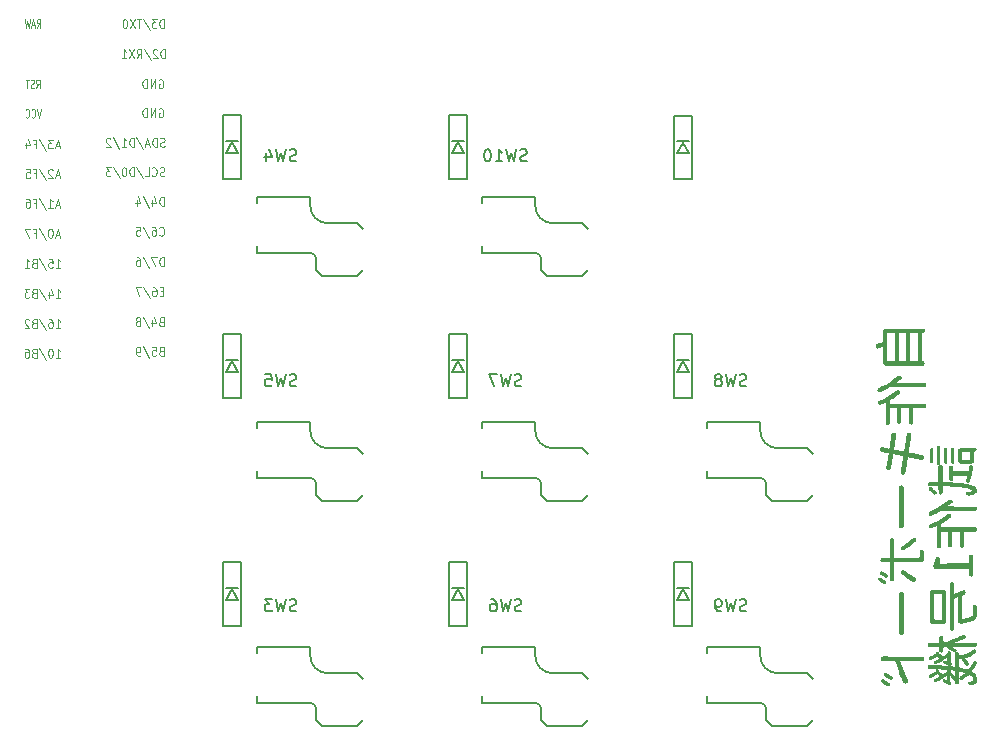
<source format=gbo>
G04 #@! TF.GenerationSoftware,KiCad,Pcbnew,(5.1.6)-1*
G04 #@! TF.CreationDate,2022-01-01T16:18:36+09:00*
G04 #@! TF.ProjectId,kp1,6b70312e-6b69-4636-9164-5f7063625858,rev?*
G04 #@! TF.SameCoordinates,Original*
G04 #@! TF.FileFunction,Legend,Bot*
G04 #@! TF.FilePolarity,Positive*
%FSLAX46Y46*%
G04 Gerber Fmt 4.6, Leading zero omitted, Abs format (unit mm)*
G04 Created by KiCad (PCBNEW (5.1.6)-1) date 2022-01-01 16:18:36*
%MOMM*%
%LPD*%
G01*
G04 APERTURE LIST*
%ADD10C,0.150000*%
%ADD11C,0.010000*%
%ADD12C,0.125000*%
%ADD13R,2.200000X2.200000*%
%ADD14C,2.200000*%
%ADD15R,3.200000X2.700000*%
%ADD16C,1.901800*%
%ADD17R,2.800000X2.800000*%
%ADD18C,3.200000*%
%ADD19C,3.629000*%
%ADD20C,1.190600*%
%ADD21O,1.900000X1.900000*%
%ADD22R,1.900000X1.900000*%
%ADD23C,1.597000*%
%ADD24R,1.597000X1.597000*%
%ADD25R,1.150000X1.500000*%
%ADD26C,2.400000*%
%ADD27C,1.724000*%
G04 APERTURE END LIST*
D10*
X93320000Y-95720000D02*
X93320000Y-96220000D01*
X97820000Y-95720000D02*
X93320000Y-95720000D01*
X97820000Y-96420000D02*
X97820000Y-95720000D01*
X101820000Y-102420000D02*
X98820000Y-102420000D01*
X102320000Y-101920000D02*
X101820000Y-102420000D01*
X102320000Y-98420000D02*
X101820000Y-97920000D01*
X93320000Y-100420000D02*
X97820000Y-100420000D01*
X98320000Y-100920000D02*
X98320000Y-101920000D01*
X98820000Y-102420000D02*
X98320000Y-101920000D01*
X101820000Y-97920000D02*
X99320000Y-97920000D01*
X93320000Y-99820000D02*
X93320000Y-100420000D01*
X97820000Y-100420000D02*
G75*
G02*
X98320000Y-100920000I0J-500000D01*
G01*
X99320000Y-97920000D02*
G75*
G02*
X97820000Y-96420000I0J1500000D01*
G01*
D11*
G36*
X126862628Y-113161626D02*
G01*
X126879989Y-113182129D01*
X126901786Y-113201663D01*
X126924185Y-113213340D01*
X126952125Y-113216200D01*
X126990543Y-113209281D01*
X127044378Y-113191621D01*
X127118570Y-113162259D01*
X127218055Y-113120236D01*
X127234772Y-113113077D01*
X127315519Y-113079066D01*
X127385982Y-113050498D01*
X127439926Y-113029816D01*
X127471120Y-113019466D01*
X127475341Y-113018735D01*
X127480109Y-113026036D01*
X127484241Y-113049414D01*
X127487793Y-113090979D01*
X127490825Y-113152839D01*
X127493396Y-113237107D01*
X127495564Y-113345890D01*
X127497386Y-113481301D01*
X127498923Y-113645449D01*
X127500232Y-113840444D01*
X127500741Y-113934504D01*
X127505400Y-114850408D01*
X127545376Y-114882771D01*
X127604783Y-114911085D01*
X127669062Y-114908236D01*
X127723250Y-114880038D01*
X127767867Y-114844942D01*
X127768126Y-114190004D01*
X127768527Y-114043769D01*
X127769559Y-113907799D01*
X127771143Y-113785902D01*
X127773201Y-113681885D01*
X127775655Y-113599554D01*
X127778426Y-113542716D01*
X127781436Y-113515178D01*
X127782058Y-113513524D01*
X127795245Y-113505758D01*
X127825845Y-113500283D01*
X127877493Y-113496918D01*
X127953828Y-113495484D01*
X128058484Y-113495802D01*
X128124699Y-113496591D01*
X128453667Y-113501200D01*
X128462133Y-114125012D01*
X128470600Y-114748824D01*
X128510576Y-114781179D01*
X128555962Y-114805233D01*
X128597600Y-114813533D01*
X128645889Y-114802760D01*
X128684624Y-114781179D01*
X128724600Y-114748824D01*
X128741534Y-113501200D01*
X129452734Y-113501200D01*
X129456825Y-114136200D01*
X129458574Y-114330430D01*
X129461110Y-114491165D01*
X129464445Y-114618768D01*
X129468592Y-114713601D01*
X129473562Y-114776027D01*
X129479370Y-114806409D01*
X129479852Y-114807430D01*
X129514574Y-114845488D01*
X129565466Y-114873342D01*
X129604986Y-114881267D01*
X129632738Y-114870907D01*
X129670103Y-114845464D01*
X129676156Y-114840415D01*
X129723667Y-114799564D01*
X129732134Y-114150382D01*
X129740600Y-113501200D01*
X130252389Y-113492733D01*
X130397932Y-113490218D01*
X130513400Y-113487830D01*
X130602582Y-113485276D01*
X130669267Y-113482260D01*
X130717243Y-113478489D01*
X130750300Y-113473669D01*
X130772226Y-113467505D01*
X130786811Y-113459703D01*
X130797421Y-113450400D01*
X130833882Y-113392372D01*
X130838806Y-113328577D01*
X130823104Y-113284520D01*
X130790892Y-113245126D01*
X130754548Y-113221020D01*
X130730169Y-113218192D01*
X130673546Y-113215587D01*
X130586304Y-113213222D01*
X130470064Y-113211115D01*
X130326450Y-113209284D01*
X130157085Y-113207745D01*
X129963591Y-113206517D01*
X129747592Y-113205616D01*
X129510711Y-113205060D01*
X129254571Y-113204867D01*
X129250243Y-113204867D01*
X128992551Y-113204822D01*
X128766648Y-113204663D01*
X128570457Y-113204353D01*
X128401902Y-113203852D01*
X128258904Y-113203123D01*
X128139387Y-113202129D01*
X128041273Y-113200832D01*
X127962485Y-113199194D01*
X127900947Y-113197177D01*
X127854580Y-113194743D01*
X127821308Y-113191855D01*
X127799053Y-113188475D01*
X127785738Y-113184564D01*
X127779287Y-113180086D01*
X127778145Y-113178082D01*
X127772484Y-113146118D01*
X127769254Y-113093125D01*
X127768362Y-113029462D01*
X127769717Y-112965488D01*
X127773229Y-112911561D01*
X127778806Y-112878040D01*
X127780826Y-112873572D01*
X127799311Y-112858780D01*
X127841404Y-112830687D01*
X127901394Y-112792946D01*
X127973572Y-112749209D01*
X127996467Y-112735631D01*
X128092155Y-112677337D01*
X128195018Y-112611556D01*
X128298953Y-112542486D01*
X128397861Y-112474328D01*
X128485640Y-112411280D01*
X128556187Y-112357542D01*
X128601149Y-112319448D01*
X128645551Y-112259992D01*
X128659896Y-112197781D01*
X128644763Y-112139296D01*
X128600732Y-112091020D01*
X128579571Y-112078233D01*
X128538221Y-112061972D01*
X128498896Y-112060853D01*
X128454901Y-112077192D01*
X128399541Y-112113308D01*
X128337823Y-112161878D01*
X128120301Y-112326258D01*
X127877411Y-112485012D01*
X127617641Y-112633310D01*
X127349480Y-112766322D01*
X127081418Y-112879218D01*
X127068397Y-112884162D01*
X126997387Y-112913711D01*
X126934395Y-112944797D01*
X126889325Y-112972341D01*
X126877897Y-112981855D01*
X126842708Y-113038305D01*
X126837649Y-113101180D01*
X126862628Y-113161626D01*
G37*
X126862628Y-113161626D02*
X126879989Y-113182129D01*
X126901786Y-113201663D01*
X126924185Y-113213340D01*
X126952125Y-113216200D01*
X126990543Y-113209281D01*
X127044378Y-113191621D01*
X127118570Y-113162259D01*
X127218055Y-113120236D01*
X127234772Y-113113077D01*
X127315519Y-113079066D01*
X127385982Y-113050498D01*
X127439926Y-113029816D01*
X127471120Y-113019466D01*
X127475341Y-113018735D01*
X127480109Y-113026036D01*
X127484241Y-113049414D01*
X127487793Y-113090979D01*
X127490825Y-113152839D01*
X127493396Y-113237107D01*
X127495564Y-113345890D01*
X127497386Y-113481301D01*
X127498923Y-113645449D01*
X127500232Y-113840444D01*
X127500741Y-113934504D01*
X127505400Y-114850408D01*
X127545376Y-114882771D01*
X127604783Y-114911085D01*
X127669062Y-114908236D01*
X127723250Y-114880038D01*
X127767867Y-114844942D01*
X127768126Y-114190004D01*
X127768527Y-114043769D01*
X127769559Y-113907799D01*
X127771143Y-113785902D01*
X127773201Y-113681885D01*
X127775655Y-113599554D01*
X127778426Y-113542716D01*
X127781436Y-113515178D01*
X127782058Y-113513524D01*
X127795245Y-113505758D01*
X127825845Y-113500283D01*
X127877493Y-113496918D01*
X127953828Y-113495484D01*
X128058484Y-113495802D01*
X128124699Y-113496591D01*
X128453667Y-113501200D01*
X128462133Y-114125012D01*
X128470600Y-114748824D01*
X128510576Y-114781179D01*
X128555962Y-114805233D01*
X128597600Y-114813533D01*
X128645889Y-114802760D01*
X128684624Y-114781179D01*
X128724600Y-114748824D01*
X128741534Y-113501200D01*
X129452734Y-113501200D01*
X129456825Y-114136200D01*
X129458574Y-114330430D01*
X129461110Y-114491165D01*
X129464445Y-114618768D01*
X129468592Y-114713601D01*
X129473562Y-114776027D01*
X129479370Y-114806409D01*
X129479852Y-114807430D01*
X129514574Y-114845488D01*
X129565466Y-114873342D01*
X129604986Y-114881267D01*
X129632738Y-114870907D01*
X129670103Y-114845464D01*
X129676156Y-114840415D01*
X129723667Y-114799564D01*
X129732134Y-114150382D01*
X129740600Y-113501200D01*
X130252389Y-113492733D01*
X130397932Y-113490218D01*
X130513400Y-113487830D01*
X130602582Y-113485276D01*
X130669267Y-113482260D01*
X130717243Y-113478489D01*
X130750300Y-113473669D01*
X130772226Y-113467505D01*
X130786811Y-113459703D01*
X130797421Y-113450400D01*
X130833882Y-113392372D01*
X130838806Y-113328577D01*
X130823104Y-113284520D01*
X130790892Y-113245126D01*
X130754548Y-113221020D01*
X130730169Y-113218192D01*
X130673546Y-113215587D01*
X130586304Y-113213222D01*
X130470064Y-113211115D01*
X130326450Y-113209284D01*
X130157085Y-113207745D01*
X129963591Y-113206517D01*
X129747592Y-113205616D01*
X129510711Y-113205060D01*
X129254571Y-113204867D01*
X129250243Y-113204867D01*
X128992551Y-113204822D01*
X128766648Y-113204663D01*
X128570457Y-113204353D01*
X128401902Y-113203852D01*
X128258904Y-113203123D01*
X128139387Y-113202129D01*
X128041273Y-113200832D01*
X127962485Y-113199194D01*
X127900947Y-113197177D01*
X127854580Y-113194743D01*
X127821308Y-113191855D01*
X127799053Y-113188475D01*
X127785738Y-113184564D01*
X127779287Y-113180086D01*
X127778145Y-113178082D01*
X127772484Y-113146118D01*
X127769254Y-113093125D01*
X127768362Y-113029462D01*
X127769717Y-112965488D01*
X127773229Y-112911561D01*
X127778806Y-112878040D01*
X127780826Y-112873572D01*
X127799311Y-112858780D01*
X127841404Y-112830687D01*
X127901394Y-112792946D01*
X127973572Y-112749209D01*
X127996467Y-112735631D01*
X128092155Y-112677337D01*
X128195018Y-112611556D01*
X128298953Y-112542486D01*
X128397861Y-112474328D01*
X128485640Y-112411280D01*
X128556187Y-112357542D01*
X128601149Y-112319448D01*
X128645551Y-112259992D01*
X128659896Y-112197781D01*
X128644763Y-112139296D01*
X128600732Y-112091020D01*
X128579571Y-112078233D01*
X128538221Y-112061972D01*
X128498896Y-112060853D01*
X128454901Y-112077192D01*
X128399541Y-112113308D01*
X128337823Y-112161878D01*
X128120301Y-112326258D01*
X127877411Y-112485012D01*
X127617641Y-112633310D01*
X127349480Y-112766322D01*
X127081418Y-112879218D01*
X127068397Y-112884162D01*
X126997387Y-112913711D01*
X126934395Y-112944797D01*
X126889325Y-112972341D01*
X126877897Y-112981855D01*
X126842708Y-113038305D01*
X126837649Y-113101180D01*
X126862628Y-113161626D01*
G36*
X131081314Y-120004802D02*
G01*
X131107503Y-120049577D01*
X131142598Y-120094194D01*
X131518136Y-120094425D01*
X131629671Y-120094941D01*
X131731535Y-120096256D01*
X131818241Y-120098231D01*
X131884303Y-120100728D01*
X131924233Y-120103608D01*
X131931774Y-120104866D01*
X131945392Y-120109473D01*
X131955304Y-120118096D01*
X131962099Y-120135536D01*
X131966364Y-120166594D01*
X131968689Y-120216070D01*
X131969662Y-120288765D01*
X131969871Y-120389479D01*
X131969873Y-120415618D01*
X131970138Y-120524335D01*
X131971294Y-120604563D01*
X131973890Y-120661679D01*
X131978472Y-120701059D01*
X131985587Y-120728080D01*
X131995781Y-120748118D01*
X132004969Y-120760777D01*
X132051020Y-120797849D01*
X132090749Y-120805394D01*
X132137327Y-120801483D01*
X132173359Y-120787297D01*
X132200136Y-120759155D01*
X132218948Y-120713379D01*
X132231087Y-120646289D01*
X132237842Y-120554203D01*
X132240505Y-120433443D01*
X132240712Y-120377827D01*
X132240807Y-120111127D01*
X132414374Y-120111152D01*
X132529073Y-120112617D01*
X132669739Y-120116718D01*
X132828605Y-120123058D01*
X132997907Y-120131241D01*
X133169880Y-120140871D01*
X133336758Y-120151551D01*
X133490777Y-120162885D01*
X133587007Y-120171016D01*
X133819906Y-120195151D01*
X134033063Y-120223529D01*
X134223820Y-120255631D01*
X134389521Y-120290935D01*
X134527508Y-120328921D01*
X134635124Y-120369068D01*
X134661369Y-120381599D01*
X134718079Y-120418797D01*
X134767722Y-120465785D01*
X134802500Y-120513881D01*
X134814673Y-120552349D01*
X134798408Y-120584422D01*
X134752279Y-120615122D01*
X134680285Y-120642602D01*
X134586425Y-120665019D01*
X134560673Y-120669509D01*
X134461811Y-120685589D01*
X134391399Y-120697547D01*
X134344511Y-120706991D01*
X134316217Y-120715527D01*
X134301592Y-120724761D01*
X134295706Y-120736301D01*
X134293632Y-120751752D01*
X134293093Y-120756745D01*
X134303130Y-120798311D01*
X134335790Y-120842392D01*
X134381719Y-120880338D01*
X134431565Y-120903503D01*
X134455429Y-120906840D01*
X134513276Y-120901181D01*
X134593439Y-120886155D01*
X134686509Y-120864251D01*
X134783079Y-120837956D01*
X134873742Y-120809760D01*
X134949090Y-120782152D01*
X134981489Y-120767676D01*
X135073633Y-120712649D01*
X135133547Y-120653517D01*
X135162859Y-120587061D01*
X135163193Y-120510063D01*
X135145343Y-120443282D01*
X135099088Y-120360091D01*
X135022345Y-120279890D01*
X134918487Y-120205194D01*
X134790889Y-120138516D01*
X134675163Y-120093040D01*
X134559996Y-120057014D01*
X134433035Y-120024350D01*
X134291972Y-119994780D01*
X134134504Y-119968036D01*
X133958323Y-119943851D01*
X133761124Y-119921955D01*
X133540602Y-119902081D01*
X133294450Y-119883961D01*
X133020364Y-119867328D01*
X132716036Y-119851913D01*
X132528674Y-119843591D01*
X132249274Y-119831727D01*
X132239939Y-119154393D01*
X132237821Y-119006503D01*
X132235705Y-118869578D01*
X132233660Y-118747227D01*
X132231752Y-118643059D01*
X132230048Y-118560683D01*
X132228617Y-118503710D01*
X132227524Y-118475747D01*
X132227239Y-118473486D01*
X132163262Y-118420508D01*
X132102829Y-118401192D01*
X132045969Y-118415541D01*
X132011437Y-118442424D01*
X131969873Y-118483987D01*
X131969873Y-119823260D01*
X131579566Y-119823260D01*
X131446672Y-119823696D01*
X131343510Y-119825161D01*
X131265954Y-119827887D01*
X131209881Y-119832107D01*
X131171163Y-119838055D01*
X131145677Y-119845964D01*
X131141351Y-119848034D01*
X131092349Y-119889357D01*
X131071966Y-119943818D01*
X131081314Y-120004802D01*
G37*
X131081314Y-120004802D02*
X131107503Y-120049577D01*
X131142598Y-120094194D01*
X131518136Y-120094425D01*
X131629671Y-120094941D01*
X131731535Y-120096256D01*
X131818241Y-120098231D01*
X131884303Y-120100728D01*
X131924233Y-120103608D01*
X131931774Y-120104866D01*
X131945392Y-120109473D01*
X131955304Y-120118096D01*
X131962099Y-120135536D01*
X131966364Y-120166594D01*
X131968689Y-120216070D01*
X131969662Y-120288765D01*
X131969871Y-120389479D01*
X131969873Y-120415618D01*
X131970138Y-120524335D01*
X131971294Y-120604563D01*
X131973890Y-120661679D01*
X131978472Y-120701059D01*
X131985587Y-120728080D01*
X131995781Y-120748118D01*
X132004969Y-120760777D01*
X132051020Y-120797849D01*
X132090749Y-120805394D01*
X132137327Y-120801483D01*
X132173359Y-120787297D01*
X132200136Y-120759155D01*
X132218948Y-120713379D01*
X132231087Y-120646289D01*
X132237842Y-120554203D01*
X132240505Y-120433443D01*
X132240712Y-120377827D01*
X132240807Y-120111127D01*
X132414374Y-120111152D01*
X132529073Y-120112617D01*
X132669739Y-120116718D01*
X132828605Y-120123058D01*
X132997907Y-120131241D01*
X133169880Y-120140871D01*
X133336758Y-120151551D01*
X133490777Y-120162885D01*
X133587007Y-120171016D01*
X133819906Y-120195151D01*
X134033063Y-120223529D01*
X134223820Y-120255631D01*
X134389521Y-120290935D01*
X134527508Y-120328921D01*
X134635124Y-120369068D01*
X134661369Y-120381599D01*
X134718079Y-120418797D01*
X134767722Y-120465785D01*
X134802500Y-120513881D01*
X134814673Y-120552349D01*
X134798408Y-120584422D01*
X134752279Y-120615122D01*
X134680285Y-120642602D01*
X134586425Y-120665019D01*
X134560673Y-120669509D01*
X134461811Y-120685589D01*
X134391399Y-120697547D01*
X134344511Y-120706991D01*
X134316217Y-120715527D01*
X134301592Y-120724761D01*
X134295706Y-120736301D01*
X134293632Y-120751752D01*
X134293093Y-120756745D01*
X134303130Y-120798311D01*
X134335790Y-120842392D01*
X134381719Y-120880338D01*
X134431565Y-120903503D01*
X134455429Y-120906840D01*
X134513276Y-120901181D01*
X134593439Y-120886155D01*
X134686509Y-120864251D01*
X134783079Y-120837956D01*
X134873742Y-120809760D01*
X134949090Y-120782152D01*
X134981489Y-120767676D01*
X135073633Y-120712649D01*
X135133547Y-120653517D01*
X135162859Y-120587061D01*
X135163193Y-120510063D01*
X135145343Y-120443282D01*
X135099088Y-120360091D01*
X135022345Y-120279890D01*
X134918487Y-120205194D01*
X134790889Y-120138516D01*
X134675163Y-120093040D01*
X134559996Y-120057014D01*
X134433035Y-120024350D01*
X134291972Y-119994780D01*
X134134504Y-119968036D01*
X133958323Y-119943851D01*
X133761124Y-119921955D01*
X133540602Y-119902081D01*
X133294450Y-119883961D01*
X133020364Y-119867328D01*
X132716036Y-119851913D01*
X132528674Y-119843591D01*
X132249274Y-119831727D01*
X132239939Y-119154393D01*
X132237821Y-119006503D01*
X132235705Y-118869578D01*
X132233660Y-118747227D01*
X132231752Y-118643059D01*
X132230048Y-118560683D01*
X132228617Y-118503710D01*
X132227524Y-118475747D01*
X132227239Y-118473486D01*
X132163262Y-118420508D01*
X132102829Y-118401192D01*
X132045969Y-118415541D01*
X132011437Y-118442424D01*
X131969873Y-118483987D01*
X131969873Y-119823260D01*
X131579566Y-119823260D01*
X131446672Y-119823696D01*
X131343510Y-119825161D01*
X131265954Y-119827887D01*
X131209881Y-119832107D01*
X131171163Y-119838055D01*
X131145677Y-119845964D01*
X131141351Y-119848034D01*
X131092349Y-119889357D01*
X131071966Y-119943818D01*
X131081314Y-120004802D01*
G36*
X131183168Y-123623886D02*
G01*
X131200529Y-123644389D01*
X131222326Y-123663923D01*
X131244725Y-123675600D01*
X131272665Y-123678460D01*
X131311083Y-123671541D01*
X131364918Y-123653881D01*
X131439110Y-123624519D01*
X131538595Y-123582496D01*
X131555312Y-123575337D01*
X131636059Y-123541326D01*
X131706522Y-123512758D01*
X131760466Y-123492076D01*
X131791660Y-123481726D01*
X131795881Y-123480995D01*
X131800649Y-123488296D01*
X131804781Y-123511674D01*
X131808333Y-123553239D01*
X131811365Y-123615099D01*
X131813936Y-123699367D01*
X131816104Y-123808150D01*
X131817926Y-123943561D01*
X131819463Y-124107709D01*
X131820772Y-124302704D01*
X131821281Y-124396764D01*
X131825940Y-125312668D01*
X131865916Y-125345031D01*
X131925323Y-125373345D01*
X131989602Y-125370496D01*
X132043790Y-125342298D01*
X132088407Y-125307202D01*
X132088666Y-124652264D01*
X132089067Y-124506029D01*
X132090099Y-124370059D01*
X132091683Y-124248162D01*
X132093741Y-124144145D01*
X132096195Y-124061814D01*
X132098966Y-124004976D01*
X132101976Y-123977438D01*
X132102598Y-123975784D01*
X132115785Y-123968018D01*
X132146385Y-123962543D01*
X132198033Y-123959178D01*
X132274368Y-123957744D01*
X132379024Y-123958062D01*
X132445239Y-123958851D01*
X132774207Y-123963460D01*
X132782673Y-124587272D01*
X132791140Y-125211084D01*
X132831116Y-125243439D01*
X132876502Y-125267493D01*
X132918140Y-125275794D01*
X132966429Y-125265020D01*
X133005164Y-125243439D01*
X133045140Y-125211084D01*
X133062074Y-123963460D01*
X133773274Y-123963460D01*
X133777365Y-124598460D01*
X133779114Y-124792690D01*
X133781650Y-124953425D01*
X133784985Y-125081028D01*
X133789132Y-125175861D01*
X133794102Y-125238287D01*
X133799910Y-125268669D01*
X133800392Y-125269690D01*
X133835114Y-125307748D01*
X133886006Y-125335602D01*
X133925526Y-125343527D01*
X133953278Y-125333167D01*
X133990643Y-125307724D01*
X133996696Y-125302675D01*
X134044207Y-125261824D01*
X134052674Y-124612642D01*
X134061140Y-123963460D01*
X134572929Y-123954994D01*
X134718472Y-123952478D01*
X134833940Y-123950090D01*
X134923122Y-123947536D01*
X134989807Y-123944520D01*
X135037783Y-123940749D01*
X135070840Y-123935929D01*
X135092766Y-123929765D01*
X135107351Y-123921963D01*
X135117961Y-123912660D01*
X135154422Y-123854632D01*
X135159346Y-123790837D01*
X135143644Y-123746780D01*
X135111432Y-123707386D01*
X135075088Y-123683280D01*
X135050709Y-123680452D01*
X134994086Y-123677847D01*
X134906844Y-123675482D01*
X134790604Y-123673375D01*
X134646990Y-123671544D01*
X134477625Y-123670005D01*
X134284131Y-123668777D01*
X134068132Y-123667876D01*
X133831251Y-123667320D01*
X133575111Y-123667127D01*
X133570783Y-123667127D01*
X133313091Y-123667082D01*
X133087188Y-123666923D01*
X132890997Y-123666613D01*
X132722442Y-123666112D01*
X132579444Y-123665383D01*
X132459927Y-123664389D01*
X132361813Y-123663092D01*
X132283025Y-123661454D01*
X132221487Y-123659437D01*
X132175120Y-123657003D01*
X132141848Y-123654115D01*
X132119593Y-123650735D01*
X132106278Y-123646824D01*
X132099827Y-123642346D01*
X132098685Y-123640342D01*
X132093024Y-123608378D01*
X132089794Y-123555385D01*
X132088902Y-123491722D01*
X132090257Y-123427748D01*
X132093769Y-123373821D01*
X132099346Y-123340300D01*
X132101366Y-123335832D01*
X132119851Y-123321040D01*
X132161944Y-123292947D01*
X132221934Y-123255206D01*
X132294112Y-123211469D01*
X132317007Y-123197891D01*
X132412695Y-123139597D01*
X132515558Y-123073816D01*
X132619493Y-123004746D01*
X132718401Y-122936588D01*
X132806180Y-122873540D01*
X132876727Y-122819802D01*
X132921689Y-122781708D01*
X132966091Y-122722252D01*
X132980436Y-122660041D01*
X132965303Y-122601556D01*
X132921272Y-122553280D01*
X132900111Y-122540493D01*
X132858761Y-122524232D01*
X132819436Y-122523113D01*
X132775441Y-122539452D01*
X132720081Y-122575568D01*
X132658363Y-122624138D01*
X132440841Y-122788518D01*
X132197951Y-122947272D01*
X131938181Y-123095570D01*
X131670020Y-123228582D01*
X131401958Y-123341478D01*
X131388937Y-123346422D01*
X131317927Y-123375971D01*
X131254935Y-123407057D01*
X131209865Y-123434601D01*
X131198437Y-123444115D01*
X131163248Y-123500565D01*
X131158189Y-123563440D01*
X131183168Y-123623886D01*
G37*
X131183168Y-123623886D02*
X131200529Y-123644389D01*
X131222326Y-123663923D01*
X131244725Y-123675600D01*
X131272665Y-123678460D01*
X131311083Y-123671541D01*
X131364918Y-123653881D01*
X131439110Y-123624519D01*
X131538595Y-123582496D01*
X131555312Y-123575337D01*
X131636059Y-123541326D01*
X131706522Y-123512758D01*
X131760466Y-123492076D01*
X131791660Y-123481726D01*
X131795881Y-123480995D01*
X131800649Y-123488296D01*
X131804781Y-123511674D01*
X131808333Y-123553239D01*
X131811365Y-123615099D01*
X131813936Y-123699367D01*
X131816104Y-123808150D01*
X131817926Y-123943561D01*
X131819463Y-124107709D01*
X131820772Y-124302704D01*
X131821281Y-124396764D01*
X131825940Y-125312668D01*
X131865916Y-125345031D01*
X131925323Y-125373345D01*
X131989602Y-125370496D01*
X132043790Y-125342298D01*
X132088407Y-125307202D01*
X132088666Y-124652264D01*
X132089067Y-124506029D01*
X132090099Y-124370059D01*
X132091683Y-124248162D01*
X132093741Y-124144145D01*
X132096195Y-124061814D01*
X132098966Y-124004976D01*
X132101976Y-123977438D01*
X132102598Y-123975784D01*
X132115785Y-123968018D01*
X132146385Y-123962543D01*
X132198033Y-123959178D01*
X132274368Y-123957744D01*
X132379024Y-123958062D01*
X132445239Y-123958851D01*
X132774207Y-123963460D01*
X132782673Y-124587272D01*
X132791140Y-125211084D01*
X132831116Y-125243439D01*
X132876502Y-125267493D01*
X132918140Y-125275794D01*
X132966429Y-125265020D01*
X133005164Y-125243439D01*
X133045140Y-125211084D01*
X133062074Y-123963460D01*
X133773274Y-123963460D01*
X133777365Y-124598460D01*
X133779114Y-124792690D01*
X133781650Y-124953425D01*
X133784985Y-125081028D01*
X133789132Y-125175861D01*
X133794102Y-125238287D01*
X133799910Y-125268669D01*
X133800392Y-125269690D01*
X133835114Y-125307748D01*
X133886006Y-125335602D01*
X133925526Y-125343527D01*
X133953278Y-125333167D01*
X133990643Y-125307724D01*
X133996696Y-125302675D01*
X134044207Y-125261824D01*
X134052674Y-124612642D01*
X134061140Y-123963460D01*
X134572929Y-123954994D01*
X134718472Y-123952478D01*
X134833940Y-123950090D01*
X134923122Y-123947536D01*
X134989807Y-123944520D01*
X135037783Y-123940749D01*
X135070840Y-123935929D01*
X135092766Y-123929765D01*
X135107351Y-123921963D01*
X135117961Y-123912660D01*
X135154422Y-123854632D01*
X135159346Y-123790837D01*
X135143644Y-123746780D01*
X135111432Y-123707386D01*
X135075088Y-123683280D01*
X135050709Y-123680452D01*
X134994086Y-123677847D01*
X134906844Y-123675482D01*
X134790604Y-123673375D01*
X134646990Y-123671544D01*
X134477625Y-123670005D01*
X134284131Y-123668777D01*
X134068132Y-123667876D01*
X133831251Y-123667320D01*
X133575111Y-123667127D01*
X133570783Y-123667127D01*
X133313091Y-123667082D01*
X133087188Y-123666923D01*
X132890997Y-123666613D01*
X132722442Y-123666112D01*
X132579444Y-123665383D01*
X132459927Y-123664389D01*
X132361813Y-123663092D01*
X132283025Y-123661454D01*
X132221487Y-123659437D01*
X132175120Y-123657003D01*
X132141848Y-123654115D01*
X132119593Y-123650735D01*
X132106278Y-123646824D01*
X132099827Y-123642346D01*
X132098685Y-123640342D01*
X132093024Y-123608378D01*
X132089794Y-123555385D01*
X132088902Y-123491722D01*
X132090257Y-123427748D01*
X132093769Y-123373821D01*
X132099346Y-123340300D01*
X132101366Y-123335832D01*
X132119851Y-123321040D01*
X132161944Y-123292947D01*
X132221934Y-123255206D01*
X132294112Y-123211469D01*
X132317007Y-123197891D01*
X132412695Y-123139597D01*
X132515558Y-123073816D01*
X132619493Y-123004746D01*
X132718401Y-122936588D01*
X132806180Y-122873540D01*
X132876727Y-122819802D01*
X132921689Y-122781708D01*
X132966091Y-122722252D01*
X132980436Y-122660041D01*
X132965303Y-122601556D01*
X132921272Y-122553280D01*
X132900111Y-122540493D01*
X132858761Y-122524232D01*
X132819436Y-122523113D01*
X132775441Y-122539452D01*
X132720081Y-122575568D01*
X132658363Y-122624138D01*
X132440841Y-122788518D01*
X132197951Y-122947272D01*
X131938181Y-123095570D01*
X131670020Y-123228582D01*
X131401958Y-123341478D01*
X131388937Y-123346422D01*
X131317927Y-123375971D01*
X131254935Y-123407057D01*
X131209865Y-123434601D01*
X131198437Y-123444115D01*
X131163248Y-123500565D01*
X131158189Y-123563440D01*
X131183168Y-123623886D01*
G36*
X132922161Y-130335995D02*
G01*
X132922859Y-130632721D01*
X132923532Y-130897444D01*
X132924215Y-131132028D01*
X132924943Y-131338339D01*
X132925751Y-131518240D01*
X132926674Y-131673595D01*
X132927745Y-131806269D01*
X132929001Y-131918126D01*
X132930476Y-132011030D01*
X132932205Y-132086845D01*
X132934222Y-132147436D01*
X132936562Y-132194667D01*
X132939261Y-132230401D01*
X132942353Y-132256504D01*
X132945872Y-132274839D01*
X132949855Y-132287270D01*
X132954334Y-132295662D01*
X132958865Y-132301352D01*
X133005456Y-132330230D01*
X133063819Y-132337377D01*
X133119751Y-132322792D01*
X133148349Y-132301358D01*
X133154284Y-132293713D01*
X133159469Y-132283259D01*
X133163973Y-132267725D01*
X133167862Y-132244839D01*
X133171206Y-132212332D01*
X133174072Y-132167933D01*
X133176529Y-132109371D01*
X133178645Y-132034375D01*
X133180487Y-131940676D01*
X133182124Y-131826002D01*
X133183625Y-131688083D01*
X133185056Y-131524648D01*
X133186487Y-131333427D01*
X133187985Y-131112149D01*
X133189074Y-130943958D01*
X133197540Y-129622195D01*
X133392272Y-129557006D01*
X133469408Y-129532380D01*
X133535786Y-129513415D01*
X133584365Y-129501973D01*
X133608102Y-129499915D01*
X133608172Y-129499941D01*
X133612688Y-129508416D01*
X133616560Y-129531501D01*
X133619829Y-129571272D01*
X133622537Y-129629804D01*
X133624725Y-129709175D01*
X133626436Y-129811459D01*
X133627710Y-129938734D01*
X133628589Y-130093073D01*
X133629116Y-130276555D01*
X133629330Y-130491254D01*
X133629340Y-130556178D01*
X133629360Y-130770489D01*
X133629476Y-130953527D01*
X133629772Y-131107884D01*
X133630332Y-131236155D01*
X133631239Y-131340932D01*
X133632578Y-131424808D01*
X133634433Y-131490377D01*
X133636886Y-131540232D01*
X133640023Y-131576966D01*
X133643928Y-131603172D01*
X133648683Y-131621444D01*
X133654373Y-131634375D01*
X133661082Y-131644558D01*
X133664702Y-131649248D01*
X133695777Y-131684986D01*
X133728229Y-131711413D01*
X133766379Y-131728735D01*
X133814550Y-131737160D01*
X133877064Y-131736892D01*
X133958243Y-131728138D01*
X134062409Y-131711106D01*
X134193884Y-131686000D01*
X134240292Y-131676725D01*
X134445446Y-131631836D01*
X134619163Y-131585401D01*
X134763872Y-131535982D01*
X134882003Y-131482145D01*
X134975984Y-131422453D01*
X135048246Y-131355470D01*
X135101218Y-131279762D01*
X135137329Y-131193892D01*
X135151659Y-131138127D01*
X135158067Y-131087690D01*
X135162838Y-131011110D01*
X135165950Y-130916074D01*
X135167382Y-130810266D01*
X135167112Y-130701374D01*
X135165119Y-130597081D01*
X135161381Y-130505074D01*
X135155876Y-130433039D01*
X135153682Y-130415060D01*
X135144238Y-130359562D01*
X135133684Y-130314790D01*
X135128986Y-130301103D01*
X135102129Y-130268661D01*
X135056706Y-130235804D01*
X135006764Y-130211243D01*
X134971382Y-130203394D01*
X134946338Y-130205640D01*
X134927469Y-130215041D01*
X134914099Y-130235593D01*
X134905548Y-130271291D01*
X134901141Y-130326128D01*
X134900200Y-130404099D01*
X134902047Y-130509200D01*
X134904535Y-130597696D01*
X134908224Y-130741331D01*
X134909219Y-130855477D01*
X134906901Y-130944446D01*
X134900649Y-131012553D01*
X134889844Y-131064110D01*
X134873865Y-131103431D01*
X134852093Y-131134829D01*
X134823909Y-131162619D01*
X134823265Y-131163176D01*
X134746874Y-131214060D01*
X134637022Y-131263703D01*
X134494095Y-131311976D01*
X134318483Y-131358748D01*
X134110571Y-131403890D01*
X134099405Y-131406088D01*
X134024070Y-131419645D01*
X133960627Y-131428812D01*
X133916632Y-131432635D01*
X133900438Y-131431162D01*
X133897357Y-131412838D01*
X133894561Y-131364248D01*
X133892057Y-131288993D01*
X133889852Y-131190673D01*
X133887954Y-131072886D01*
X133886369Y-130939235D01*
X133885104Y-130793317D01*
X133884167Y-130638734D01*
X133883563Y-130479086D01*
X133883300Y-130317972D01*
X133883385Y-130158992D01*
X133883824Y-130005747D01*
X133884626Y-129861836D01*
X133885796Y-129730859D01*
X133887342Y-129616417D01*
X133889270Y-129522109D01*
X133891588Y-129451535D01*
X133894302Y-129408296D01*
X133896517Y-129396092D01*
X133918336Y-129379751D01*
X133961731Y-129358008D01*
X134003535Y-129340885D01*
X134091746Y-129298321D01*
X134149583Y-129246990D01*
X134179973Y-129184276D01*
X134180254Y-129183160D01*
X134184281Y-129113071D01*
X134159587Y-129057607D01*
X134120491Y-129026570D01*
X134089710Y-129013110D01*
X134061195Y-129010274D01*
X134023310Y-129018854D01*
X133972570Y-129036627D01*
X133816246Y-129093510D01*
X133670991Y-129144872D01*
X133539756Y-129189770D01*
X133425494Y-129227258D01*
X133331156Y-129256395D01*
X133259694Y-129276236D01*
X133214059Y-129285838D01*
X133197269Y-129284498D01*
X133195077Y-129262485D01*
X133192779Y-129211355D01*
X133190502Y-129135855D01*
X133188371Y-129040734D01*
X133186509Y-128930741D01*
X133185202Y-128826068D01*
X133180607Y-128388543D01*
X133133096Y-128347702D01*
X133080342Y-128314187D01*
X133032300Y-128312283D01*
X132982571Y-128342335D01*
X132967425Y-128356570D01*
X132917714Y-128406281D01*
X132922161Y-130335995D01*
G37*
X132922161Y-130335995D02*
X132922859Y-130632721D01*
X132923532Y-130897444D01*
X132924215Y-131132028D01*
X132924943Y-131338339D01*
X132925751Y-131518240D01*
X132926674Y-131673595D01*
X132927745Y-131806269D01*
X132929001Y-131918126D01*
X132930476Y-132011030D01*
X132932205Y-132086845D01*
X132934222Y-132147436D01*
X132936562Y-132194667D01*
X132939261Y-132230401D01*
X132942353Y-132256504D01*
X132945872Y-132274839D01*
X132949855Y-132287270D01*
X132954334Y-132295662D01*
X132958865Y-132301352D01*
X133005456Y-132330230D01*
X133063819Y-132337377D01*
X133119751Y-132322792D01*
X133148349Y-132301358D01*
X133154284Y-132293713D01*
X133159469Y-132283259D01*
X133163973Y-132267725D01*
X133167862Y-132244839D01*
X133171206Y-132212332D01*
X133174072Y-132167933D01*
X133176529Y-132109371D01*
X133178645Y-132034375D01*
X133180487Y-131940676D01*
X133182124Y-131826002D01*
X133183625Y-131688083D01*
X133185056Y-131524648D01*
X133186487Y-131333427D01*
X133187985Y-131112149D01*
X133189074Y-130943958D01*
X133197540Y-129622195D01*
X133392272Y-129557006D01*
X133469408Y-129532380D01*
X133535786Y-129513415D01*
X133584365Y-129501973D01*
X133608102Y-129499915D01*
X133608172Y-129499941D01*
X133612688Y-129508416D01*
X133616560Y-129531501D01*
X133619829Y-129571272D01*
X133622537Y-129629804D01*
X133624725Y-129709175D01*
X133626436Y-129811459D01*
X133627710Y-129938734D01*
X133628589Y-130093073D01*
X133629116Y-130276555D01*
X133629330Y-130491254D01*
X133629340Y-130556178D01*
X133629360Y-130770489D01*
X133629476Y-130953527D01*
X133629772Y-131107884D01*
X133630332Y-131236155D01*
X133631239Y-131340932D01*
X133632578Y-131424808D01*
X133634433Y-131490377D01*
X133636886Y-131540232D01*
X133640023Y-131576966D01*
X133643928Y-131603172D01*
X133648683Y-131621444D01*
X133654373Y-131634375D01*
X133661082Y-131644558D01*
X133664702Y-131649248D01*
X133695777Y-131684986D01*
X133728229Y-131711413D01*
X133766379Y-131728735D01*
X133814550Y-131737160D01*
X133877064Y-131736892D01*
X133958243Y-131728138D01*
X134062409Y-131711106D01*
X134193884Y-131686000D01*
X134240292Y-131676725D01*
X134445446Y-131631836D01*
X134619163Y-131585401D01*
X134763872Y-131535982D01*
X134882003Y-131482145D01*
X134975984Y-131422453D01*
X135048246Y-131355470D01*
X135101218Y-131279762D01*
X135137329Y-131193892D01*
X135151659Y-131138127D01*
X135158067Y-131087690D01*
X135162838Y-131011110D01*
X135165950Y-130916074D01*
X135167382Y-130810266D01*
X135167112Y-130701374D01*
X135165119Y-130597081D01*
X135161381Y-130505074D01*
X135155876Y-130433039D01*
X135153682Y-130415060D01*
X135144238Y-130359562D01*
X135133684Y-130314790D01*
X135128986Y-130301103D01*
X135102129Y-130268661D01*
X135056706Y-130235804D01*
X135006764Y-130211243D01*
X134971382Y-130203394D01*
X134946338Y-130205640D01*
X134927469Y-130215041D01*
X134914099Y-130235593D01*
X134905548Y-130271291D01*
X134901141Y-130326128D01*
X134900200Y-130404099D01*
X134902047Y-130509200D01*
X134904535Y-130597696D01*
X134908224Y-130741331D01*
X134909219Y-130855477D01*
X134906901Y-130944446D01*
X134900649Y-131012553D01*
X134889844Y-131064110D01*
X134873865Y-131103431D01*
X134852093Y-131134829D01*
X134823909Y-131162619D01*
X134823265Y-131163176D01*
X134746874Y-131214060D01*
X134637022Y-131263703D01*
X134494095Y-131311976D01*
X134318483Y-131358748D01*
X134110571Y-131403890D01*
X134099405Y-131406088D01*
X134024070Y-131419645D01*
X133960627Y-131428812D01*
X133916632Y-131432635D01*
X133900438Y-131431162D01*
X133897357Y-131412838D01*
X133894561Y-131364248D01*
X133892057Y-131288993D01*
X133889852Y-131190673D01*
X133887954Y-131072886D01*
X133886369Y-130939235D01*
X133885104Y-130793317D01*
X133884167Y-130638734D01*
X133883563Y-130479086D01*
X133883300Y-130317972D01*
X133883385Y-130158992D01*
X133883824Y-130005747D01*
X133884626Y-129861836D01*
X133885796Y-129730859D01*
X133887342Y-129616417D01*
X133889270Y-129522109D01*
X133891588Y-129451535D01*
X133894302Y-129408296D01*
X133896517Y-129396092D01*
X133918336Y-129379751D01*
X133961731Y-129358008D01*
X134003535Y-129340885D01*
X134091746Y-129298321D01*
X134149583Y-129246990D01*
X134179973Y-129184276D01*
X134180254Y-129183160D01*
X134184281Y-129113071D01*
X134159587Y-129057607D01*
X134120491Y-129026570D01*
X134089710Y-129013110D01*
X134061195Y-129010274D01*
X134023310Y-129018854D01*
X133972570Y-129036627D01*
X133816246Y-129093510D01*
X133670991Y-129144872D01*
X133539756Y-129189770D01*
X133425494Y-129227258D01*
X133331156Y-129256395D01*
X133259694Y-129276236D01*
X133214059Y-129285838D01*
X133197269Y-129284498D01*
X133195077Y-129262485D01*
X133192779Y-129211355D01*
X133190502Y-129135855D01*
X133188371Y-129040734D01*
X133186509Y-128930741D01*
X133185202Y-128826068D01*
X133180607Y-128388543D01*
X133133096Y-128347702D01*
X133080342Y-128314187D01*
X133032300Y-128312283D01*
X132982571Y-128342335D01*
X132967425Y-128356570D01*
X132917714Y-128406281D01*
X132922161Y-130335995D01*
G36*
X131090254Y-135533076D02*
G01*
X131106274Y-135554327D01*
X131122926Y-135568005D01*
X131144826Y-135577450D01*
X131178048Y-135583439D01*
X131228667Y-135586747D01*
X131302758Y-135588152D01*
X131372974Y-135588419D01*
X131527070Y-135590152D01*
X131705717Y-135594797D01*
X131899765Y-135601931D01*
X132100061Y-135611128D01*
X132297456Y-135621963D01*
X132482798Y-135634011D01*
X132646937Y-135646848D01*
X132664140Y-135648365D01*
X132799894Y-135661111D01*
X132929954Y-135674472D01*
X133049857Y-135687894D01*
X133155136Y-135700818D01*
X133241328Y-135712689D01*
X133303966Y-135722952D01*
X133338585Y-135731050D01*
X133342673Y-135732868D01*
X133347781Y-135751882D01*
X133351882Y-135797793D01*
X133354967Y-135864301D01*
X133357023Y-135945106D01*
X133358041Y-136033908D01*
X133358008Y-136124406D01*
X133356915Y-136210301D01*
X133354751Y-136285292D01*
X133351504Y-136343079D01*
X133347164Y-136377363D01*
X133343796Y-136384060D01*
X133328720Y-136370976D01*
X133299333Y-136335586D01*
X133260229Y-136283682D01*
X133226243Y-136235894D01*
X133166529Y-136150565D01*
X133122223Y-136090292D01*
X133089604Y-136052184D01*
X133064949Y-136033350D01*
X133044537Y-136030898D01*
X133024647Y-136041938D01*
X133002807Y-136062327D01*
X132975423Y-136106305D01*
X132973233Y-136161074D01*
X132996708Y-136230354D01*
X133032440Y-136295715D01*
X133091947Y-136391279D01*
X133138580Y-136460797D01*
X133175576Y-136508010D01*
X133206174Y-136536660D01*
X133233613Y-136550488D01*
X133255459Y-136553394D01*
X133294694Y-136548209D01*
X133316074Y-136536460D01*
X133334652Y-136518615D01*
X133347880Y-136533950D01*
X133355788Y-136582558D01*
X133358407Y-136664230D01*
X133359322Y-136736443D01*
X133363387Y-136783690D01*
X133372584Y-136814852D01*
X133388896Y-136838811D01*
X133399970Y-136850497D01*
X133449895Y-136885322D01*
X133499291Y-136886856D01*
X133547031Y-136859708D01*
X133587007Y-136827357D01*
X133591933Y-136300908D01*
X133593439Y-136153078D01*
X133595033Y-136035655D01*
X133596937Y-135945181D01*
X133599374Y-135878195D01*
X133602567Y-135831238D01*
X133606737Y-135800853D01*
X133612108Y-135783578D01*
X133618901Y-135775956D01*
X133625800Y-135774482D01*
X133661851Y-135778787D01*
X133720776Y-135790515D01*
X133796162Y-135807933D01*
X133881599Y-135829311D01*
X133970673Y-135852918D01*
X134056975Y-135877022D01*
X134134091Y-135899892D01*
X134195612Y-135919798D01*
X134235124Y-135935007D01*
X134246314Y-135942025D01*
X134245530Y-135965183D01*
X134242056Y-135971985D01*
X134219359Y-135995175D01*
X134174732Y-136031767D01*
X134114799Y-136076958D01*
X134046188Y-136125943D01*
X133975524Y-136173919D01*
X133909433Y-136216084D01*
X133886036Y-136230085D01*
X133809489Y-136280277D01*
X133763001Y-136324395D01*
X133748477Y-136348736D01*
X133736740Y-136412203D01*
X133752833Y-136465877D01*
X133791403Y-136503390D01*
X133847094Y-136518375D01*
X133887224Y-136513723D01*
X133929443Y-136495976D01*
X133991536Y-136460710D01*
X134067387Y-136412115D01*
X134150879Y-136354385D01*
X134235896Y-136291710D01*
X134316320Y-136228283D01*
X134369012Y-136183565D01*
X134427014Y-136134032D01*
X134477152Y-136094273D01*
X134513275Y-136068985D01*
X134527807Y-136062327D01*
X134562347Y-136073481D01*
X134613175Y-136103309D01*
X134672811Y-136146362D01*
X134733773Y-136197189D01*
X134788581Y-136250342D01*
X134794153Y-136256359D01*
X134859666Y-136342892D01*
X134900018Y-136428772D01*
X134915220Y-136509774D01*
X134905280Y-136581672D01*
X134870209Y-136640240D01*
X134810017Y-136681250D01*
X134793161Y-136687577D01*
X134748550Y-136698813D01*
X134684130Y-136710929D01*
X134613778Y-136721316D01*
X134613182Y-136721391D01*
X134529231Y-136736986D01*
X134477874Y-136759334D01*
X134458291Y-136789648D01*
X134469666Y-136829139D01*
X134508571Y-136876429D01*
X134548707Y-136909197D01*
X134592058Y-136923449D01*
X134637360Y-136925927D01*
X134741808Y-136917076D01*
X134847985Y-136892654D01*
X134948031Y-136855859D01*
X135034087Y-136809891D01*
X135098293Y-136757946D01*
X135120666Y-136729263D01*
X135145596Y-136667492D01*
X135161271Y-136584937D01*
X135166855Y-136493621D01*
X135161515Y-136405563D01*
X135147589Y-136341727D01*
X135094584Y-136219808D01*
X135019177Y-136111694D01*
X134917042Y-136011962D01*
X134834332Y-135949106D01*
X134779861Y-135910725D01*
X134735743Y-135879135D01*
X134709700Y-135859882D01*
X134706836Y-135857576D01*
X134709956Y-135839533D01*
X134729998Y-135800780D01*
X134763415Y-135747586D01*
X134793759Y-135703876D01*
X134868715Y-135594667D01*
X134938620Y-135483110D01*
X135000799Y-135374334D01*
X135052574Y-135273467D01*
X135091271Y-135185641D01*
X135114212Y-135115984D01*
X135119473Y-135079546D01*
X135106763Y-135036958D01*
X135075236Y-134995666D01*
X135034806Y-134965044D01*
X134995381Y-134954467D01*
X134988441Y-134955594D01*
X134967624Y-134974112D01*
X134936245Y-135018932D01*
X134897356Y-135085343D01*
X134866086Y-135144534D01*
X134817360Y-135235523D01*
X134760791Y-135333363D01*
X134700414Y-135431811D01*
X134640262Y-135524623D01*
X134584367Y-135605557D01*
X134536764Y-135668369D01*
X134504736Y-135703880D01*
X134462405Y-135743367D01*
X134270239Y-135681052D01*
X134176343Y-135652411D01*
X134063605Y-135620769D01*
X133946342Y-135590015D01*
X133841007Y-135564522D01*
X133603940Y-135510307D01*
X133599382Y-135144787D01*
X133598153Y-135022199D01*
X133598077Y-134929380D01*
X133599379Y-134862243D01*
X133602283Y-134816703D01*
X133607013Y-134788675D01*
X133613792Y-134774073D01*
X133619953Y-134769623D01*
X133648560Y-134763504D01*
X133700154Y-134756487D01*
X133763936Y-134750025D01*
X133768444Y-134749642D01*
X133891807Y-134739303D01*
X134030345Y-134956315D01*
X134106268Y-135073207D01*
X134168200Y-135163428D01*
X134218648Y-135229883D01*
X134260119Y-135275476D01*
X134295121Y-135303113D01*
X134326161Y-135315699D01*
X134341860Y-135317260D01*
X134398852Y-135302094D01*
X134440483Y-135262019D01*
X134458815Y-135205167D01*
X134459073Y-135197146D01*
X134451915Y-135161731D01*
X134428725Y-135114068D01*
X134386934Y-135049537D01*
X134343641Y-134989712D01*
X134276001Y-134898455D01*
X134226292Y-134830199D01*
X134191903Y-134781018D01*
X134170224Y-134746986D01*
X134158646Y-134724178D01*
X134154559Y-134708667D01*
X134154402Y-134705046D01*
X134170423Y-134688686D01*
X134215423Y-134668331D01*
X134285040Y-134645924D01*
X134290474Y-134644398D01*
X134520175Y-134566632D01*
X134726261Y-134467241D01*
X134912754Y-134344174D01*
X134971978Y-134296936D01*
X135041842Y-134230994D01*
X135081859Y-134173315D01*
X135093895Y-134120284D01*
X135084618Y-134078741D01*
X135047137Y-134024144D01*
X134992391Y-133998479D01*
X134968113Y-133996460D01*
X134940669Y-134006920D01*
X134895314Y-134035058D01*
X134839413Y-134076017D01*
X134803429Y-134105099D01*
X134639925Y-134221906D01*
X134451211Y-134320382D01*
X134256217Y-134393646D01*
X134173465Y-134416754D01*
X134074146Y-134440175D01*
X133967232Y-134462231D01*
X133861698Y-134481245D01*
X133766517Y-134495538D01*
X133690664Y-134503435D01*
X133663375Y-134504460D01*
X133599175Y-134504460D01*
X133592838Y-134378958D01*
X133586132Y-134302154D01*
X133574111Y-134251277D01*
X133554924Y-134218568D01*
X133554496Y-134218091D01*
X133507394Y-134188226D01*
X133453263Y-134187238D01*
X133402361Y-134214880D01*
X133395225Y-134221918D01*
X133385544Y-134232975D01*
X133377729Y-134245733D01*
X133371579Y-134263682D01*
X133366896Y-134290310D01*
X133363479Y-134329106D01*
X133361129Y-134383560D01*
X133359647Y-134457158D01*
X133358832Y-134553392D01*
X133358486Y-134675748D01*
X133358408Y-134827717D01*
X133358407Y-134865385D01*
X133358064Y-135004632D01*
X133357090Y-135132552D01*
X133355563Y-135245351D01*
X133353564Y-135339236D01*
X133351172Y-135410412D01*
X133348467Y-135455086D01*
X133345707Y-135469525D01*
X133324838Y-135467485D01*
X133277421Y-135462031D01*
X133210507Y-135453996D01*
X133131518Y-135444257D01*
X132957921Y-135424745D01*
X132758275Y-135405938D01*
X132540397Y-135388320D01*
X132312102Y-135372376D01*
X132081209Y-135358590D01*
X131855534Y-135347445D01*
X131642893Y-135339426D01*
X131451103Y-135335017D01*
X131356040Y-135334305D01*
X131265371Y-135334759D01*
X131202184Y-135336807D01*
X131160101Y-135341310D01*
X131132745Y-135349130D01*
X131113739Y-135361129D01*
X131106274Y-135368060D01*
X131078680Y-135417099D01*
X131073341Y-135476995D01*
X131090254Y-135533076D01*
G37*
X131090254Y-135533076D02*
X131106274Y-135554327D01*
X131122926Y-135568005D01*
X131144826Y-135577450D01*
X131178048Y-135583439D01*
X131228667Y-135586747D01*
X131302758Y-135588152D01*
X131372974Y-135588419D01*
X131527070Y-135590152D01*
X131705717Y-135594797D01*
X131899765Y-135601931D01*
X132100061Y-135611128D01*
X132297456Y-135621963D01*
X132482798Y-135634011D01*
X132646937Y-135646848D01*
X132664140Y-135648365D01*
X132799894Y-135661111D01*
X132929954Y-135674472D01*
X133049857Y-135687894D01*
X133155136Y-135700818D01*
X133241328Y-135712689D01*
X133303966Y-135722952D01*
X133338585Y-135731050D01*
X133342673Y-135732868D01*
X133347781Y-135751882D01*
X133351882Y-135797793D01*
X133354967Y-135864301D01*
X133357023Y-135945106D01*
X133358041Y-136033908D01*
X133358008Y-136124406D01*
X133356915Y-136210301D01*
X133354751Y-136285292D01*
X133351504Y-136343079D01*
X133347164Y-136377363D01*
X133343796Y-136384060D01*
X133328720Y-136370976D01*
X133299333Y-136335586D01*
X133260229Y-136283682D01*
X133226243Y-136235894D01*
X133166529Y-136150565D01*
X133122223Y-136090292D01*
X133089604Y-136052184D01*
X133064949Y-136033350D01*
X133044537Y-136030898D01*
X133024647Y-136041938D01*
X133002807Y-136062327D01*
X132975423Y-136106305D01*
X132973233Y-136161074D01*
X132996708Y-136230354D01*
X133032440Y-136295715D01*
X133091947Y-136391279D01*
X133138580Y-136460797D01*
X133175576Y-136508010D01*
X133206174Y-136536660D01*
X133233613Y-136550488D01*
X133255459Y-136553394D01*
X133294694Y-136548209D01*
X133316074Y-136536460D01*
X133334652Y-136518615D01*
X133347880Y-136533950D01*
X133355788Y-136582558D01*
X133358407Y-136664230D01*
X133359322Y-136736443D01*
X133363387Y-136783690D01*
X133372584Y-136814852D01*
X133388896Y-136838811D01*
X133399970Y-136850497D01*
X133449895Y-136885322D01*
X133499291Y-136886856D01*
X133547031Y-136859708D01*
X133587007Y-136827357D01*
X133591933Y-136300908D01*
X133593439Y-136153078D01*
X133595033Y-136035655D01*
X133596937Y-135945181D01*
X133599374Y-135878195D01*
X133602567Y-135831238D01*
X133606737Y-135800853D01*
X133612108Y-135783578D01*
X133618901Y-135775956D01*
X133625800Y-135774482D01*
X133661851Y-135778787D01*
X133720776Y-135790515D01*
X133796162Y-135807933D01*
X133881599Y-135829311D01*
X133970673Y-135852918D01*
X134056975Y-135877022D01*
X134134091Y-135899892D01*
X134195612Y-135919798D01*
X134235124Y-135935007D01*
X134246314Y-135942025D01*
X134245530Y-135965183D01*
X134242056Y-135971985D01*
X134219359Y-135995175D01*
X134174732Y-136031767D01*
X134114799Y-136076958D01*
X134046188Y-136125943D01*
X133975524Y-136173919D01*
X133909433Y-136216084D01*
X133886036Y-136230085D01*
X133809489Y-136280277D01*
X133763001Y-136324395D01*
X133748477Y-136348736D01*
X133736740Y-136412203D01*
X133752833Y-136465877D01*
X133791403Y-136503390D01*
X133847094Y-136518375D01*
X133887224Y-136513723D01*
X133929443Y-136495976D01*
X133991536Y-136460710D01*
X134067387Y-136412115D01*
X134150879Y-136354385D01*
X134235896Y-136291710D01*
X134316320Y-136228283D01*
X134369012Y-136183565D01*
X134427014Y-136134032D01*
X134477152Y-136094273D01*
X134513275Y-136068985D01*
X134527807Y-136062327D01*
X134562347Y-136073481D01*
X134613175Y-136103309D01*
X134672811Y-136146362D01*
X134733773Y-136197189D01*
X134788581Y-136250342D01*
X134794153Y-136256359D01*
X134859666Y-136342892D01*
X134900018Y-136428772D01*
X134915220Y-136509774D01*
X134905280Y-136581672D01*
X134870209Y-136640240D01*
X134810017Y-136681250D01*
X134793161Y-136687577D01*
X134748550Y-136698813D01*
X134684130Y-136710929D01*
X134613778Y-136721316D01*
X134613182Y-136721391D01*
X134529231Y-136736986D01*
X134477874Y-136759334D01*
X134458291Y-136789648D01*
X134469666Y-136829139D01*
X134508571Y-136876429D01*
X134548707Y-136909197D01*
X134592058Y-136923449D01*
X134637360Y-136925927D01*
X134741808Y-136917076D01*
X134847985Y-136892654D01*
X134948031Y-136855859D01*
X135034087Y-136809891D01*
X135098293Y-136757946D01*
X135120666Y-136729263D01*
X135145596Y-136667492D01*
X135161271Y-136584937D01*
X135166855Y-136493621D01*
X135161515Y-136405563D01*
X135147589Y-136341727D01*
X135094584Y-136219808D01*
X135019177Y-136111694D01*
X134917042Y-136011962D01*
X134834332Y-135949106D01*
X134779861Y-135910725D01*
X134735743Y-135879135D01*
X134709700Y-135859882D01*
X134706836Y-135857576D01*
X134709956Y-135839533D01*
X134729998Y-135800780D01*
X134763415Y-135747586D01*
X134793759Y-135703876D01*
X134868715Y-135594667D01*
X134938620Y-135483110D01*
X135000799Y-135374334D01*
X135052574Y-135273467D01*
X135091271Y-135185641D01*
X135114212Y-135115984D01*
X135119473Y-135079546D01*
X135106763Y-135036958D01*
X135075236Y-134995666D01*
X135034806Y-134965044D01*
X134995381Y-134954467D01*
X134988441Y-134955594D01*
X134967624Y-134974112D01*
X134936245Y-135018932D01*
X134897356Y-135085343D01*
X134866086Y-135144534D01*
X134817360Y-135235523D01*
X134760791Y-135333363D01*
X134700414Y-135431811D01*
X134640262Y-135524623D01*
X134584367Y-135605557D01*
X134536764Y-135668369D01*
X134504736Y-135703880D01*
X134462405Y-135743367D01*
X134270239Y-135681052D01*
X134176343Y-135652411D01*
X134063605Y-135620769D01*
X133946342Y-135590015D01*
X133841007Y-135564522D01*
X133603940Y-135510307D01*
X133599382Y-135144787D01*
X133598153Y-135022199D01*
X133598077Y-134929380D01*
X133599379Y-134862243D01*
X133602283Y-134816703D01*
X133607013Y-134788675D01*
X133613792Y-134774073D01*
X133619953Y-134769623D01*
X133648560Y-134763504D01*
X133700154Y-134756487D01*
X133763936Y-134750025D01*
X133768444Y-134749642D01*
X133891807Y-134739303D01*
X134030345Y-134956315D01*
X134106268Y-135073207D01*
X134168200Y-135163428D01*
X134218648Y-135229883D01*
X134260119Y-135275476D01*
X134295121Y-135303113D01*
X134326161Y-135315699D01*
X134341860Y-135317260D01*
X134398852Y-135302094D01*
X134440483Y-135262019D01*
X134458815Y-135205167D01*
X134459073Y-135197146D01*
X134451915Y-135161731D01*
X134428725Y-135114068D01*
X134386934Y-135049537D01*
X134343641Y-134989712D01*
X134276001Y-134898455D01*
X134226292Y-134830199D01*
X134191903Y-134781018D01*
X134170224Y-134746986D01*
X134158646Y-134724178D01*
X134154559Y-134708667D01*
X134154402Y-134705046D01*
X134170423Y-134688686D01*
X134215423Y-134668331D01*
X134285040Y-134645924D01*
X134290474Y-134644398D01*
X134520175Y-134566632D01*
X134726261Y-134467241D01*
X134912754Y-134344174D01*
X134971978Y-134296936D01*
X135041842Y-134230994D01*
X135081859Y-134173315D01*
X135093895Y-134120284D01*
X135084618Y-134078741D01*
X135047137Y-134024144D01*
X134992391Y-133998479D01*
X134968113Y-133996460D01*
X134940669Y-134006920D01*
X134895314Y-134035058D01*
X134839413Y-134076017D01*
X134803429Y-134105099D01*
X134639925Y-134221906D01*
X134451211Y-134320382D01*
X134256217Y-134393646D01*
X134173465Y-134416754D01*
X134074146Y-134440175D01*
X133967232Y-134462231D01*
X133861698Y-134481245D01*
X133766517Y-134495538D01*
X133690664Y-134503435D01*
X133663375Y-134504460D01*
X133599175Y-134504460D01*
X133592838Y-134378958D01*
X133586132Y-134302154D01*
X133574111Y-134251277D01*
X133554924Y-134218568D01*
X133554496Y-134218091D01*
X133507394Y-134188226D01*
X133453263Y-134187238D01*
X133402361Y-134214880D01*
X133395225Y-134221918D01*
X133385544Y-134232975D01*
X133377729Y-134245733D01*
X133371579Y-134263682D01*
X133366896Y-134290310D01*
X133363479Y-134329106D01*
X133361129Y-134383560D01*
X133359647Y-134457158D01*
X133358832Y-134553392D01*
X133358486Y-134675748D01*
X133358408Y-134827717D01*
X133358407Y-134865385D01*
X133358064Y-135004632D01*
X133357090Y-135132552D01*
X133355563Y-135245351D01*
X133353564Y-135339236D01*
X133351172Y-135410412D01*
X133348467Y-135455086D01*
X133345707Y-135469525D01*
X133324838Y-135467485D01*
X133277421Y-135462031D01*
X133210507Y-135453996D01*
X133131518Y-135444257D01*
X132957921Y-135424745D01*
X132758275Y-135405938D01*
X132540397Y-135388320D01*
X132312102Y-135372376D01*
X132081209Y-135358590D01*
X131855534Y-135347445D01*
X131642893Y-135339426D01*
X131451103Y-135335017D01*
X131356040Y-135334305D01*
X131265371Y-135334759D01*
X131202184Y-135336807D01*
X131160101Y-135341310D01*
X131132745Y-135349130D01*
X131113739Y-135361129D01*
X131106274Y-135368060D01*
X131078680Y-135417099D01*
X131073341Y-135476995D01*
X131090254Y-135533076D01*
G36*
X126822841Y-112092111D02*
G01*
X126847284Y-112119904D01*
X126887092Y-112144414D01*
X126921418Y-112154990D01*
X126922148Y-112155000D01*
X126952026Y-112147616D01*
X127007188Y-112126930D01*
X127082807Y-112095139D01*
X127174056Y-112054442D01*
X127276107Y-112007036D01*
X127384135Y-111955120D01*
X127493311Y-111900891D01*
X127593829Y-111849162D01*
X127817724Y-111731667D01*
X130749673Y-111731667D01*
X130791237Y-111690103D01*
X130825951Y-111635173D01*
X130832800Y-111587734D01*
X130818982Y-111523129D01*
X130791237Y-111485364D01*
X130749673Y-111443800D01*
X129521237Y-111443800D01*
X129320627Y-111443617D01*
X129130205Y-111443086D01*
X128952632Y-111442238D01*
X128790571Y-111441102D01*
X128646682Y-111439707D01*
X128523627Y-111438084D01*
X128424068Y-111436262D01*
X128350666Y-111434270D01*
X128306084Y-111432138D01*
X128292800Y-111430133D01*
X128305561Y-111414531D01*
X128339548Y-111384892D01*
X128388317Y-111346706D01*
X128407099Y-111332766D01*
X128493873Y-111267104D01*
X128575501Y-111201442D01*
X128647367Y-111139857D01*
X128704857Y-111086427D01*
X128743356Y-111045230D01*
X128757674Y-111022964D01*
X128759430Y-110969151D01*
X128734454Y-110920851D01*
X128689860Y-110882418D01*
X128632764Y-110858211D01*
X128570281Y-110852585D01*
X128509525Y-110869896D01*
X128508537Y-110870420D01*
X128482638Y-110888178D01*
X128436977Y-110923291D01*
X128377490Y-110971057D01*
X128310114Y-111026774D01*
X128293751Y-111040535D01*
X128048128Y-111232218D01*
X127776108Y-111416158D01*
X127485001Y-111587881D01*
X127182117Y-111742915D01*
X127039734Y-111807884D01*
X126965541Y-111842285D01*
X126900843Y-111875712D01*
X126853326Y-111903983D01*
X126832300Y-111920705D01*
X126805987Y-111974201D01*
X126803162Y-112035695D01*
X126822841Y-112092111D01*
G37*
X126822841Y-112092111D02*
X126847284Y-112119904D01*
X126887092Y-112144414D01*
X126921418Y-112154990D01*
X126922148Y-112155000D01*
X126952026Y-112147616D01*
X127007188Y-112126930D01*
X127082807Y-112095139D01*
X127174056Y-112054442D01*
X127276107Y-112007036D01*
X127384135Y-111955120D01*
X127493311Y-111900891D01*
X127593829Y-111849162D01*
X127817724Y-111731667D01*
X130749673Y-111731667D01*
X130791237Y-111690103D01*
X130825951Y-111635173D01*
X130832800Y-111587734D01*
X130818982Y-111523129D01*
X130791237Y-111485364D01*
X130749673Y-111443800D01*
X129521237Y-111443800D01*
X129320627Y-111443617D01*
X129130205Y-111443086D01*
X128952632Y-111442238D01*
X128790571Y-111441102D01*
X128646682Y-111439707D01*
X128523627Y-111438084D01*
X128424068Y-111436262D01*
X128350666Y-111434270D01*
X128306084Y-111432138D01*
X128292800Y-111430133D01*
X128305561Y-111414531D01*
X128339548Y-111384892D01*
X128388317Y-111346706D01*
X128407099Y-111332766D01*
X128493873Y-111267104D01*
X128575501Y-111201442D01*
X128647367Y-111139857D01*
X128704857Y-111086427D01*
X128743356Y-111045230D01*
X128757674Y-111022964D01*
X128759430Y-110969151D01*
X128734454Y-110920851D01*
X128689860Y-110882418D01*
X128632764Y-110858211D01*
X128570281Y-110852585D01*
X128509525Y-110869896D01*
X128508537Y-110870420D01*
X128482638Y-110888178D01*
X128436977Y-110923291D01*
X128377490Y-110971057D01*
X128310114Y-111026774D01*
X128293751Y-111040535D01*
X128048128Y-111232218D01*
X127776108Y-111416158D01*
X127485001Y-111587881D01*
X127182117Y-111742915D01*
X127039734Y-111807884D01*
X126965541Y-111842285D01*
X126900843Y-111875712D01*
X126853326Y-111903983D01*
X126832300Y-111920705D01*
X126805987Y-111974201D01*
X126803162Y-112035695D01*
X126822841Y-112092111D01*
G36*
X131143381Y-122554371D02*
G01*
X131167824Y-122582164D01*
X131207632Y-122606674D01*
X131241958Y-122617250D01*
X131242688Y-122617260D01*
X131272566Y-122609876D01*
X131327728Y-122589190D01*
X131403347Y-122557399D01*
X131494596Y-122516702D01*
X131596647Y-122469296D01*
X131704675Y-122417380D01*
X131813851Y-122363151D01*
X131914369Y-122311422D01*
X132138264Y-122193927D01*
X135070213Y-122193927D01*
X135111777Y-122152363D01*
X135146491Y-122097433D01*
X135153340Y-122049994D01*
X135139522Y-121985389D01*
X135111777Y-121947624D01*
X135070213Y-121906060D01*
X133841777Y-121906060D01*
X133641167Y-121905877D01*
X133450745Y-121905346D01*
X133273172Y-121904498D01*
X133111111Y-121903362D01*
X132967222Y-121901967D01*
X132844167Y-121900344D01*
X132744608Y-121898522D01*
X132671206Y-121896530D01*
X132626624Y-121894398D01*
X132613340Y-121892393D01*
X132626101Y-121876791D01*
X132660088Y-121847152D01*
X132708857Y-121808966D01*
X132727639Y-121795026D01*
X132814413Y-121729364D01*
X132896041Y-121663702D01*
X132967907Y-121602117D01*
X133025397Y-121548687D01*
X133063896Y-121507490D01*
X133078214Y-121485224D01*
X133079970Y-121431411D01*
X133054994Y-121383111D01*
X133010400Y-121344678D01*
X132953304Y-121320471D01*
X132890821Y-121314845D01*
X132830065Y-121332156D01*
X132829077Y-121332680D01*
X132803178Y-121350438D01*
X132757517Y-121385551D01*
X132698030Y-121433317D01*
X132630654Y-121489034D01*
X132614291Y-121502795D01*
X132368668Y-121694478D01*
X132096648Y-121878418D01*
X131805541Y-122050141D01*
X131502657Y-122205175D01*
X131360274Y-122270144D01*
X131286081Y-122304545D01*
X131221383Y-122337972D01*
X131173866Y-122366243D01*
X131152840Y-122382965D01*
X131126527Y-122436461D01*
X131123702Y-122497955D01*
X131143381Y-122554371D01*
G37*
X131143381Y-122554371D02*
X131167824Y-122582164D01*
X131207632Y-122606674D01*
X131241958Y-122617250D01*
X131242688Y-122617260D01*
X131272566Y-122609876D01*
X131327728Y-122589190D01*
X131403347Y-122557399D01*
X131494596Y-122516702D01*
X131596647Y-122469296D01*
X131704675Y-122417380D01*
X131813851Y-122363151D01*
X131914369Y-122311422D01*
X132138264Y-122193927D01*
X135070213Y-122193927D01*
X135111777Y-122152363D01*
X135146491Y-122097433D01*
X135153340Y-122049994D01*
X135139522Y-121985389D01*
X135111777Y-121947624D01*
X135070213Y-121906060D01*
X133841777Y-121906060D01*
X133641167Y-121905877D01*
X133450745Y-121905346D01*
X133273172Y-121904498D01*
X133111111Y-121903362D01*
X132967222Y-121901967D01*
X132844167Y-121900344D01*
X132744608Y-121898522D01*
X132671206Y-121896530D01*
X132626624Y-121894398D01*
X132613340Y-121892393D01*
X132626101Y-121876791D01*
X132660088Y-121847152D01*
X132708857Y-121808966D01*
X132727639Y-121795026D01*
X132814413Y-121729364D01*
X132896041Y-121663702D01*
X132967907Y-121602117D01*
X133025397Y-121548687D01*
X133063896Y-121507490D01*
X133078214Y-121485224D01*
X133079970Y-121431411D01*
X133054994Y-121383111D01*
X133010400Y-121344678D01*
X132953304Y-121320471D01*
X132890821Y-121314845D01*
X132830065Y-121332156D01*
X132829077Y-121332680D01*
X132803178Y-121350438D01*
X132757517Y-121385551D01*
X132698030Y-121433317D01*
X132630654Y-121489034D01*
X132614291Y-121502795D01*
X132368668Y-121694478D01*
X132096648Y-121878418D01*
X131805541Y-122050141D01*
X131502657Y-122205175D01*
X131360274Y-122270144D01*
X131286081Y-122304545D01*
X131221383Y-122337972D01*
X131173866Y-122366243D01*
X131152840Y-122382965D01*
X131126527Y-122436461D01*
X131123702Y-122497955D01*
X131143381Y-122554371D01*
G36*
X131064063Y-133602295D02*
G01*
X131086422Y-133641493D01*
X131120163Y-133683194D01*
X131574652Y-133691660D01*
X132029140Y-133700127D01*
X132037607Y-133906237D01*
X132041740Y-133994328D01*
X132046521Y-134055472D01*
X132053319Y-134096583D01*
X132063504Y-134124571D01*
X132078448Y-134146350D01*
X132087125Y-134156003D01*
X132141064Y-134192176D01*
X132200633Y-134196321D01*
X132259275Y-134168009D01*
X132260098Y-134167348D01*
X132276684Y-134151780D01*
X132288303Y-134132355D01*
X132296180Y-134102753D01*
X132301540Y-134056655D01*
X132305610Y-133987741D01*
X132308540Y-133917581D01*
X132317007Y-133700127D01*
X132427074Y-133700347D01*
X132479905Y-133701534D01*
X132520527Y-133707296D01*
X132558720Y-133721310D01*
X132604265Y-133747254D01*
X132666942Y-133788805D01*
X132672607Y-133792653D01*
X132814908Y-133887780D01*
X132943229Y-133970350D01*
X133055151Y-134038948D01*
X133148251Y-134092156D01*
X133220110Y-134128561D01*
X133268305Y-134146746D01*
X133281322Y-134148611D01*
X133351379Y-134138108D01*
X133397864Y-134108963D01*
X133417304Y-134063552D01*
X133417674Y-134055227D01*
X133416097Y-134036242D01*
X133408606Y-134019115D01*
X133391061Y-134000862D01*
X133359319Y-133978502D01*
X133309241Y-133949053D01*
X133236685Y-133909532D01*
X133155642Y-133866531D01*
X133070067Y-133820513D01*
X132995495Y-133778849D01*
X132936907Y-133744450D01*
X132899282Y-133720226D01*
X132887530Y-133709898D01*
X132898263Y-133705877D01*
X132934056Y-133702398D01*
X132996012Y-133699441D01*
X133085227Y-133696990D01*
X133202803Y-133695025D01*
X133349838Y-133693527D01*
X133527431Y-133692480D01*
X133736682Y-133691863D01*
X133978690Y-133691660D01*
X135079703Y-133691660D01*
X135116522Y-133652469D01*
X135148097Y-133597458D01*
X135147243Y-133537346D01*
X135118244Y-133482277D01*
X135083149Y-133437660D01*
X134059911Y-133437660D01*
X133877232Y-133437452D01*
X133704994Y-133436853D01*
X133546116Y-133435899D01*
X133403512Y-133434627D01*
X133280100Y-133433074D01*
X133178795Y-133431278D01*
X133102514Y-133429275D01*
X133054174Y-133427101D01*
X133036691Y-133424794D01*
X133036673Y-133424719D01*
X133051931Y-133415331D01*
X133093884Y-133398280D01*
X133156807Y-133375682D01*
X133234972Y-133349652D01*
X133269507Y-133338665D01*
X133398506Y-133296344D01*
X133530824Y-133249664D01*
X133662197Y-133200430D01*
X133788358Y-133150448D01*
X133905042Y-133101522D01*
X134007984Y-133055460D01*
X134092919Y-133014065D01*
X134155580Y-132979144D01*
X134191703Y-132952502D01*
X134196904Y-132946112D01*
X134203314Y-132907243D01*
X134184730Y-132865661D01*
X134146961Y-132832731D01*
X134136375Y-132827660D01*
X134093218Y-132813546D01*
X134050183Y-132809699D01*
X134001041Y-132817580D01*
X133939567Y-132838652D01*
X133859534Y-132874375D01*
X133788093Y-132909401D01*
X133503726Y-133040509D01*
X133203974Y-133156256D01*
X132882803Y-133258795D01*
X132588365Y-133337197D01*
X132485540Y-133362826D01*
X132411403Y-133379656D01*
X132361300Y-133384830D01*
X132330577Y-133375492D01*
X132314582Y-133348785D01*
X132308660Y-133301852D01*
X132308158Y-133231836D01*
X132308540Y-133165424D01*
X132308540Y-132943988D01*
X132259043Y-132894491D01*
X132207727Y-132855508D01*
X132159811Y-132848617D01*
X132108921Y-132873484D01*
X132093584Y-132885821D01*
X132075229Y-132902511D01*
X132062141Y-132919792D01*
X132053190Y-132943569D01*
X132047244Y-132979745D01*
X132043173Y-133034224D01*
X132039844Y-133112910D01*
X132037607Y-133177921D01*
X132029140Y-133429194D01*
X131576747Y-133437660D01*
X131434736Y-133440437D01*
X131322815Y-133443382D01*
X131237215Y-133447312D01*
X131174166Y-133453038D01*
X131129899Y-133461375D01*
X131100642Y-133473138D01*
X131082627Y-133489139D01*
X131072084Y-133510192D01*
X131065242Y-133537112D01*
X131062922Y-133548586D01*
X131064063Y-133602295D01*
G37*
X131064063Y-133602295D02*
X131086422Y-133641493D01*
X131120163Y-133683194D01*
X131574652Y-133691660D01*
X132029140Y-133700127D01*
X132037607Y-133906237D01*
X132041740Y-133994328D01*
X132046521Y-134055472D01*
X132053319Y-134096583D01*
X132063504Y-134124571D01*
X132078448Y-134146350D01*
X132087125Y-134156003D01*
X132141064Y-134192176D01*
X132200633Y-134196321D01*
X132259275Y-134168009D01*
X132260098Y-134167348D01*
X132276684Y-134151780D01*
X132288303Y-134132355D01*
X132296180Y-134102753D01*
X132301540Y-134056655D01*
X132305610Y-133987741D01*
X132308540Y-133917581D01*
X132317007Y-133700127D01*
X132427074Y-133700347D01*
X132479905Y-133701534D01*
X132520527Y-133707296D01*
X132558720Y-133721310D01*
X132604265Y-133747254D01*
X132666942Y-133788805D01*
X132672607Y-133792653D01*
X132814908Y-133887780D01*
X132943229Y-133970350D01*
X133055151Y-134038948D01*
X133148251Y-134092156D01*
X133220110Y-134128561D01*
X133268305Y-134146746D01*
X133281322Y-134148611D01*
X133351379Y-134138108D01*
X133397864Y-134108963D01*
X133417304Y-134063552D01*
X133417674Y-134055227D01*
X133416097Y-134036242D01*
X133408606Y-134019115D01*
X133391061Y-134000862D01*
X133359319Y-133978502D01*
X133309241Y-133949053D01*
X133236685Y-133909532D01*
X133155642Y-133866531D01*
X133070067Y-133820513D01*
X132995495Y-133778849D01*
X132936907Y-133744450D01*
X132899282Y-133720226D01*
X132887530Y-133709898D01*
X132898263Y-133705877D01*
X132934056Y-133702398D01*
X132996012Y-133699441D01*
X133085227Y-133696990D01*
X133202803Y-133695025D01*
X133349838Y-133693527D01*
X133527431Y-133692480D01*
X133736682Y-133691863D01*
X133978690Y-133691660D01*
X135079703Y-133691660D01*
X135116522Y-133652469D01*
X135148097Y-133597458D01*
X135147243Y-133537346D01*
X135118244Y-133482277D01*
X135083149Y-133437660D01*
X134059911Y-133437660D01*
X133877232Y-133437452D01*
X133704994Y-133436853D01*
X133546116Y-133435899D01*
X133403512Y-133434627D01*
X133280100Y-133433074D01*
X133178795Y-133431278D01*
X133102514Y-133429275D01*
X133054174Y-133427101D01*
X133036691Y-133424794D01*
X133036673Y-133424719D01*
X133051931Y-133415331D01*
X133093884Y-133398280D01*
X133156807Y-133375682D01*
X133234972Y-133349652D01*
X133269507Y-133338665D01*
X133398506Y-133296344D01*
X133530824Y-133249664D01*
X133662197Y-133200430D01*
X133788358Y-133150448D01*
X133905042Y-133101522D01*
X134007984Y-133055460D01*
X134092919Y-133014065D01*
X134155580Y-132979144D01*
X134191703Y-132952502D01*
X134196904Y-132946112D01*
X134203314Y-132907243D01*
X134184730Y-132865661D01*
X134146961Y-132832731D01*
X134136375Y-132827660D01*
X134093218Y-132813546D01*
X134050183Y-132809699D01*
X134001041Y-132817580D01*
X133939567Y-132838652D01*
X133859534Y-132874375D01*
X133788093Y-132909401D01*
X133503726Y-133040509D01*
X133203974Y-133156256D01*
X132882803Y-133258795D01*
X132588365Y-133337197D01*
X132485540Y-133362826D01*
X132411403Y-133379656D01*
X132361300Y-133384830D01*
X132330577Y-133375492D01*
X132314582Y-133348785D01*
X132308660Y-133301852D01*
X132308158Y-133231836D01*
X132308540Y-133165424D01*
X132308540Y-132943988D01*
X132259043Y-132894491D01*
X132207727Y-132855508D01*
X132159811Y-132848617D01*
X132108921Y-132873484D01*
X132093584Y-132885821D01*
X132075229Y-132902511D01*
X132062141Y-132919792D01*
X132053190Y-132943569D01*
X132047244Y-132979745D01*
X132043173Y-133034224D01*
X132039844Y-133112910D01*
X132037607Y-133177921D01*
X132029140Y-133429194D01*
X131576747Y-133437660D01*
X131434736Y-133440437D01*
X131322815Y-133443382D01*
X131237215Y-133447312D01*
X131174166Y-133453038D01*
X131129899Y-133461375D01*
X131100642Y-133473138D01*
X131082627Y-133489139D01*
X131072084Y-133510192D01*
X131065242Y-133537112D01*
X131062922Y-133548586D01*
X131064063Y-133602295D01*
G36*
X133620988Y-117709921D02*
G01*
X133621529Y-117816061D01*
X133622796Y-117896743D01*
X133625086Y-117956172D01*
X133628697Y-117998552D01*
X133633929Y-118028086D01*
X133641078Y-118048980D01*
X133650443Y-118065438D01*
X133656297Y-118073652D01*
X133695366Y-118116345D01*
X133743165Y-118156399D01*
X133747701Y-118159560D01*
X133765658Y-118171039D01*
X133784565Y-118179946D01*
X133808723Y-118186606D01*
X133842433Y-118191347D01*
X133889996Y-118194494D01*
X133955711Y-118196372D01*
X134043881Y-118197309D01*
X134158805Y-118197628D01*
X134250455Y-118197660D01*
X134398635Y-118197329D01*
X134516985Y-118195870D01*
X134609541Y-118192584D01*
X134680335Y-118186772D01*
X134733404Y-118177735D01*
X134772780Y-118164775D01*
X134802498Y-118147191D01*
X134826594Y-118124286D01*
X134849100Y-118095360D01*
X134850256Y-118093743D01*
X134862763Y-118075263D01*
X134872457Y-118056278D01*
X134879756Y-118032349D01*
X134885082Y-117999042D01*
X134888853Y-117951918D01*
X134891490Y-117886541D01*
X134893413Y-117798476D01*
X134895041Y-117683284D01*
X134895909Y-117611339D01*
X134900944Y-117185884D01*
X134979907Y-117176984D01*
X135050233Y-117157365D01*
X135097440Y-117120352D01*
X135118644Y-117071347D01*
X135110963Y-117015752D01*
X135087097Y-116976103D01*
X135054721Y-116936127D01*
X134430931Y-116936127D01*
X134268684Y-116936201D01*
X134264741Y-116936211D01*
X134264741Y-117181660D01*
X134398315Y-117182111D01*
X134501166Y-117183574D01*
X134576427Y-117186213D01*
X134627230Y-117190193D01*
X134656708Y-117195678D01*
X134667992Y-117202827D01*
X134671202Y-117227415D01*
X134673778Y-117279416D01*
X134675712Y-117352381D01*
X134676995Y-117439861D01*
X134677620Y-117535409D01*
X134677576Y-117632576D01*
X134676857Y-117724913D01*
X134675454Y-117805972D01*
X134673358Y-117869304D01*
X134670560Y-117908462D01*
X134668928Y-117916875D01*
X134662046Y-117925504D01*
X134646195Y-117932089D01*
X134617359Y-117936895D01*
X134571517Y-117940188D01*
X134504653Y-117942235D01*
X134412748Y-117943301D01*
X134291783Y-117943652D01*
X134264340Y-117943660D01*
X134137213Y-117943418D01*
X134039932Y-117942513D01*
X133968479Y-117940679D01*
X133918836Y-117937651D01*
X133886985Y-117933162D01*
X133868907Y-117926947D01*
X133860584Y-117918739D01*
X133859752Y-117916875D01*
X133856240Y-117890906D01*
X133853480Y-117837626D01*
X133851472Y-117763583D01*
X133850216Y-117675323D01*
X133849711Y-117579393D01*
X133849958Y-117482342D01*
X133850957Y-117390716D01*
X133852707Y-117311062D01*
X133855210Y-117249928D01*
X133858464Y-117213862D01*
X133859752Y-117208445D01*
X133866631Y-117199820D01*
X133882475Y-117193237D01*
X133911300Y-117188432D01*
X133957121Y-117185138D01*
X134023955Y-117183090D01*
X134115819Y-117182022D01*
X134236727Y-117181668D01*
X134264741Y-117181660D01*
X134264741Y-116936211D01*
X134136768Y-116936542D01*
X134031645Y-116937330D01*
X133949779Y-116938741D01*
X133887633Y-116940956D01*
X133841671Y-116944153D01*
X133808355Y-116948510D01*
X133784150Y-116954205D01*
X133765518Y-116961419D01*
X133748924Y-116970328D01*
X133748473Y-116970593D01*
X133699342Y-117009763D01*
X133658206Y-117059045D01*
X133655339Y-117063726D01*
X133644958Y-117083235D01*
X133636894Y-117105018D01*
X133630857Y-117133381D01*
X133626555Y-117172630D01*
X133623697Y-117227070D01*
X133621994Y-117301007D01*
X133621154Y-117398747D01*
X133620886Y-117524596D01*
X133620874Y-117574118D01*
X133620988Y-117709921D01*
G37*
X133620988Y-117709921D02*
X133621529Y-117816061D01*
X133622796Y-117896743D01*
X133625086Y-117956172D01*
X133628697Y-117998552D01*
X133633929Y-118028086D01*
X133641078Y-118048980D01*
X133650443Y-118065438D01*
X133656297Y-118073652D01*
X133695366Y-118116345D01*
X133743165Y-118156399D01*
X133747701Y-118159560D01*
X133765658Y-118171039D01*
X133784565Y-118179946D01*
X133808723Y-118186606D01*
X133842433Y-118191347D01*
X133889996Y-118194494D01*
X133955711Y-118196372D01*
X134043881Y-118197309D01*
X134158805Y-118197628D01*
X134250455Y-118197660D01*
X134398635Y-118197329D01*
X134516985Y-118195870D01*
X134609541Y-118192584D01*
X134680335Y-118186772D01*
X134733404Y-118177735D01*
X134772780Y-118164775D01*
X134802498Y-118147191D01*
X134826594Y-118124286D01*
X134849100Y-118095360D01*
X134850256Y-118093743D01*
X134862763Y-118075263D01*
X134872457Y-118056278D01*
X134879756Y-118032349D01*
X134885082Y-117999042D01*
X134888853Y-117951918D01*
X134891490Y-117886541D01*
X134893413Y-117798476D01*
X134895041Y-117683284D01*
X134895909Y-117611339D01*
X134900944Y-117185884D01*
X134979907Y-117176984D01*
X135050233Y-117157365D01*
X135097440Y-117120352D01*
X135118644Y-117071347D01*
X135110963Y-117015752D01*
X135087097Y-116976103D01*
X135054721Y-116936127D01*
X134430931Y-116936127D01*
X134268684Y-116936201D01*
X134264741Y-116936211D01*
X134264741Y-117181660D01*
X134398315Y-117182111D01*
X134501166Y-117183574D01*
X134576427Y-117186213D01*
X134627230Y-117190193D01*
X134656708Y-117195678D01*
X134667992Y-117202827D01*
X134671202Y-117227415D01*
X134673778Y-117279416D01*
X134675712Y-117352381D01*
X134676995Y-117439861D01*
X134677620Y-117535409D01*
X134677576Y-117632576D01*
X134676857Y-117724913D01*
X134675454Y-117805972D01*
X134673358Y-117869304D01*
X134670560Y-117908462D01*
X134668928Y-117916875D01*
X134662046Y-117925504D01*
X134646195Y-117932089D01*
X134617359Y-117936895D01*
X134571517Y-117940188D01*
X134504653Y-117942235D01*
X134412748Y-117943301D01*
X134291783Y-117943652D01*
X134264340Y-117943660D01*
X134137213Y-117943418D01*
X134039932Y-117942513D01*
X133968479Y-117940679D01*
X133918836Y-117937651D01*
X133886985Y-117933162D01*
X133868907Y-117926947D01*
X133860584Y-117918739D01*
X133859752Y-117916875D01*
X133856240Y-117890906D01*
X133853480Y-117837626D01*
X133851472Y-117763583D01*
X133850216Y-117675323D01*
X133849711Y-117579393D01*
X133849958Y-117482342D01*
X133850957Y-117390716D01*
X133852707Y-117311062D01*
X133855210Y-117249928D01*
X133858464Y-117213862D01*
X133859752Y-117208445D01*
X133866631Y-117199820D01*
X133882475Y-117193237D01*
X133911300Y-117188432D01*
X133957121Y-117185138D01*
X134023955Y-117183090D01*
X134115819Y-117182022D01*
X134236727Y-117181668D01*
X134264741Y-117181660D01*
X134264741Y-116936211D01*
X134136768Y-116936542D01*
X134031645Y-116937330D01*
X133949779Y-116938741D01*
X133887633Y-116940956D01*
X133841671Y-116944153D01*
X133808355Y-116948510D01*
X133784150Y-116954205D01*
X133765518Y-116961419D01*
X133748924Y-116970328D01*
X133748473Y-116970593D01*
X133699342Y-117009763D01*
X133658206Y-117059045D01*
X133655339Y-117063726D01*
X133644958Y-117083235D01*
X133636894Y-117105018D01*
X133630857Y-117133381D01*
X133626555Y-117172630D01*
X133623697Y-117227070D01*
X133621994Y-117301007D01*
X133621154Y-117398747D01*
X133620886Y-117524596D01*
X133620874Y-117574118D01*
X133620988Y-117709921D01*
G36*
X126657489Y-108319600D02*
G01*
X126677230Y-108366118D01*
X126712680Y-108409631D01*
X126753587Y-108439503D01*
X126779875Y-108446600D01*
X126804615Y-108440514D01*
X126853987Y-108423847D01*
X126921339Y-108398989D01*
X127000017Y-108368327D01*
X127018403Y-108360953D01*
X127097226Y-108330543D01*
X127164939Y-108307003D01*
X127215382Y-108292283D01*
X127242393Y-108288333D01*
X127244802Y-108289296D01*
X127247874Y-108308683D01*
X127250934Y-108358377D01*
X127253890Y-108434817D01*
X127256652Y-108534442D01*
X127259130Y-108653692D01*
X127261233Y-108789007D01*
X127262869Y-108936826D01*
X127263563Y-109025951D01*
X127268334Y-109748615D01*
X127326849Y-109808973D01*
X127375018Y-109849229D01*
X127427234Y-109879358D01*
X127445382Y-109886005D01*
X127473286Y-109889066D01*
X127531900Y-109891828D01*
X127618273Y-109894292D01*
X127729452Y-109896460D01*
X127862486Y-109898333D01*
X128014422Y-109899913D01*
X128182306Y-109901202D01*
X128363188Y-109902202D01*
X128554115Y-109902914D01*
X128752135Y-109903340D01*
X128954294Y-109903483D01*
X129157641Y-109903343D01*
X129359224Y-109902923D01*
X129556090Y-109902224D01*
X129745286Y-109901248D01*
X129923861Y-109899997D01*
X130088862Y-109898473D01*
X130237337Y-109896677D01*
X130366334Y-109894612D01*
X130472900Y-109892278D01*
X130554082Y-109889678D01*
X130606929Y-109886814D01*
X130627588Y-109884098D01*
X130682211Y-109848654D01*
X130716513Y-109793237D01*
X130724540Y-109728539D01*
X130722192Y-109714133D01*
X130695382Y-109663942D01*
X130645008Y-109623996D01*
X130581194Y-109601084D01*
X130549167Y-109598130D01*
X130494133Y-109598067D01*
X130494133Y-107147042D01*
X130582037Y-107138596D01*
X130644177Y-107127971D01*
X130685949Y-107107108D01*
X130709037Y-107084697D01*
X130742157Y-107023481D01*
X130742684Y-106958668D01*
X130713038Y-106899484D01*
X130677942Y-106854867D01*
X130223200Y-106854867D01*
X130223200Y-107142060D01*
X130223200Y-109598740D01*
X129503534Y-109589600D01*
X129503534Y-107151200D01*
X130223200Y-107142060D01*
X130223200Y-106854867D01*
X128529867Y-106854867D01*
X128529867Y-107142734D01*
X128874178Y-107142734D01*
X128978910Y-107143270D01*
X129071938Y-107144768D01*
X129148012Y-107147059D01*
X129201878Y-107149975D01*
X129228286Y-107153347D01*
X129229889Y-107154134D01*
X129231706Y-107172530D01*
X129233314Y-107222079D01*
X129234699Y-107300068D01*
X129235844Y-107403783D01*
X129236734Y-107530511D01*
X129237353Y-107677539D01*
X129237685Y-107842154D01*
X129237716Y-108021641D01*
X129237428Y-108213289D01*
X129236945Y-108377567D01*
X129232600Y-109589600D01*
X128881234Y-109594177D01*
X128529867Y-109598754D01*
X128529867Y-107142734D01*
X128529867Y-106854867D01*
X128258934Y-106854867D01*
X128258934Y-107142060D01*
X128258934Y-109598740D01*
X127899100Y-109594170D01*
X127539267Y-109589600D01*
X127539267Y-107151200D01*
X127899100Y-107146630D01*
X128258934Y-107142060D01*
X128258934Y-106854867D01*
X127414865Y-106854867D01*
X127362158Y-106899217D01*
X127333051Y-106924690D01*
X127310064Y-106949367D01*
X127292470Y-106977444D01*
X127279547Y-107013116D01*
X127270571Y-107060579D01*
X127264816Y-107124027D01*
X127261558Y-107207657D01*
X127260074Y-107315664D01*
X127259638Y-107452243D01*
X127259608Y-107493259D01*
X127259056Y-107614609D01*
X127257634Y-107725288D01*
X127255474Y-107820644D01*
X127252711Y-107896021D01*
X127249479Y-107946766D01*
X127245969Y-107968135D01*
X127225932Y-107980353D01*
X127179402Y-108000279D01*
X127112249Y-108025646D01*
X127030345Y-108054188D01*
X126979529Y-108070939D01*
X126882334Y-108102807D01*
X126812036Y-108127507D01*
X126763114Y-108147680D01*
X126730049Y-108165965D01*
X126707321Y-108185000D01*
X126689411Y-108207424D01*
X126687140Y-108210738D01*
X126659277Y-108266279D01*
X126657157Y-108317796D01*
X126657489Y-108319600D01*
G37*
X126657489Y-108319600D02*
X126677230Y-108366118D01*
X126712680Y-108409631D01*
X126753587Y-108439503D01*
X126779875Y-108446600D01*
X126804615Y-108440514D01*
X126853987Y-108423847D01*
X126921339Y-108398989D01*
X127000017Y-108368327D01*
X127018403Y-108360953D01*
X127097226Y-108330543D01*
X127164939Y-108307003D01*
X127215382Y-108292283D01*
X127242393Y-108288333D01*
X127244802Y-108289296D01*
X127247874Y-108308683D01*
X127250934Y-108358377D01*
X127253890Y-108434817D01*
X127256652Y-108534442D01*
X127259130Y-108653692D01*
X127261233Y-108789007D01*
X127262869Y-108936826D01*
X127263563Y-109025951D01*
X127268334Y-109748615D01*
X127326849Y-109808973D01*
X127375018Y-109849229D01*
X127427234Y-109879358D01*
X127445382Y-109886005D01*
X127473286Y-109889066D01*
X127531900Y-109891828D01*
X127618273Y-109894292D01*
X127729452Y-109896460D01*
X127862486Y-109898333D01*
X128014422Y-109899913D01*
X128182306Y-109901202D01*
X128363188Y-109902202D01*
X128554115Y-109902914D01*
X128752135Y-109903340D01*
X128954294Y-109903483D01*
X129157641Y-109903343D01*
X129359224Y-109902923D01*
X129556090Y-109902224D01*
X129745286Y-109901248D01*
X129923861Y-109899997D01*
X130088862Y-109898473D01*
X130237337Y-109896677D01*
X130366334Y-109894612D01*
X130472900Y-109892278D01*
X130554082Y-109889678D01*
X130606929Y-109886814D01*
X130627588Y-109884098D01*
X130682211Y-109848654D01*
X130716513Y-109793237D01*
X130724540Y-109728539D01*
X130722192Y-109714133D01*
X130695382Y-109663942D01*
X130645008Y-109623996D01*
X130581194Y-109601084D01*
X130549167Y-109598130D01*
X130494133Y-109598067D01*
X130494133Y-107147042D01*
X130582037Y-107138596D01*
X130644177Y-107127971D01*
X130685949Y-107107108D01*
X130709037Y-107084697D01*
X130742157Y-107023481D01*
X130742684Y-106958668D01*
X130713038Y-106899484D01*
X130677942Y-106854867D01*
X130223200Y-106854867D01*
X130223200Y-107142060D01*
X130223200Y-109598740D01*
X129503534Y-109589600D01*
X129503534Y-107151200D01*
X130223200Y-107142060D01*
X130223200Y-106854867D01*
X128529867Y-106854867D01*
X128529867Y-107142734D01*
X128874178Y-107142734D01*
X128978910Y-107143270D01*
X129071938Y-107144768D01*
X129148012Y-107147059D01*
X129201878Y-107149975D01*
X129228286Y-107153347D01*
X129229889Y-107154134D01*
X129231706Y-107172530D01*
X129233314Y-107222079D01*
X129234699Y-107300068D01*
X129235844Y-107403783D01*
X129236734Y-107530511D01*
X129237353Y-107677539D01*
X129237685Y-107842154D01*
X129237716Y-108021641D01*
X129237428Y-108213289D01*
X129236945Y-108377567D01*
X129232600Y-109589600D01*
X128881234Y-109594177D01*
X128529867Y-109598754D01*
X128529867Y-107142734D01*
X128529867Y-106854867D01*
X128258934Y-106854867D01*
X128258934Y-107142060D01*
X128258934Y-109598740D01*
X127899100Y-109594170D01*
X127539267Y-109589600D01*
X127539267Y-107151200D01*
X127899100Y-107146630D01*
X128258934Y-107142060D01*
X128258934Y-106854867D01*
X127414865Y-106854867D01*
X127362158Y-106899217D01*
X127333051Y-106924690D01*
X127310064Y-106949367D01*
X127292470Y-106977444D01*
X127279547Y-107013116D01*
X127270571Y-107060579D01*
X127264816Y-107124027D01*
X127261558Y-107207657D01*
X127260074Y-107315664D01*
X127259638Y-107452243D01*
X127259608Y-107493259D01*
X127259056Y-107614609D01*
X127257634Y-107725288D01*
X127255474Y-107820644D01*
X127252711Y-107896021D01*
X127249479Y-107946766D01*
X127245969Y-107968135D01*
X127225932Y-107980353D01*
X127179402Y-108000279D01*
X127112249Y-108025646D01*
X127030345Y-108054188D01*
X126979529Y-108070939D01*
X126882334Y-108102807D01*
X126812036Y-108127507D01*
X126763114Y-108147680D01*
X126730049Y-108165965D01*
X126707321Y-108185000D01*
X126689411Y-108207424D01*
X126687140Y-108210738D01*
X126659277Y-108266279D01*
X126657157Y-108317796D01*
X126657489Y-108319600D01*
G36*
X127074355Y-126468187D02*
G01*
X127100965Y-126503347D01*
X127145263Y-126547645D01*
X127486198Y-126552222D01*
X127827134Y-126556800D01*
X127835600Y-127307608D01*
X127844067Y-128058416D01*
X127884043Y-128090775D01*
X127943085Y-128118533D01*
X128009570Y-128119104D01*
X128071245Y-128092850D01*
X128081316Y-128084938D01*
X128125721Y-128046743D01*
X128128827Y-127301772D01*
X128131934Y-126556800D01*
X129308800Y-126548334D01*
X129537089Y-126546665D01*
X129733977Y-126545124D01*
X129901930Y-126543626D01*
X130043415Y-126542086D01*
X130160897Y-126540418D01*
X130256841Y-126538538D01*
X130333714Y-126536359D01*
X130393981Y-126533797D01*
X130440108Y-126530767D01*
X130474561Y-126527183D01*
X130499805Y-126522960D01*
X130518307Y-126518014D01*
X130532531Y-126512257D01*
X130544933Y-126505613D01*
X130595984Y-126462581D01*
X130639136Y-126402229D01*
X130642300Y-126396191D01*
X130657146Y-126364206D01*
X130667470Y-126332227D01*
X130674002Y-126293520D01*
X130677474Y-126241352D01*
X130678619Y-126168988D01*
X130678167Y-126069696D01*
X130678138Y-126066379D01*
X130676575Y-125969464D01*
X130673833Y-125877785D01*
X130670256Y-125799898D01*
X130666187Y-125744360D01*
X130664727Y-125731908D01*
X130642978Y-125658982D01*
X130604021Y-125602243D01*
X130553846Y-125565251D01*
X130498441Y-125551564D01*
X130443795Y-125564742D01*
X130416578Y-125584407D01*
X130400134Y-125600804D01*
X130388957Y-125617772D01*
X130382366Y-125641379D01*
X130379680Y-125677699D01*
X130380218Y-125732800D01*
X130383299Y-125812755D01*
X130385477Y-125861636D01*
X130389203Y-125984795D01*
X130387874Y-126075444D01*
X130381498Y-126133173D01*
X130377526Y-126146986D01*
X130369697Y-126165994D01*
X130360635Y-126182338D01*
X130347890Y-126196207D01*
X130329017Y-126207791D01*
X130301566Y-126217280D01*
X130263090Y-126224864D01*
X130211142Y-126230733D01*
X130143273Y-126235077D01*
X130057037Y-126238086D01*
X129949984Y-126239950D01*
X129819667Y-126240858D01*
X129663639Y-126241001D01*
X129479451Y-126240569D01*
X129264657Y-126239752D01*
X129186270Y-126239428D01*
X128131934Y-126235067D01*
X128128834Y-125465606D01*
X128127752Y-125266117D01*
X128126211Y-125098568D01*
X128124154Y-124961037D01*
X128121526Y-124851601D01*
X128118270Y-124768334D01*
X128114332Y-124709315D01*
X128109655Y-124672620D01*
X128105404Y-124658156D01*
X128064576Y-124613498D01*
X128008969Y-124592630D01*
X127948333Y-124595992D01*
X127892416Y-124624022D01*
X127869199Y-124647520D01*
X127861304Y-124658690D01*
X127854753Y-124672346D01*
X127849419Y-124691537D01*
X127845179Y-124719313D01*
X127841907Y-124758721D01*
X127839478Y-124812812D01*
X127837767Y-124884634D01*
X127836649Y-124977236D01*
X127835999Y-125093667D01*
X127835692Y-125236977D01*
X127835603Y-125410214D01*
X127835600Y-125466884D01*
X127835600Y-126243534D01*
X127490939Y-126243534D01*
X127374674Y-126243634D01*
X127287372Y-126244285D01*
X127224130Y-126246009D01*
X127180043Y-126249329D01*
X127150210Y-126254768D01*
X127129726Y-126262848D01*
X127113687Y-126274092D01*
X127101473Y-126285058D01*
X127064217Y-126340403D01*
X127055170Y-126404715D01*
X127074355Y-126468187D01*
G37*
X127074355Y-126468187D02*
X127100965Y-126503347D01*
X127145263Y-126547645D01*
X127486198Y-126552222D01*
X127827134Y-126556800D01*
X127835600Y-127307608D01*
X127844067Y-128058416D01*
X127884043Y-128090775D01*
X127943085Y-128118533D01*
X128009570Y-128119104D01*
X128071245Y-128092850D01*
X128081316Y-128084938D01*
X128125721Y-128046743D01*
X128128827Y-127301772D01*
X128131934Y-126556800D01*
X129308800Y-126548334D01*
X129537089Y-126546665D01*
X129733977Y-126545124D01*
X129901930Y-126543626D01*
X130043415Y-126542086D01*
X130160897Y-126540418D01*
X130256841Y-126538538D01*
X130333714Y-126536359D01*
X130393981Y-126533797D01*
X130440108Y-126530767D01*
X130474561Y-126527183D01*
X130499805Y-126522960D01*
X130518307Y-126518014D01*
X130532531Y-126512257D01*
X130544933Y-126505613D01*
X130595984Y-126462581D01*
X130639136Y-126402229D01*
X130642300Y-126396191D01*
X130657146Y-126364206D01*
X130667470Y-126332227D01*
X130674002Y-126293520D01*
X130677474Y-126241352D01*
X130678619Y-126168988D01*
X130678167Y-126069696D01*
X130678138Y-126066379D01*
X130676575Y-125969464D01*
X130673833Y-125877785D01*
X130670256Y-125799898D01*
X130666187Y-125744360D01*
X130664727Y-125731908D01*
X130642978Y-125658982D01*
X130604021Y-125602243D01*
X130553846Y-125565251D01*
X130498441Y-125551564D01*
X130443795Y-125564742D01*
X130416578Y-125584407D01*
X130400134Y-125600804D01*
X130388957Y-125617772D01*
X130382366Y-125641379D01*
X130379680Y-125677699D01*
X130380218Y-125732800D01*
X130383299Y-125812755D01*
X130385477Y-125861636D01*
X130389203Y-125984795D01*
X130387874Y-126075444D01*
X130381498Y-126133173D01*
X130377526Y-126146986D01*
X130369697Y-126165994D01*
X130360635Y-126182338D01*
X130347890Y-126196207D01*
X130329017Y-126207791D01*
X130301566Y-126217280D01*
X130263090Y-126224864D01*
X130211142Y-126230733D01*
X130143273Y-126235077D01*
X130057037Y-126238086D01*
X129949984Y-126239950D01*
X129819667Y-126240858D01*
X129663639Y-126241001D01*
X129479451Y-126240569D01*
X129264657Y-126239752D01*
X129186270Y-126239428D01*
X128131934Y-126235067D01*
X128128834Y-125465606D01*
X128127752Y-125266117D01*
X128126211Y-125098568D01*
X128124154Y-124961037D01*
X128121526Y-124851601D01*
X128118270Y-124768334D01*
X128114332Y-124709315D01*
X128109655Y-124672620D01*
X128105404Y-124658156D01*
X128064576Y-124613498D01*
X128008969Y-124592630D01*
X127948333Y-124595992D01*
X127892416Y-124624022D01*
X127869199Y-124647520D01*
X127861304Y-124658690D01*
X127854753Y-124672346D01*
X127849419Y-124691537D01*
X127845179Y-124719313D01*
X127841907Y-124758721D01*
X127839478Y-124812812D01*
X127837767Y-124884634D01*
X127836649Y-124977236D01*
X127835999Y-125093667D01*
X127835692Y-125236977D01*
X127835603Y-125410214D01*
X127835600Y-125466884D01*
X127835600Y-126243534D01*
X127490939Y-126243534D01*
X127374674Y-126243634D01*
X127287372Y-126244285D01*
X127224130Y-126246009D01*
X127180043Y-126249329D01*
X127150210Y-126254768D01*
X127129726Y-126262848D01*
X127113687Y-126274092D01*
X127101473Y-126285058D01*
X127064217Y-126340403D01*
X127055170Y-126404715D01*
X127074355Y-126468187D01*
G36*
X127103201Y-134817187D02*
G01*
X127107777Y-134829481D01*
X127119597Y-134856502D01*
X127132703Y-134878328D01*
X127150608Y-134895536D01*
X127176825Y-134908706D01*
X127214868Y-134918416D01*
X127268248Y-134925246D01*
X127340480Y-134929772D01*
X127435076Y-134932575D01*
X127555549Y-134934233D01*
X127705413Y-134935323D01*
X127752078Y-134935600D01*
X128297880Y-134938800D01*
X128436499Y-135345200D01*
X128512900Y-135565384D01*
X128588067Y-135774677D01*
X128661001Y-135970658D01*
X128730704Y-136150906D01*
X128796177Y-136313000D01*
X128856422Y-136454519D01*
X128910439Y-136573043D01*
X128957230Y-136666151D01*
X128995797Y-136731421D01*
X129021541Y-136763367D01*
X129086398Y-136802936D01*
X129156010Y-136811373D01*
X129223213Y-136788768D01*
X129259303Y-136760436D01*
X129286892Y-136727709D01*
X129302421Y-136692935D01*
X129305131Y-136651126D01*
X129294263Y-136597292D01*
X129269059Y-136526446D01*
X129228759Y-136433597D01*
X129200228Y-136372075D01*
X129141935Y-136245028D01*
X129081516Y-136107873D01*
X129020317Y-135964145D01*
X128959681Y-135817385D01*
X128900955Y-135671128D01*
X128845483Y-135528913D01*
X128794610Y-135394277D01*
X128749680Y-135270758D01*
X128712040Y-135161893D01*
X128683033Y-135071220D01*
X128664005Y-135002276D01*
X128656301Y-134958600D01*
X128657898Y-134945598D01*
X128676987Y-134941920D01*
X128728425Y-134938701D01*
X128810694Y-134935965D01*
X128922280Y-134933737D01*
X129061666Y-134932043D01*
X129227336Y-134930906D01*
X129417775Y-134930351D01*
X129593761Y-134930351D01*
X129768660Y-134930545D01*
X129934063Y-134930707D01*
X130086743Y-134930837D01*
X130223474Y-134930932D01*
X130341031Y-134930991D01*
X130436187Y-134931012D01*
X130505716Y-134930994D01*
X130546392Y-134930934D01*
X130555324Y-134930882D01*
X130590776Y-134918996D01*
X130630641Y-134890595D01*
X130635758Y-134885691D01*
X130672263Y-134828048D01*
X130683122Y-134761127D01*
X130668343Y-134695952D01*
X130635594Y-134650125D01*
X130590788Y-134608600D01*
X129012478Y-134608600D01*
X128781826Y-134608493D01*
X128559184Y-134608181D01*
X128347102Y-134607679D01*
X128148132Y-134607004D01*
X127964824Y-134606171D01*
X127799727Y-134605194D01*
X127655393Y-134604089D01*
X127534371Y-134602872D01*
X127439213Y-134601558D01*
X127372467Y-134600162D01*
X127336685Y-134598700D01*
X127334317Y-134598494D01*
X127273218Y-134594491D01*
X127231333Y-134599511D01*
X127194615Y-134616207D01*
X127175746Y-134628434D01*
X127121108Y-134682567D01*
X127096313Y-134747300D01*
X127103201Y-134817187D01*
G37*
X127103201Y-134817187D02*
X127107777Y-134829481D01*
X127119597Y-134856502D01*
X127132703Y-134878328D01*
X127150608Y-134895536D01*
X127176825Y-134908706D01*
X127214868Y-134918416D01*
X127268248Y-134925246D01*
X127340480Y-134929772D01*
X127435076Y-134932575D01*
X127555549Y-134934233D01*
X127705413Y-134935323D01*
X127752078Y-134935600D01*
X128297880Y-134938800D01*
X128436499Y-135345200D01*
X128512900Y-135565384D01*
X128588067Y-135774677D01*
X128661001Y-135970658D01*
X128730704Y-136150906D01*
X128796177Y-136313000D01*
X128856422Y-136454519D01*
X128910439Y-136573043D01*
X128957230Y-136666151D01*
X128995797Y-136731421D01*
X129021541Y-136763367D01*
X129086398Y-136802936D01*
X129156010Y-136811373D01*
X129223213Y-136788768D01*
X129259303Y-136760436D01*
X129286892Y-136727709D01*
X129302421Y-136692935D01*
X129305131Y-136651126D01*
X129294263Y-136597292D01*
X129269059Y-136526446D01*
X129228759Y-136433597D01*
X129200228Y-136372075D01*
X129141935Y-136245028D01*
X129081516Y-136107873D01*
X129020317Y-135964145D01*
X128959681Y-135817385D01*
X128900955Y-135671128D01*
X128845483Y-135528913D01*
X128794610Y-135394277D01*
X128749680Y-135270758D01*
X128712040Y-135161893D01*
X128683033Y-135071220D01*
X128664005Y-135002276D01*
X128656301Y-134958600D01*
X128657898Y-134945598D01*
X128676987Y-134941920D01*
X128728425Y-134938701D01*
X128810694Y-134935965D01*
X128922280Y-134933737D01*
X129061666Y-134932043D01*
X129227336Y-134930906D01*
X129417775Y-134930351D01*
X129593761Y-134930351D01*
X129768660Y-134930545D01*
X129934063Y-134930707D01*
X130086743Y-134930837D01*
X130223474Y-134930932D01*
X130341031Y-134930991D01*
X130436187Y-134931012D01*
X130505716Y-134930994D01*
X130546392Y-134930934D01*
X130555324Y-134930882D01*
X130590776Y-134918996D01*
X130630641Y-134890595D01*
X130635758Y-134885691D01*
X130672263Y-134828048D01*
X130683122Y-134761127D01*
X130668343Y-134695952D01*
X130635594Y-134650125D01*
X130590788Y-134608600D01*
X129012478Y-134608600D01*
X128781826Y-134608493D01*
X128559184Y-134608181D01*
X128347102Y-134607679D01*
X128148132Y-134607004D01*
X127964824Y-134606171D01*
X127799727Y-134605194D01*
X127655393Y-134604089D01*
X127534371Y-134602872D01*
X127439213Y-134601558D01*
X127372467Y-134600162D01*
X127336685Y-134598700D01*
X127334317Y-134598494D01*
X127273218Y-134594491D01*
X127231333Y-134599511D01*
X127194615Y-134616207D01*
X127175746Y-134628434D01*
X127121108Y-134682567D01*
X127096313Y-134747300D01*
X127103201Y-134817187D01*
G36*
X126997936Y-117076594D02*
G01*
X127025681Y-117133311D01*
X127075445Y-117177971D01*
X127116734Y-117196208D01*
X127157236Y-117206412D01*
X127223210Y-117220583D01*
X127306727Y-117237118D01*
X127399853Y-117254413D01*
X127437667Y-117261123D01*
X127547039Y-117280234D01*
X127627521Y-117294781D01*
X127683528Y-117306343D01*
X127719474Y-117316501D01*
X127739773Y-117326834D01*
X127748840Y-117338923D01*
X127751090Y-117354346D01*
X127750933Y-117373243D01*
X127747942Y-117409111D01*
X127739408Y-117474225D01*
X127725991Y-117564538D01*
X127708352Y-117676001D01*
X127687151Y-117804568D01*
X127663048Y-117946190D01*
X127636703Y-118096820D01*
X127608776Y-118252410D01*
X127597327Y-118315036D01*
X127578719Y-118417690D01*
X127566115Y-118492852D01*
X127559098Y-118546281D01*
X127557254Y-118583739D01*
X127560168Y-118610986D01*
X127567426Y-118633782D01*
X127573409Y-118647123D01*
X127614097Y-118701061D01*
X127670177Y-118734773D01*
X127711018Y-118742067D01*
X127760059Y-118728233D01*
X127809090Y-118693655D01*
X127844767Y-118648721D01*
X127851569Y-118632662D01*
X127857988Y-118604231D01*
X127868934Y-118546557D01*
X127883680Y-118463853D01*
X127901499Y-118360332D01*
X127921664Y-118240206D01*
X127943449Y-118107690D01*
X127962588Y-117989126D01*
X127984705Y-117851837D01*
X128005331Y-117725469D01*
X128023822Y-117613837D01*
X128039534Y-117520757D01*
X128051825Y-117450045D01*
X128060050Y-117405515D01*
X128063453Y-117390969D01*
X128081102Y-117392365D01*
X128126719Y-117399751D01*
X128195139Y-117412088D01*
X128281203Y-117428339D01*
X128379747Y-117447464D01*
X128485608Y-117468426D01*
X128593625Y-117490186D01*
X128698635Y-117511706D01*
X128795476Y-117531948D01*
X128878986Y-117549874D01*
X128944002Y-117564444D01*
X128985362Y-117574622D01*
X128997965Y-117578920D01*
X128998225Y-117598404D01*
X128992697Y-117648387D01*
X128981835Y-117726084D01*
X128966089Y-117828707D01*
X128945911Y-117953470D01*
X128921755Y-118097585D01*
X128894071Y-118258266D01*
X128863313Y-118432727D01*
X128829931Y-118618179D01*
X128824958Y-118645497D01*
X128806736Y-118747203D01*
X128790859Y-118839156D01*
X128778291Y-118915501D01*
X128769995Y-118970381D01*
X128766935Y-118997940D01*
X128766934Y-118998167D01*
X128778389Y-119031550D01*
X128806856Y-119071811D01*
X128816431Y-119082036D01*
X128875478Y-119122850D01*
X128936367Y-119129929D01*
X128997749Y-119103253D01*
X129020160Y-119084967D01*
X129032697Y-119072889D01*
X129043526Y-119059612D01*
X129053349Y-119041930D01*
X129062864Y-119016634D01*
X129072773Y-118980517D01*
X129083777Y-118930372D01*
X129096576Y-118862989D01*
X129111870Y-118775163D01*
X129130361Y-118663684D01*
X129152748Y-118525346D01*
X129179733Y-118356940D01*
X129181294Y-118347185D01*
X129205055Y-118198477D01*
X129227066Y-118060395D01*
X129246768Y-117936469D01*
X129263601Y-117830230D01*
X129277008Y-117745208D01*
X129286428Y-117684934D01*
X129291304Y-117652938D01*
X129291867Y-117648685D01*
X129298891Y-117643049D01*
X129321794Y-117642174D01*
X129363316Y-117646510D01*
X129426199Y-117656502D01*
X129513188Y-117672598D01*
X129627023Y-117695246D01*
X129770446Y-117724894D01*
X129810990Y-117733398D01*
X129936535Y-117759866D01*
X130058628Y-117785743D01*
X130171039Y-117809699D01*
X130267541Y-117830404D01*
X130341903Y-117846526D01*
X130380061Y-117854959D01*
X130447335Y-117869335D01*
X130491898Y-117875617D01*
X130523908Y-117873873D01*
X130553523Y-117864166D01*
X130570946Y-117856185D01*
X130627913Y-117812887D01*
X130658003Y-117754709D01*
X130659684Y-117689237D01*
X130631423Y-117624054D01*
X130620676Y-117610078D01*
X130580569Y-117574089D01*
X130537782Y-117551909D01*
X130531776Y-117550440D01*
X130306456Y-117507479D01*
X130112123Y-117470309D01*
X129946484Y-117438449D01*
X129807245Y-117411415D01*
X129692113Y-117388726D01*
X129598793Y-117369898D01*
X129524994Y-117354448D01*
X129468421Y-117341894D01*
X129426781Y-117331754D01*
X129397780Y-117323545D01*
X129379126Y-117316784D01*
X129368524Y-117310988D01*
X129363682Y-117305675D01*
X129363156Y-117304509D01*
X129361438Y-117286594D01*
X129363633Y-117250277D01*
X129370020Y-117193716D01*
X129380883Y-117115069D01*
X129396503Y-117012491D01*
X129417160Y-116884140D01*
X129443137Y-116728173D01*
X129474714Y-116542746D01*
X129512174Y-116326017D01*
X129515520Y-116306777D01*
X129540124Y-116164827D01*
X129559260Y-116052263D01*
X129573343Y-115965119D01*
X129582789Y-115899432D01*
X129588013Y-115851234D01*
X129589431Y-115816560D01*
X129587458Y-115791446D01*
X129582510Y-115771926D01*
X129575003Y-115754034D01*
X129573723Y-115751332D01*
X129530944Y-115693981D01*
X129474306Y-115662121D01*
X129411794Y-115657257D01*
X129351391Y-115680895D01*
X129324121Y-115704250D01*
X129307798Y-115726098D01*
X129294604Y-115756515D01*
X129283075Y-115801483D01*
X129271750Y-115866986D01*
X129259166Y-115959008D01*
X129256292Y-115981741D01*
X129238626Y-116116980D01*
X129218686Y-116259745D01*
X129197131Y-116406144D01*
X129174621Y-116552287D01*
X129151816Y-116694282D01*
X129129376Y-116828239D01*
X129107960Y-116950267D01*
X129088229Y-117056475D01*
X129070841Y-117142972D01*
X129056458Y-117205866D01*
X129045739Y-117241267D01*
X129041619Y-117247619D01*
X129019180Y-117246899D01*
X128969055Y-117240204D01*
X128896608Y-117228570D01*
X128807203Y-117213032D01*
X128706206Y-117194623D01*
X128598982Y-117174379D01*
X128490896Y-117153335D01*
X128387312Y-117132525D01*
X128293596Y-117112985D01*
X128215113Y-117095748D01*
X128157227Y-117081850D01*
X128125303Y-117072326D01*
X128121096Y-117070069D01*
X128120455Y-117050780D01*
X128124803Y-117002732D01*
X128133444Y-116930554D01*
X128145681Y-116838873D01*
X128160817Y-116732318D01*
X128178155Y-116615516D01*
X128196997Y-116493095D01*
X128216648Y-116369682D01*
X128236411Y-116249906D01*
X128255587Y-116138395D01*
X128273481Y-116039775D01*
X128285831Y-115976116D01*
X128300619Y-115887403D01*
X128302614Y-115822498D01*
X128290725Y-115773429D01*
X128263862Y-115732222D01*
X128250548Y-115718009D01*
X128197521Y-115686531D01*
X128131191Y-115676489D01*
X128065718Y-115689501D01*
X128053187Y-115695430D01*
X128016822Y-115731521D01*
X127988644Y-115791307D01*
X127972642Y-115864873D01*
X127970465Y-115900956D01*
X127967827Y-115941315D01*
X127960834Y-116007008D01*
X127950220Y-116093136D01*
X127936716Y-116194799D01*
X127921057Y-116307097D01*
X127903974Y-116425129D01*
X127886201Y-116543996D01*
X127868471Y-116658798D01*
X127851516Y-116764634D01*
X127836070Y-116856604D01*
X127822865Y-116929809D01*
X127812635Y-116979348D01*
X127806111Y-117000322D01*
X127806016Y-117000424D01*
X127781826Y-117003885D01*
X127725508Y-116998409D01*
X127637584Y-116984070D01*
X127518570Y-116960942D01*
X127494926Y-116956068D01*
X127396500Y-116935648D01*
X127307085Y-116917135D01*
X127233008Y-116901835D01*
X127180595Y-116891056D01*
X127158267Y-116886516D01*
X127109153Y-116890593D01*
X127061819Y-116911802D01*
X127014505Y-116958070D01*
X126993710Y-117015591D01*
X126997936Y-117076594D01*
G37*
X126997936Y-117076594D02*
X127025681Y-117133311D01*
X127075445Y-117177971D01*
X127116734Y-117196208D01*
X127157236Y-117206412D01*
X127223210Y-117220583D01*
X127306727Y-117237118D01*
X127399853Y-117254413D01*
X127437667Y-117261123D01*
X127547039Y-117280234D01*
X127627521Y-117294781D01*
X127683528Y-117306343D01*
X127719474Y-117316501D01*
X127739773Y-117326834D01*
X127748840Y-117338923D01*
X127751090Y-117354346D01*
X127750933Y-117373243D01*
X127747942Y-117409111D01*
X127739408Y-117474225D01*
X127725991Y-117564538D01*
X127708352Y-117676001D01*
X127687151Y-117804568D01*
X127663048Y-117946190D01*
X127636703Y-118096820D01*
X127608776Y-118252410D01*
X127597327Y-118315036D01*
X127578719Y-118417690D01*
X127566115Y-118492852D01*
X127559098Y-118546281D01*
X127557254Y-118583739D01*
X127560168Y-118610986D01*
X127567426Y-118633782D01*
X127573409Y-118647123D01*
X127614097Y-118701061D01*
X127670177Y-118734773D01*
X127711018Y-118742067D01*
X127760059Y-118728233D01*
X127809090Y-118693655D01*
X127844767Y-118648721D01*
X127851569Y-118632662D01*
X127857988Y-118604231D01*
X127868934Y-118546557D01*
X127883680Y-118463853D01*
X127901499Y-118360332D01*
X127921664Y-118240206D01*
X127943449Y-118107690D01*
X127962588Y-117989126D01*
X127984705Y-117851837D01*
X128005331Y-117725469D01*
X128023822Y-117613837D01*
X128039534Y-117520757D01*
X128051825Y-117450045D01*
X128060050Y-117405515D01*
X128063453Y-117390969D01*
X128081102Y-117392365D01*
X128126719Y-117399751D01*
X128195139Y-117412088D01*
X128281203Y-117428339D01*
X128379747Y-117447464D01*
X128485608Y-117468426D01*
X128593625Y-117490186D01*
X128698635Y-117511706D01*
X128795476Y-117531948D01*
X128878986Y-117549874D01*
X128944002Y-117564444D01*
X128985362Y-117574622D01*
X128997965Y-117578920D01*
X128998225Y-117598404D01*
X128992697Y-117648387D01*
X128981835Y-117726084D01*
X128966089Y-117828707D01*
X128945911Y-117953470D01*
X128921755Y-118097585D01*
X128894071Y-118258266D01*
X128863313Y-118432727D01*
X128829931Y-118618179D01*
X128824958Y-118645497D01*
X128806736Y-118747203D01*
X128790859Y-118839156D01*
X128778291Y-118915501D01*
X128769995Y-118970381D01*
X128766935Y-118997940D01*
X128766934Y-118998167D01*
X128778389Y-119031550D01*
X128806856Y-119071811D01*
X128816431Y-119082036D01*
X128875478Y-119122850D01*
X128936367Y-119129929D01*
X128997749Y-119103253D01*
X129020160Y-119084967D01*
X129032697Y-119072889D01*
X129043526Y-119059612D01*
X129053349Y-119041930D01*
X129062864Y-119016634D01*
X129072773Y-118980517D01*
X129083777Y-118930372D01*
X129096576Y-118862989D01*
X129111870Y-118775163D01*
X129130361Y-118663684D01*
X129152748Y-118525346D01*
X129179733Y-118356940D01*
X129181294Y-118347185D01*
X129205055Y-118198477D01*
X129227066Y-118060395D01*
X129246768Y-117936469D01*
X129263601Y-117830230D01*
X129277008Y-117745208D01*
X129286428Y-117684934D01*
X129291304Y-117652938D01*
X129291867Y-117648685D01*
X129298891Y-117643049D01*
X129321794Y-117642174D01*
X129363316Y-117646510D01*
X129426199Y-117656502D01*
X129513188Y-117672598D01*
X129627023Y-117695246D01*
X129770446Y-117724894D01*
X129810990Y-117733398D01*
X129936535Y-117759866D01*
X130058628Y-117785743D01*
X130171039Y-117809699D01*
X130267541Y-117830404D01*
X130341903Y-117846526D01*
X130380061Y-117854959D01*
X130447335Y-117869335D01*
X130491898Y-117875617D01*
X130523908Y-117873873D01*
X130553523Y-117864166D01*
X130570946Y-117856185D01*
X130627913Y-117812887D01*
X130658003Y-117754709D01*
X130659684Y-117689237D01*
X130631423Y-117624054D01*
X130620676Y-117610078D01*
X130580569Y-117574089D01*
X130537782Y-117551909D01*
X130531776Y-117550440D01*
X130306456Y-117507479D01*
X130112123Y-117470309D01*
X129946484Y-117438449D01*
X129807245Y-117411415D01*
X129692113Y-117388726D01*
X129598793Y-117369898D01*
X129524994Y-117354448D01*
X129468421Y-117341894D01*
X129426781Y-117331754D01*
X129397780Y-117323545D01*
X129379126Y-117316784D01*
X129368524Y-117310988D01*
X129363682Y-117305675D01*
X129363156Y-117304509D01*
X129361438Y-117286594D01*
X129363633Y-117250277D01*
X129370020Y-117193716D01*
X129380883Y-117115069D01*
X129396503Y-117012491D01*
X129417160Y-116884140D01*
X129443137Y-116728173D01*
X129474714Y-116542746D01*
X129512174Y-116326017D01*
X129515520Y-116306777D01*
X129540124Y-116164827D01*
X129559260Y-116052263D01*
X129573343Y-115965119D01*
X129582789Y-115899432D01*
X129588013Y-115851234D01*
X129589431Y-115816560D01*
X129587458Y-115791446D01*
X129582510Y-115771926D01*
X129575003Y-115754034D01*
X129573723Y-115751332D01*
X129530944Y-115693981D01*
X129474306Y-115662121D01*
X129411794Y-115657257D01*
X129351391Y-115680895D01*
X129324121Y-115704250D01*
X129307798Y-115726098D01*
X129294604Y-115756515D01*
X129283075Y-115801483D01*
X129271750Y-115866986D01*
X129259166Y-115959008D01*
X129256292Y-115981741D01*
X129238626Y-116116980D01*
X129218686Y-116259745D01*
X129197131Y-116406144D01*
X129174621Y-116552287D01*
X129151816Y-116694282D01*
X129129376Y-116828239D01*
X129107960Y-116950267D01*
X129088229Y-117056475D01*
X129070841Y-117142972D01*
X129056458Y-117205866D01*
X129045739Y-117241267D01*
X129041619Y-117247619D01*
X129019180Y-117246899D01*
X128969055Y-117240204D01*
X128896608Y-117228570D01*
X128807203Y-117213032D01*
X128706206Y-117194623D01*
X128598982Y-117174379D01*
X128490896Y-117153335D01*
X128387312Y-117132525D01*
X128293596Y-117112985D01*
X128215113Y-117095748D01*
X128157227Y-117081850D01*
X128125303Y-117072326D01*
X128121096Y-117070069D01*
X128120455Y-117050780D01*
X128124803Y-117002732D01*
X128133444Y-116930554D01*
X128145681Y-116838873D01*
X128160817Y-116732318D01*
X128178155Y-116615516D01*
X128196997Y-116493095D01*
X128216648Y-116369682D01*
X128236411Y-116249906D01*
X128255587Y-116138395D01*
X128273481Y-116039775D01*
X128285831Y-115976116D01*
X128300619Y-115887403D01*
X128302614Y-115822498D01*
X128290725Y-115773429D01*
X128263862Y-115732222D01*
X128250548Y-115718009D01*
X128197521Y-115686531D01*
X128131191Y-115676489D01*
X128065718Y-115689501D01*
X128053187Y-115695430D01*
X128016822Y-115731521D01*
X127988644Y-115791307D01*
X127972642Y-115864873D01*
X127970465Y-115900956D01*
X127967827Y-115941315D01*
X127960834Y-116007008D01*
X127950220Y-116093136D01*
X127936716Y-116194799D01*
X127921057Y-116307097D01*
X127903974Y-116425129D01*
X127886201Y-116543996D01*
X127868471Y-116658798D01*
X127851516Y-116764634D01*
X127836070Y-116856604D01*
X127822865Y-116929809D01*
X127812635Y-116979348D01*
X127806111Y-117000322D01*
X127806016Y-117000424D01*
X127781826Y-117003885D01*
X127725508Y-116998409D01*
X127637584Y-116984070D01*
X127518570Y-116960942D01*
X127494926Y-116956068D01*
X127396500Y-116935648D01*
X127307085Y-116917135D01*
X127233008Y-116901835D01*
X127180595Y-116891056D01*
X127158267Y-116886516D01*
X127109153Y-116890593D01*
X127061819Y-116911802D01*
X127014505Y-116958070D01*
X126993710Y-117015591D01*
X126997936Y-117076594D01*
G36*
X132945824Y-119652698D02*
G01*
X132999689Y-119682785D01*
X133048023Y-119680724D01*
X133096676Y-119646264D01*
X133096710Y-119646230D01*
X133115124Y-119625609D01*
X133127119Y-119602972D01*
X133134059Y-119570915D01*
X133137311Y-119522035D01*
X133138243Y-119448928D01*
X133138274Y-119421017D01*
X133140319Y-119322843D01*
X133146366Y-119255402D01*
X133156282Y-119220032D01*
X133158594Y-119217047D01*
X133179586Y-119212346D01*
X133229551Y-119208190D01*
X133303871Y-119204599D01*
X133397925Y-119201594D01*
X133507094Y-119199197D01*
X133626757Y-119197428D01*
X133752296Y-119196310D01*
X133879089Y-119195863D01*
X134002518Y-119196108D01*
X134117963Y-119197067D01*
X134220803Y-119198761D01*
X134306420Y-119201211D01*
X134370193Y-119204439D01*
X134407503Y-119208465D01*
X134415266Y-119211275D01*
X134415018Y-119232126D01*
X134408340Y-119279857D01*
X134396274Y-119348313D01*
X134379860Y-119431341D01*
X134370786Y-119474359D01*
X134317316Y-119722895D01*
X134352682Y-119758261D01*
X134403916Y-119788451D01*
X134460815Y-119788327D01*
X134514479Y-119758146D01*
X134519398Y-119753410D01*
X134531994Y-119736649D01*
X134545371Y-119709390D01*
X134560492Y-119668325D01*
X134578315Y-119610145D01*
X134599803Y-119531541D01*
X134625916Y-119429204D01*
X134657616Y-119299824D01*
X134688429Y-119171327D01*
X134728249Y-119003622D01*
X134760547Y-118865609D01*
X134785829Y-118754078D01*
X134804600Y-118665819D01*
X134817365Y-118597622D01*
X134824629Y-118546278D01*
X134826899Y-118508576D01*
X134824679Y-118481306D01*
X134818474Y-118461260D01*
X134808790Y-118445226D01*
X134803738Y-118438833D01*
X134752960Y-118400332D01*
X134693751Y-118389865D01*
X134636262Y-118408746D01*
X134626224Y-118415876D01*
X134606142Y-118435544D01*
X134589992Y-118463007D01*
X134575467Y-118504803D01*
X134560255Y-118567468D01*
X134543503Y-118650032D01*
X134527094Y-118731793D01*
X134511557Y-118804309D01*
X134498709Y-118859390D01*
X134490729Y-118887890D01*
X134476695Y-118926187D01*
X133811718Y-118921757D01*
X133146740Y-118917327D01*
X133141992Y-118710718D01*
X133139672Y-118623748D01*
X133136546Y-118564058D01*
X133131284Y-118525065D01*
X133122551Y-118500187D01*
X133109016Y-118482840D01*
X133093142Y-118469418D01*
X133041662Y-118439909D01*
X132994614Y-118440981D01*
X132945824Y-118469823D01*
X132901207Y-118504918D01*
X132901207Y-119617602D01*
X132945824Y-119652698D01*
G37*
X132945824Y-119652698D02*
X132999689Y-119682785D01*
X133048023Y-119680724D01*
X133096676Y-119646264D01*
X133096710Y-119646230D01*
X133115124Y-119625609D01*
X133127119Y-119602972D01*
X133134059Y-119570915D01*
X133137311Y-119522035D01*
X133138243Y-119448928D01*
X133138274Y-119421017D01*
X133140319Y-119322843D01*
X133146366Y-119255402D01*
X133156282Y-119220032D01*
X133158594Y-119217047D01*
X133179586Y-119212346D01*
X133229551Y-119208190D01*
X133303871Y-119204599D01*
X133397925Y-119201594D01*
X133507094Y-119199197D01*
X133626757Y-119197428D01*
X133752296Y-119196310D01*
X133879089Y-119195863D01*
X134002518Y-119196108D01*
X134117963Y-119197067D01*
X134220803Y-119198761D01*
X134306420Y-119201211D01*
X134370193Y-119204439D01*
X134407503Y-119208465D01*
X134415266Y-119211275D01*
X134415018Y-119232126D01*
X134408340Y-119279857D01*
X134396274Y-119348313D01*
X134379860Y-119431341D01*
X134370786Y-119474359D01*
X134317316Y-119722895D01*
X134352682Y-119758261D01*
X134403916Y-119788451D01*
X134460815Y-119788327D01*
X134514479Y-119758146D01*
X134519398Y-119753410D01*
X134531994Y-119736649D01*
X134545371Y-119709390D01*
X134560492Y-119668325D01*
X134578315Y-119610145D01*
X134599803Y-119531541D01*
X134625916Y-119429204D01*
X134657616Y-119299824D01*
X134688429Y-119171327D01*
X134728249Y-119003622D01*
X134760547Y-118865609D01*
X134785829Y-118754078D01*
X134804600Y-118665819D01*
X134817365Y-118597622D01*
X134824629Y-118546278D01*
X134826899Y-118508576D01*
X134824679Y-118481306D01*
X134818474Y-118461260D01*
X134808790Y-118445226D01*
X134803738Y-118438833D01*
X134752960Y-118400332D01*
X134693751Y-118389865D01*
X134636262Y-118408746D01*
X134626224Y-118415876D01*
X134606142Y-118435544D01*
X134589992Y-118463007D01*
X134575467Y-118504803D01*
X134560255Y-118567468D01*
X134543503Y-118650032D01*
X134527094Y-118731793D01*
X134511557Y-118804309D01*
X134498709Y-118859390D01*
X134490729Y-118887890D01*
X134476695Y-118926187D01*
X133811718Y-118921757D01*
X133146740Y-118917327D01*
X133141992Y-118710718D01*
X133139672Y-118623748D01*
X133136546Y-118564058D01*
X133131284Y-118525065D01*
X133122551Y-118500187D01*
X133109016Y-118482840D01*
X133093142Y-118469418D01*
X133041662Y-118439909D01*
X132994614Y-118440981D01*
X132945824Y-118469823D01*
X132901207Y-118504918D01*
X132901207Y-119617602D01*
X132945824Y-119652698D01*
G36*
X131549027Y-127015103D02*
G01*
X131585774Y-127056107D01*
X131608464Y-127068856D01*
X131628881Y-127072552D01*
X131673622Y-127075808D01*
X131743726Y-127078639D01*
X131840231Y-127081058D01*
X131964174Y-127083078D01*
X132116594Y-127084712D01*
X132298529Y-127085974D01*
X132511017Y-127086876D01*
X132755097Y-127087432D01*
X133031806Y-127087654D01*
X133088270Y-127087660D01*
X134526807Y-127087660D01*
X134526807Y-127359434D01*
X134527910Y-127479499D01*
X134532035Y-127570385D01*
X134540403Y-127636734D01*
X134554238Y-127683187D01*
X134574762Y-127714384D01*
X134603197Y-127734966D01*
X134628526Y-127745564D01*
X134694490Y-127753693D01*
X134754466Y-127729081D01*
X134789273Y-127697440D01*
X134797293Y-127687427D01*
X134803959Y-127674756D01*
X134809416Y-127656369D01*
X134813808Y-127629213D01*
X134817276Y-127590231D01*
X134819967Y-127536369D01*
X134822022Y-127464571D01*
X134823586Y-127371783D01*
X134824802Y-127254948D01*
X134825814Y-127111012D01*
X134826765Y-126936920D01*
X134826975Y-126895396D01*
X134827752Y-126708401D01*
X134827995Y-126552348D01*
X134827631Y-126424315D01*
X134826586Y-126321380D01*
X134824789Y-126240623D01*
X134822166Y-126179120D01*
X134818645Y-126133951D01*
X134814153Y-126102194D01*
X134808617Y-126080928D01*
X134806571Y-126075765D01*
X134767898Y-126024643D01*
X134713035Y-125997001D01*
X134651470Y-125994235D01*
X134592688Y-126017738D01*
X134566663Y-126040481D01*
X134555512Y-126056202D01*
X134547008Y-126078703D01*
X134540607Y-126112878D01*
X134535766Y-126163623D01*
X134531941Y-126235834D01*
X134528587Y-126334407D01*
X134526807Y-126399354D01*
X134518340Y-126723594D01*
X133252574Y-126727935D01*
X131986807Y-126732276D01*
X131986807Y-126493988D01*
X131985423Y-126378095D01*
X131980191Y-126291788D01*
X131969489Y-126230859D01*
X131951697Y-126191101D01*
X131925193Y-126168308D01*
X131888356Y-126158271D01*
X131856803Y-126156586D01*
X131809273Y-126166575D01*
X131770771Y-126199385D01*
X131738756Y-126258516D01*
X131710693Y-126347469D01*
X131706641Y-126363709D01*
X131686187Y-126436054D01*
X131657043Y-126524373D01*
X131624268Y-126613688D01*
X131610842Y-126647394D01*
X131564045Y-126774053D01*
X131538151Y-126876165D01*
X131533149Y-126955819D01*
X131549027Y-127015103D01*
G37*
X131549027Y-127015103D02*
X131585774Y-127056107D01*
X131608464Y-127068856D01*
X131628881Y-127072552D01*
X131673622Y-127075808D01*
X131743726Y-127078639D01*
X131840231Y-127081058D01*
X131964174Y-127083078D01*
X132116594Y-127084712D01*
X132298529Y-127085974D01*
X132511017Y-127086876D01*
X132755097Y-127087432D01*
X133031806Y-127087654D01*
X133088270Y-127087660D01*
X134526807Y-127087660D01*
X134526807Y-127359434D01*
X134527910Y-127479499D01*
X134532035Y-127570385D01*
X134540403Y-127636734D01*
X134554238Y-127683187D01*
X134574762Y-127714384D01*
X134603197Y-127734966D01*
X134628526Y-127745564D01*
X134694490Y-127753693D01*
X134754466Y-127729081D01*
X134789273Y-127697440D01*
X134797293Y-127687427D01*
X134803959Y-127674756D01*
X134809416Y-127656369D01*
X134813808Y-127629213D01*
X134817276Y-127590231D01*
X134819967Y-127536369D01*
X134822022Y-127464571D01*
X134823586Y-127371783D01*
X134824802Y-127254948D01*
X134825814Y-127111012D01*
X134826765Y-126936920D01*
X134826975Y-126895396D01*
X134827752Y-126708401D01*
X134827995Y-126552348D01*
X134827631Y-126424315D01*
X134826586Y-126321380D01*
X134824789Y-126240623D01*
X134822166Y-126179120D01*
X134818645Y-126133951D01*
X134814153Y-126102194D01*
X134808617Y-126080928D01*
X134806571Y-126075765D01*
X134767898Y-126024643D01*
X134713035Y-125997001D01*
X134651470Y-125994235D01*
X134592688Y-126017738D01*
X134566663Y-126040481D01*
X134555512Y-126056202D01*
X134547008Y-126078703D01*
X134540607Y-126112878D01*
X134535766Y-126163623D01*
X134531941Y-126235834D01*
X134528587Y-126334407D01*
X134526807Y-126399354D01*
X134518340Y-126723594D01*
X133252574Y-126727935D01*
X131986807Y-126732276D01*
X131986807Y-126493988D01*
X131985423Y-126378095D01*
X131980191Y-126291788D01*
X131969489Y-126230859D01*
X131951697Y-126191101D01*
X131925193Y-126168308D01*
X131888356Y-126158271D01*
X131856803Y-126156586D01*
X131809273Y-126166575D01*
X131770771Y-126199385D01*
X131738756Y-126258516D01*
X131710693Y-126347469D01*
X131706641Y-126363709D01*
X131686187Y-126436054D01*
X131657043Y-126524373D01*
X131624268Y-126613688D01*
X131610842Y-126647394D01*
X131564045Y-126774053D01*
X131538151Y-126876165D01*
X131533149Y-126955819D01*
X131549027Y-127015103D01*
G36*
X128786785Y-125456976D02*
G01*
X128825500Y-125503857D01*
X128882691Y-125529614D01*
X128911155Y-125532334D01*
X128962892Y-125521137D01*
X129037900Y-125488285D01*
X129134374Y-125434887D01*
X129250509Y-125362051D01*
X129384501Y-125270886D01*
X129534545Y-125162501D01*
X129630534Y-125090420D01*
X129751004Y-124997442D01*
X129845751Y-124920620D01*
X129917055Y-124857063D01*
X129967198Y-124803881D01*
X129998459Y-124758186D01*
X130013120Y-124717085D01*
X130013461Y-124677689D01*
X130001762Y-124637109D01*
X129997022Y-124625990D01*
X129961247Y-124578083D01*
X129910626Y-124547447D01*
X129857008Y-124540510D01*
X129844488Y-124543242D01*
X129815519Y-124559179D01*
X129770011Y-124591966D01*
X129716290Y-124635464D01*
X129698267Y-124651046D01*
X129502708Y-124812831D01*
X129286743Y-124973540D01*
X129062888Y-125124146D01*
X128925231Y-125208718D01*
X128846267Y-125260765D01*
X128798249Y-125305713D01*
X128783613Y-125329746D01*
X128771253Y-125396447D01*
X128786785Y-125456976D01*
G37*
X128786785Y-125456976D02*
X128825500Y-125503857D01*
X128882691Y-125529614D01*
X128911155Y-125532334D01*
X128962892Y-125521137D01*
X129037900Y-125488285D01*
X129134374Y-125434887D01*
X129250509Y-125362051D01*
X129384501Y-125270886D01*
X129534545Y-125162501D01*
X129630534Y-125090420D01*
X129751004Y-124997442D01*
X129845751Y-124920620D01*
X129917055Y-124857063D01*
X129967198Y-124803881D01*
X129998459Y-124758186D01*
X130013120Y-124717085D01*
X130013461Y-124677689D01*
X130001762Y-124637109D01*
X129997022Y-124625990D01*
X129961247Y-124578083D01*
X129910626Y-124547447D01*
X129857008Y-124540510D01*
X129844488Y-124543242D01*
X129815519Y-124559179D01*
X129770011Y-124591966D01*
X129716290Y-124635464D01*
X129698267Y-124651046D01*
X129502708Y-124812831D01*
X129286743Y-124973540D01*
X129062888Y-125124146D01*
X128925231Y-125208718D01*
X128846267Y-125260765D01*
X128798249Y-125305713D01*
X128783613Y-125329746D01*
X128771253Y-125396447D01*
X128786785Y-125456976D01*
G36*
X128781957Y-127485684D02*
G01*
X128816269Y-127534982D01*
X128875283Y-127590921D01*
X128961815Y-127657493D01*
X128966355Y-127660770D01*
X129113093Y-127764848D01*
X129253942Y-127861685D01*
X129386001Y-127949483D01*
X129506370Y-128026444D01*
X129612149Y-128090771D01*
X129700439Y-128140665D01*
X129768338Y-128174328D01*
X129812948Y-128189961D01*
X129821344Y-128190867D01*
X129891799Y-128177003D01*
X129950691Y-128139901D01*
X129964428Y-128124601D01*
X129981895Y-128079361D01*
X129983973Y-128020746D01*
X129971366Y-127965179D01*
X129956500Y-127939483D01*
X129931090Y-127918456D01*
X129882374Y-127885522D01*
X129816859Y-127844837D01*
X129741053Y-127800557D01*
X129723667Y-127790760D01*
X129558438Y-127695244D01*
X129393464Y-127594241D01*
X129238115Y-127493692D01*
X129101760Y-127399535D01*
X129069662Y-127376161D01*
X128980627Y-127320087D01*
X128906568Y-127294368D01*
X128847439Y-127299003D01*
X128803191Y-127333998D01*
X128776178Y-127391033D01*
X128769532Y-127439032D01*
X128781957Y-127485684D01*
G37*
X128781957Y-127485684D02*
X128816269Y-127534982D01*
X128875283Y-127590921D01*
X128961815Y-127657493D01*
X128966355Y-127660770D01*
X129113093Y-127764848D01*
X129253942Y-127861685D01*
X129386001Y-127949483D01*
X129506370Y-128026444D01*
X129612149Y-128090771D01*
X129700439Y-128140665D01*
X129768338Y-128174328D01*
X129812948Y-128189961D01*
X129821344Y-128190867D01*
X129891799Y-128177003D01*
X129950691Y-128139901D01*
X129964428Y-128124601D01*
X129981895Y-128079361D01*
X129983973Y-128020746D01*
X129971366Y-127965179D01*
X129956500Y-127939483D01*
X129931090Y-127918456D01*
X129882374Y-127885522D01*
X129816859Y-127844837D01*
X129741053Y-127800557D01*
X129723667Y-127790760D01*
X129558438Y-127695244D01*
X129393464Y-127594241D01*
X129238115Y-127493692D01*
X129101760Y-127399535D01*
X129069662Y-127376161D01*
X128980627Y-127320087D01*
X128906568Y-127294368D01*
X128847439Y-127299003D01*
X128803191Y-127333998D01*
X128776178Y-127391033D01*
X128769532Y-127439032D01*
X128781957Y-127485684D01*
G36*
X128611112Y-121888191D02*
G01*
X128611339Y-122192795D01*
X128611827Y-122464545D01*
X128612589Y-122704452D01*
X128613635Y-122913527D01*
X128614977Y-123092782D01*
X128616626Y-123243228D01*
X128618594Y-123365877D01*
X128620893Y-123461739D01*
X128623533Y-123531827D01*
X128626525Y-123577152D01*
X128629882Y-123598724D01*
X128630404Y-123599947D01*
X128671998Y-123646405D01*
X128728573Y-123669363D01*
X128791894Y-123669976D01*
X128853726Y-123649401D01*
X128905832Y-123608794D01*
X128937304Y-123556872D01*
X128939805Y-123533541D01*
X128942071Y-123479227D01*
X128944103Y-123396782D01*
X128945903Y-123289059D01*
X128947471Y-123158910D01*
X128948809Y-123009188D01*
X128949919Y-122842746D01*
X128950802Y-122662435D01*
X128951458Y-122471109D01*
X128951890Y-122271620D01*
X128952098Y-122066820D01*
X128952085Y-121859563D01*
X128951850Y-121652700D01*
X128951396Y-121449084D01*
X128950724Y-121251568D01*
X128949835Y-121063005D01*
X128948731Y-120886245D01*
X128947412Y-120724144D01*
X128945880Y-120579552D01*
X128944137Y-120455322D01*
X128942183Y-120354307D01*
X128940020Y-120279360D01*
X128937650Y-120233333D01*
X128935779Y-120219607D01*
X128898103Y-120166856D01*
X128841351Y-120133948D01*
X128775004Y-120122521D01*
X128708542Y-120134211D01*
X128651573Y-120170530D01*
X128610593Y-120211510D01*
X128611112Y-121888191D01*
G37*
X128611112Y-121888191D02*
X128611339Y-122192795D01*
X128611827Y-122464545D01*
X128612589Y-122704452D01*
X128613635Y-122913527D01*
X128614977Y-123092782D01*
X128616626Y-123243228D01*
X128618594Y-123365877D01*
X128620893Y-123461739D01*
X128623533Y-123531827D01*
X128626525Y-123577152D01*
X128629882Y-123598724D01*
X128630404Y-123599947D01*
X128671998Y-123646405D01*
X128728573Y-123669363D01*
X128791894Y-123669976D01*
X128853726Y-123649401D01*
X128905832Y-123608794D01*
X128937304Y-123556872D01*
X128939805Y-123533541D01*
X128942071Y-123479227D01*
X128944103Y-123396782D01*
X128945903Y-123289059D01*
X128947471Y-123158910D01*
X128948809Y-123009188D01*
X128949919Y-122842746D01*
X128950802Y-122662435D01*
X128951458Y-122471109D01*
X128951890Y-122271620D01*
X128952098Y-122066820D01*
X128952085Y-121859563D01*
X128951850Y-121652700D01*
X128951396Y-121449084D01*
X128950724Y-121251568D01*
X128949835Y-121063005D01*
X128948731Y-120886245D01*
X128947412Y-120724144D01*
X128945880Y-120579552D01*
X128944137Y-120455322D01*
X128942183Y-120354307D01*
X128940020Y-120279360D01*
X128937650Y-120233333D01*
X128935779Y-120219607D01*
X128898103Y-120166856D01*
X128841351Y-120133948D01*
X128775004Y-120122521D01*
X128708542Y-120134211D01*
X128651573Y-120170530D01*
X128610593Y-120211510D01*
X128611112Y-121888191D01*
G36*
X128611112Y-130930591D02*
G01*
X128611339Y-131235195D01*
X128611827Y-131506945D01*
X128612589Y-131746852D01*
X128613635Y-131955927D01*
X128614977Y-132135182D01*
X128616626Y-132285628D01*
X128618594Y-132408277D01*
X128620893Y-132504139D01*
X128623533Y-132574227D01*
X128626525Y-132619552D01*
X128629882Y-132641124D01*
X128630404Y-132642347D01*
X128671998Y-132688805D01*
X128728573Y-132711763D01*
X128791894Y-132712376D01*
X128853726Y-132691801D01*
X128905832Y-132651194D01*
X128937304Y-132599272D01*
X128939805Y-132575941D01*
X128942071Y-132521627D01*
X128944103Y-132439182D01*
X128945903Y-132331459D01*
X128947471Y-132201310D01*
X128948809Y-132051588D01*
X128949919Y-131885146D01*
X128950802Y-131704835D01*
X128951458Y-131513509D01*
X128951890Y-131314020D01*
X128952098Y-131109220D01*
X128952085Y-130901963D01*
X128951850Y-130695100D01*
X128951396Y-130491484D01*
X128950724Y-130293968D01*
X128949835Y-130105405D01*
X128948731Y-129928645D01*
X128947412Y-129766544D01*
X128945880Y-129621952D01*
X128944137Y-129497722D01*
X128942183Y-129396707D01*
X128940020Y-129321760D01*
X128937650Y-129275733D01*
X128935779Y-129262007D01*
X128898103Y-129209256D01*
X128841351Y-129176348D01*
X128775004Y-129164921D01*
X128708542Y-129176611D01*
X128651573Y-129212930D01*
X128610593Y-129253910D01*
X128611112Y-130930591D01*
G37*
X128611112Y-130930591D02*
X128611339Y-131235195D01*
X128611827Y-131506945D01*
X128612589Y-131746852D01*
X128613635Y-131955927D01*
X128614977Y-132135182D01*
X128616626Y-132285628D01*
X128618594Y-132408277D01*
X128620893Y-132504139D01*
X128623533Y-132574227D01*
X128626525Y-132619552D01*
X128629882Y-132641124D01*
X128630404Y-132642347D01*
X128671998Y-132688805D01*
X128728573Y-132711763D01*
X128791894Y-132712376D01*
X128853726Y-132691801D01*
X128905832Y-132651194D01*
X128937304Y-132599272D01*
X128939805Y-132575941D01*
X128942071Y-132521627D01*
X128944103Y-132439182D01*
X128945903Y-132331459D01*
X128947471Y-132201310D01*
X128948809Y-132051588D01*
X128949919Y-131885146D01*
X128950802Y-131704835D01*
X128951458Y-131513509D01*
X128951890Y-131314020D01*
X128952098Y-131109220D01*
X128952085Y-130901963D01*
X128951850Y-130695100D01*
X128951396Y-130491484D01*
X128950724Y-130293968D01*
X128949835Y-130105405D01*
X128948731Y-129928645D01*
X128947412Y-129766544D01*
X128945880Y-129621952D01*
X128944137Y-129497722D01*
X128942183Y-129396707D01*
X128940020Y-129321760D01*
X128937650Y-129275733D01*
X128935779Y-129262007D01*
X128898103Y-129209256D01*
X128841351Y-129176348D01*
X128775004Y-129164921D01*
X128708542Y-129176611D01*
X128651573Y-129212930D01*
X128610593Y-129253910D01*
X128611112Y-130930591D01*
G36*
X133019819Y-117721187D02*
G01*
X133020192Y-117843884D01*
X133021065Y-117939922D01*
X133022642Y-118012905D01*
X133025128Y-118066436D01*
X133028728Y-118104121D01*
X133033648Y-118129561D01*
X133040091Y-118146362D01*
X133048263Y-118158126D01*
X133053607Y-118163793D01*
X133104333Y-118193339D01*
X133161778Y-118191404D01*
X133202239Y-118171300D01*
X133212376Y-118163636D01*
X133220507Y-118154007D01*
X133226853Y-118138896D01*
X133231634Y-118114781D01*
X133235073Y-118078146D01*
X133237391Y-118025472D01*
X133238809Y-117953238D01*
X133239547Y-117857927D01*
X133239829Y-117736020D01*
X133239873Y-117583998D01*
X133239874Y-117572791D01*
X133239770Y-117417852D01*
X133239338Y-117293261D01*
X133238396Y-117195503D01*
X133236763Y-117121061D01*
X133234258Y-117066416D01*
X133230698Y-117028052D01*
X133225903Y-117002453D01*
X133219690Y-116986100D01*
X133211879Y-116975478D01*
X133208907Y-116972618D01*
X133162432Y-116949523D01*
X133107446Y-116947185D01*
X133059335Y-116965323D01*
X133047765Y-116975560D01*
X133040059Y-116987088D01*
X133033890Y-117005172D01*
X133029092Y-117033332D01*
X133025497Y-117075090D01*
X133022939Y-117133968D01*
X133021251Y-117213488D01*
X133020268Y-117317171D01*
X133019822Y-117448539D01*
X133019740Y-117568227D01*
X133019819Y-117721187D01*
G37*
X133019819Y-117721187D02*
X133020192Y-117843884D01*
X133021065Y-117939922D01*
X133022642Y-118012905D01*
X133025128Y-118066436D01*
X133028728Y-118104121D01*
X133033648Y-118129561D01*
X133040091Y-118146362D01*
X133048263Y-118158126D01*
X133053607Y-118163793D01*
X133104333Y-118193339D01*
X133161778Y-118191404D01*
X133202239Y-118171300D01*
X133212376Y-118163636D01*
X133220507Y-118154007D01*
X133226853Y-118138896D01*
X133231634Y-118114781D01*
X133235073Y-118078146D01*
X133237391Y-118025472D01*
X133238809Y-117953238D01*
X133239547Y-117857927D01*
X133239829Y-117736020D01*
X133239873Y-117583998D01*
X133239874Y-117572791D01*
X133239770Y-117417852D01*
X133239338Y-117293261D01*
X133238396Y-117195503D01*
X133236763Y-117121061D01*
X133234258Y-117066416D01*
X133230698Y-117028052D01*
X133225903Y-117002453D01*
X133219690Y-116986100D01*
X133211879Y-116975478D01*
X133208907Y-116972618D01*
X133162432Y-116949523D01*
X133107446Y-116947185D01*
X133059335Y-116965323D01*
X133047765Y-116975560D01*
X133040059Y-116987088D01*
X133033890Y-117005172D01*
X133029092Y-117033332D01*
X133025497Y-117075090D01*
X133022939Y-117133968D01*
X133021251Y-117213488D01*
X133020268Y-117317171D01*
X133019822Y-117448539D01*
X133019740Y-117568227D01*
X133019819Y-117721187D01*
G36*
X131167326Y-134771305D02*
G01*
X131198312Y-134811134D01*
X131250845Y-134826150D01*
X131254368Y-134826194D01*
X131280519Y-134818506D01*
X131330462Y-134797408D01*
X131398333Y-134765849D01*
X131478268Y-134726779D01*
X131564407Y-134683146D01*
X131650884Y-134637900D01*
X131731839Y-134593990D01*
X131801408Y-134554365D01*
X131834215Y-134534517D01*
X131853455Y-134527277D01*
X131875558Y-134532923D01*
X131907041Y-134555072D01*
X131954424Y-134597340D01*
X131964610Y-134606863D01*
X132010980Y-134653391D01*
X132045590Y-134693866D01*
X132062328Y-134720975D01*
X132063007Y-134724594D01*
X132048572Y-134742437D01*
X132007958Y-134772865D01*
X131945198Y-134813161D01*
X131864326Y-134860608D01*
X131844506Y-134871735D01*
X131766259Y-134916266D01*
X131698435Y-134956623D01*
X131646693Y-134989306D01*
X131616689Y-135010813D01*
X131611932Y-135015669D01*
X131596286Y-135067014D01*
X131606750Y-135118343D01*
X131638089Y-135159621D01*
X131685070Y-135180811D01*
X131698571Y-135181794D01*
X131730381Y-135172221D01*
X131788331Y-135144130D01*
X131870838Y-135098454D01*
X131976321Y-135036133D01*
X132103199Y-134958100D01*
X132249892Y-134865295D01*
X132414817Y-134758652D01*
X132432305Y-134747227D01*
X132517192Y-134692305D01*
X132592867Y-134644442D01*
X132654606Y-134606538D01*
X132697685Y-134581490D01*
X132717381Y-134572199D01*
X132717527Y-134572194D01*
X132727123Y-134587789D01*
X132727714Y-134631407D01*
X132725680Y-134652627D01*
X132719983Y-134708275D01*
X132713311Y-134783423D01*
X132706918Y-134863779D01*
X132705638Y-134881227D01*
X132697750Y-134960320D01*
X132687771Y-135010489D01*
X132676189Y-135029355D01*
X132675320Y-135029442D01*
X132650570Y-135023210D01*
X132604930Y-135006860D01*
X132550741Y-134984951D01*
X132480833Y-134958846D01*
X132432951Y-134951553D01*
X132400505Y-134963767D01*
X132376908Y-134996182D01*
X132373343Y-135003663D01*
X132363013Y-135047853D01*
X132376847Y-135088017D01*
X132417478Y-135127328D01*
X132487540Y-135168958D01*
X132526353Y-135187886D01*
X132612955Y-135226826D01*
X132700036Y-135263320D01*
X132780750Y-135294762D01*
X132848250Y-135318548D01*
X132895693Y-135332073D01*
X132910830Y-135334194D01*
X132944262Y-135320862D01*
X132980988Y-135288760D01*
X133009809Y-135249726D01*
X133019740Y-135219054D01*
X133007580Y-135182798D01*
X132990107Y-135161592D01*
X132952782Y-135136041D01*
X132930840Y-135125632D01*
X132919909Y-135121213D01*
X132911725Y-135114119D01*
X132906339Y-135100523D01*
X132903803Y-135076596D01*
X132904169Y-135038511D01*
X132907489Y-134982441D01*
X132913814Y-134904557D01*
X132923197Y-134801033D01*
X132935689Y-134668039D01*
X132937259Y-134651410D01*
X132948868Y-134527701D01*
X132957320Y-134433166D01*
X132962645Y-134363260D01*
X132964873Y-134313440D01*
X132964032Y-134279162D01*
X132960151Y-134255883D01*
X132953260Y-134239060D01*
X132943388Y-134224148D01*
X132940030Y-134219610D01*
X132897235Y-134183055D01*
X132847804Y-134170326D01*
X132800660Y-134179489D01*
X132764730Y-134208614D01*
X132748936Y-134255766D01*
X132748807Y-134261017D01*
X132740419Y-134286936D01*
X132713594Y-134319576D01*
X132665839Y-134360977D01*
X132594659Y-134413174D01*
X132497561Y-134478207D01*
X132429729Y-134521758D01*
X132362409Y-134563007D01*
X132316389Y-134586845D01*
X132285579Y-134595782D01*
X132263891Y-134592327D01*
X132261441Y-134591107D01*
X132239089Y-134573391D01*
X132198293Y-134535674D01*
X132143849Y-134482594D01*
X132080554Y-134418786D01*
X132041343Y-134378342D01*
X131966992Y-134302075D01*
X131911149Y-134247776D01*
X131869795Y-134212121D01*
X131838914Y-134191787D01*
X131814489Y-134183451D01*
X131804901Y-134182727D01*
X131762297Y-134189450D01*
X131736194Y-134203047D01*
X131718653Y-134241381D01*
X131719079Y-134293372D01*
X131733776Y-134336939D01*
X131738573Y-134351224D01*
X131733569Y-134365070D01*
X131714508Y-134381361D01*
X131677130Y-134402980D01*
X131617178Y-134432812D01*
X131534810Y-134471676D01*
X131419285Y-134525612D01*
X131330717Y-134567329D01*
X131265473Y-134599140D01*
X131219917Y-134623355D01*
X131190416Y-134642285D01*
X131173335Y-134658243D01*
X131165041Y-134673539D01*
X131161898Y-134690485D01*
X131160410Y-134709787D01*
X131167326Y-134771305D01*
G37*
X131167326Y-134771305D02*
X131198312Y-134811134D01*
X131250845Y-134826150D01*
X131254368Y-134826194D01*
X131280519Y-134818506D01*
X131330462Y-134797408D01*
X131398333Y-134765849D01*
X131478268Y-134726779D01*
X131564407Y-134683146D01*
X131650884Y-134637900D01*
X131731839Y-134593990D01*
X131801408Y-134554365D01*
X131834215Y-134534517D01*
X131853455Y-134527277D01*
X131875558Y-134532923D01*
X131907041Y-134555072D01*
X131954424Y-134597340D01*
X131964610Y-134606863D01*
X132010980Y-134653391D01*
X132045590Y-134693866D01*
X132062328Y-134720975D01*
X132063007Y-134724594D01*
X132048572Y-134742437D01*
X132007958Y-134772865D01*
X131945198Y-134813161D01*
X131864326Y-134860608D01*
X131844506Y-134871735D01*
X131766259Y-134916266D01*
X131698435Y-134956623D01*
X131646693Y-134989306D01*
X131616689Y-135010813D01*
X131611932Y-135015669D01*
X131596286Y-135067014D01*
X131606750Y-135118343D01*
X131638089Y-135159621D01*
X131685070Y-135180811D01*
X131698571Y-135181794D01*
X131730381Y-135172221D01*
X131788331Y-135144130D01*
X131870838Y-135098454D01*
X131976321Y-135036133D01*
X132103199Y-134958100D01*
X132249892Y-134865295D01*
X132414817Y-134758652D01*
X132432305Y-134747227D01*
X132517192Y-134692305D01*
X132592867Y-134644442D01*
X132654606Y-134606538D01*
X132697685Y-134581490D01*
X132717381Y-134572199D01*
X132717527Y-134572194D01*
X132727123Y-134587789D01*
X132727714Y-134631407D01*
X132725680Y-134652627D01*
X132719983Y-134708275D01*
X132713311Y-134783423D01*
X132706918Y-134863779D01*
X132705638Y-134881227D01*
X132697750Y-134960320D01*
X132687771Y-135010489D01*
X132676189Y-135029355D01*
X132675320Y-135029442D01*
X132650570Y-135023210D01*
X132604930Y-135006860D01*
X132550741Y-134984951D01*
X132480833Y-134958846D01*
X132432951Y-134951553D01*
X132400505Y-134963767D01*
X132376908Y-134996182D01*
X132373343Y-135003663D01*
X132363013Y-135047853D01*
X132376847Y-135088017D01*
X132417478Y-135127328D01*
X132487540Y-135168958D01*
X132526353Y-135187886D01*
X132612955Y-135226826D01*
X132700036Y-135263320D01*
X132780750Y-135294762D01*
X132848250Y-135318548D01*
X132895693Y-135332073D01*
X132910830Y-135334194D01*
X132944262Y-135320862D01*
X132980988Y-135288760D01*
X133009809Y-135249726D01*
X133019740Y-135219054D01*
X133007580Y-135182798D01*
X132990107Y-135161592D01*
X132952782Y-135136041D01*
X132930840Y-135125632D01*
X132919909Y-135121213D01*
X132911725Y-135114119D01*
X132906339Y-135100523D01*
X132903803Y-135076596D01*
X132904169Y-135038511D01*
X132907489Y-134982441D01*
X132913814Y-134904557D01*
X132923197Y-134801033D01*
X132935689Y-134668039D01*
X132937259Y-134651410D01*
X132948868Y-134527701D01*
X132957320Y-134433166D01*
X132962645Y-134363260D01*
X132964873Y-134313440D01*
X132964032Y-134279162D01*
X132960151Y-134255883D01*
X132953260Y-134239060D01*
X132943388Y-134224148D01*
X132940030Y-134219610D01*
X132897235Y-134183055D01*
X132847804Y-134170326D01*
X132800660Y-134179489D01*
X132764730Y-134208614D01*
X132748936Y-134255766D01*
X132748807Y-134261017D01*
X132740419Y-134286936D01*
X132713594Y-134319576D01*
X132665839Y-134360977D01*
X132594659Y-134413174D01*
X132497561Y-134478207D01*
X132429729Y-134521758D01*
X132362409Y-134563007D01*
X132316389Y-134586845D01*
X132285579Y-134595782D01*
X132263891Y-134592327D01*
X132261441Y-134591107D01*
X132239089Y-134573391D01*
X132198293Y-134535674D01*
X132143849Y-134482594D01*
X132080554Y-134418786D01*
X132041343Y-134378342D01*
X131966992Y-134302075D01*
X131911149Y-134247776D01*
X131869795Y-134212121D01*
X131838914Y-134191787D01*
X131814489Y-134183451D01*
X131804901Y-134182727D01*
X131762297Y-134189450D01*
X131736194Y-134203047D01*
X131718653Y-134241381D01*
X131719079Y-134293372D01*
X131733776Y-134336939D01*
X131738573Y-134351224D01*
X131733569Y-134365070D01*
X131714508Y-134381361D01*
X131677130Y-134402980D01*
X131617178Y-134432812D01*
X131534810Y-134471676D01*
X131419285Y-134525612D01*
X131330717Y-134567329D01*
X131265473Y-134599140D01*
X131219917Y-134623355D01*
X131190416Y-134642285D01*
X131173335Y-134658243D01*
X131165041Y-134673539D01*
X131161898Y-134690485D01*
X131160410Y-134709787D01*
X131167326Y-134771305D01*
G36*
X131165518Y-136286717D02*
G01*
X131192890Y-136323962D01*
X131244392Y-136338526D01*
X131257284Y-136338905D01*
X131289396Y-136330481D01*
X131346389Y-136306512D01*
X131424147Y-136268952D01*
X131518554Y-136219755D01*
X131587668Y-136182035D01*
X131870447Y-136025166D01*
X131969048Y-136115713D01*
X132015981Y-136161772D01*
X132051338Y-136202083D01*
X132068768Y-136229254D01*
X132069561Y-136232667D01*
X132055121Y-136252598D01*
X132010409Y-136285475D01*
X131936224Y-136330768D01*
X131844199Y-136382100D01*
X131764468Y-136426530D01*
X131695637Y-136467291D01*
X131643173Y-136500957D01*
X131612545Y-136524101D01*
X131607132Y-136530645D01*
X131597764Y-136591603D01*
X131614980Y-136643330D01*
X131654202Y-136678191D01*
X131702019Y-136688860D01*
X131734513Y-136679556D01*
X131791494Y-136652958D01*
X131869597Y-136611042D01*
X131965457Y-136555782D01*
X132075710Y-136489153D01*
X132196990Y-136413128D01*
X132325934Y-136329681D01*
X132415644Y-136270130D01*
X132494507Y-136217843D01*
X132563956Y-136172934D01*
X132618991Y-136138546D01*
X132654612Y-136117822D01*
X132665410Y-136113127D01*
X132673664Y-136120143D01*
X132678625Y-136143683D01*
X132680349Y-136187482D01*
X132678892Y-136255275D01*
X132674308Y-136350799D01*
X132670034Y-136423759D01*
X132662952Y-136513785D01*
X132654514Y-136572007D01*
X132644357Y-136600472D01*
X132638213Y-136604194D01*
X132612712Y-136597523D01*
X132567292Y-136580175D01*
X132520636Y-136559879D01*
X132462475Y-136535482D01*
X132423473Y-136526148D01*
X132393476Y-136529973D01*
X132383124Y-136534116D01*
X132350003Y-136565050D01*
X132339607Y-136610104D01*
X132351564Y-136658627D01*
X132385505Y-136699968D01*
X132388974Y-136702515D01*
X132444711Y-136736934D01*
X132522012Y-136778169D01*
X132610688Y-136821265D01*
X132700549Y-136861262D01*
X132779374Y-136892470D01*
X132886141Y-136931145D01*
X132931774Y-136897228D01*
X132969391Y-136852175D01*
X132982555Y-136797704D01*
X132975345Y-136761779D01*
X132954719Y-136743388D01*
X132915371Y-136724724D01*
X132908580Y-136722366D01*
X132870354Y-136704800D01*
X132851148Y-136686272D01*
X132850607Y-136683314D01*
X132852125Y-136661274D01*
X132856264Y-136610657D01*
X132862580Y-136536614D01*
X132870634Y-136444296D01*
X132879981Y-136338853D01*
X132884273Y-136290927D01*
X132896861Y-136149346D01*
X132906274Y-136037533D01*
X132912514Y-135951538D01*
X132915579Y-135887411D01*
X132915471Y-135841202D01*
X132912189Y-135808962D01*
X132905733Y-135786741D01*
X132896103Y-135770589D01*
X132884273Y-135757527D01*
X132836852Y-135729577D01*
X132784946Y-135727380D01*
X132738156Y-135747479D01*
X132706081Y-135786417D01*
X132697475Y-135824795D01*
X132695247Y-135837368D01*
X132686472Y-135851319D01*
X132667215Y-135869835D01*
X132633542Y-135896105D01*
X132581518Y-135933315D01*
X132507208Y-135984655D01*
X132461999Y-136015573D01*
X132399325Y-136056659D01*
X132344922Y-136089204D01*
X132306046Y-136109033D01*
X132292405Y-136113127D01*
X132269041Y-136101413D01*
X132227176Y-136069062D01*
X132171350Y-136020263D01*
X132106100Y-135959202D01*
X132035965Y-135890067D01*
X131965481Y-135817045D01*
X131929985Y-135778694D01*
X131869347Y-135720667D01*
X131819006Y-135692677D01*
X131775809Y-135693674D01*
X131742483Y-135716403D01*
X131718408Y-135762650D01*
X131723125Y-135819255D01*
X131733766Y-135843985D01*
X131738384Y-135857827D01*
X131733566Y-135871423D01*
X131715189Y-135887512D01*
X131679131Y-135908829D01*
X131621268Y-135938112D01*
X131537478Y-135978100D01*
X131517866Y-135987331D01*
X131405247Y-136040162D01*
X131319424Y-136080639D01*
X131256726Y-136111199D01*
X131213481Y-136134280D01*
X131186020Y-136152320D01*
X131170672Y-136167755D01*
X131163766Y-136183024D01*
X131161632Y-136200563D01*
X131160598Y-136222811D01*
X131160469Y-136224658D01*
X131165518Y-136286717D01*
G37*
X131165518Y-136286717D02*
X131192890Y-136323962D01*
X131244392Y-136338526D01*
X131257284Y-136338905D01*
X131289396Y-136330481D01*
X131346389Y-136306512D01*
X131424147Y-136268952D01*
X131518554Y-136219755D01*
X131587668Y-136182035D01*
X131870447Y-136025166D01*
X131969048Y-136115713D01*
X132015981Y-136161772D01*
X132051338Y-136202083D01*
X132068768Y-136229254D01*
X132069561Y-136232667D01*
X132055121Y-136252598D01*
X132010409Y-136285475D01*
X131936224Y-136330768D01*
X131844199Y-136382100D01*
X131764468Y-136426530D01*
X131695637Y-136467291D01*
X131643173Y-136500957D01*
X131612545Y-136524101D01*
X131607132Y-136530645D01*
X131597764Y-136591603D01*
X131614980Y-136643330D01*
X131654202Y-136678191D01*
X131702019Y-136688860D01*
X131734513Y-136679556D01*
X131791494Y-136652958D01*
X131869597Y-136611042D01*
X131965457Y-136555782D01*
X132075710Y-136489153D01*
X132196990Y-136413128D01*
X132325934Y-136329681D01*
X132415644Y-136270130D01*
X132494507Y-136217843D01*
X132563956Y-136172934D01*
X132618991Y-136138546D01*
X132654612Y-136117822D01*
X132665410Y-136113127D01*
X132673664Y-136120143D01*
X132678625Y-136143683D01*
X132680349Y-136187482D01*
X132678892Y-136255275D01*
X132674308Y-136350799D01*
X132670034Y-136423759D01*
X132662952Y-136513785D01*
X132654514Y-136572007D01*
X132644357Y-136600472D01*
X132638213Y-136604194D01*
X132612712Y-136597523D01*
X132567292Y-136580175D01*
X132520636Y-136559879D01*
X132462475Y-136535482D01*
X132423473Y-136526148D01*
X132393476Y-136529973D01*
X132383124Y-136534116D01*
X132350003Y-136565050D01*
X132339607Y-136610104D01*
X132351564Y-136658627D01*
X132385505Y-136699968D01*
X132388974Y-136702515D01*
X132444711Y-136736934D01*
X132522012Y-136778169D01*
X132610688Y-136821265D01*
X132700549Y-136861262D01*
X132779374Y-136892470D01*
X132886141Y-136931145D01*
X132931774Y-136897228D01*
X132969391Y-136852175D01*
X132982555Y-136797704D01*
X132975345Y-136761779D01*
X132954719Y-136743388D01*
X132915371Y-136724724D01*
X132908580Y-136722366D01*
X132870354Y-136704800D01*
X132851148Y-136686272D01*
X132850607Y-136683314D01*
X132852125Y-136661274D01*
X132856264Y-136610657D01*
X132862580Y-136536614D01*
X132870634Y-136444296D01*
X132879981Y-136338853D01*
X132884273Y-136290927D01*
X132896861Y-136149346D01*
X132906274Y-136037533D01*
X132912514Y-135951538D01*
X132915579Y-135887411D01*
X132915471Y-135841202D01*
X132912189Y-135808962D01*
X132905733Y-135786741D01*
X132896103Y-135770589D01*
X132884273Y-135757527D01*
X132836852Y-135729577D01*
X132784946Y-135727380D01*
X132738156Y-135747479D01*
X132706081Y-135786417D01*
X132697475Y-135824795D01*
X132695247Y-135837368D01*
X132686472Y-135851319D01*
X132667215Y-135869835D01*
X132633542Y-135896105D01*
X132581518Y-135933315D01*
X132507208Y-135984655D01*
X132461999Y-136015573D01*
X132399325Y-136056659D01*
X132344922Y-136089204D01*
X132306046Y-136109033D01*
X132292405Y-136113127D01*
X132269041Y-136101413D01*
X132227176Y-136069062D01*
X132171350Y-136020263D01*
X132106100Y-135959202D01*
X132035965Y-135890067D01*
X131965481Y-135817045D01*
X131929985Y-135778694D01*
X131869347Y-135720667D01*
X131819006Y-135692677D01*
X131775809Y-135693674D01*
X131742483Y-135716403D01*
X131718408Y-135762650D01*
X131723125Y-135819255D01*
X131733766Y-135843985D01*
X131738384Y-135857827D01*
X131733566Y-135871423D01*
X131715189Y-135887512D01*
X131679131Y-135908829D01*
X131621268Y-135938112D01*
X131537478Y-135978100D01*
X131517866Y-135987331D01*
X131405247Y-136040162D01*
X131319424Y-136080639D01*
X131256726Y-136111199D01*
X131213481Y-136134280D01*
X131186020Y-136152320D01*
X131170672Y-136167755D01*
X131163766Y-136183024D01*
X131161632Y-136200563D01*
X131160598Y-136222811D01*
X131160469Y-136224658D01*
X131165518Y-136286717D01*
G36*
X132410223Y-117726334D02*
G01*
X132410627Y-117844493D01*
X132411584Y-117936382D01*
X132413325Y-118005799D01*
X132416083Y-118056542D01*
X132420089Y-118092409D01*
X132425575Y-118117198D01*
X132432773Y-118134707D01*
X132441914Y-118148736D01*
X132445236Y-118153043D01*
X132492388Y-118190571D01*
X132528674Y-118197660D01*
X132582136Y-118181386D01*
X132612111Y-118153043D01*
X132621868Y-118139423D01*
X132629617Y-118123593D01*
X132635579Y-118101775D01*
X132639977Y-118070192D01*
X132643031Y-118025068D01*
X132644964Y-117962625D01*
X132645996Y-117879086D01*
X132646350Y-117770674D01*
X132646247Y-117633612D01*
X132646133Y-117573077D01*
X132645403Y-117440151D01*
X132643840Y-117316873D01*
X132641570Y-117207661D01*
X132638719Y-117116931D01*
X132635410Y-117049103D01*
X132631769Y-117008595D01*
X132629933Y-117000133D01*
X132599450Y-116963696D01*
X132552748Y-116947032D01*
X132500937Y-116949915D01*
X132455126Y-116972114D01*
X132429977Y-117004251D01*
X132423595Y-117032479D01*
X132418513Y-117087222D01*
X132414680Y-117169986D01*
X132412042Y-117282272D01*
X132410549Y-117425586D01*
X132410140Y-117578107D01*
X132410223Y-117726334D01*
G37*
X132410223Y-117726334D02*
X132410627Y-117844493D01*
X132411584Y-117936382D01*
X132413325Y-118005799D01*
X132416083Y-118056542D01*
X132420089Y-118092409D01*
X132425575Y-118117198D01*
X132432773Y-118134707D01*
X132441914Y-118148736D01*
X132445236Y-118153043D01*
X132492388Y-118190571D01*
X132528674Y-118197660D01*
X132582136Y-118181386D01*
X132612111Y-118153043D01*
X132621868Y-118139423D01*
X132629617Y-118123593D01*
X132635579Y-118101775D01*
X132639977Y-118070192D01*
X132643031Y-118025068D01*
X132644964Y-117962625D01*
X132645996Y-117879086D01*
X132646350Y-117770674D01*
X132646247Y-117633612D01*
X132646133Y-117573077D01*
X132645403Y-117440151D01*
X132643840Y-117316873D01*
X132641570Y-117207661D01*
X132638719Y-117116931D01*
X132635410Y-117049103D01*
X132631769Y-117008595D01*
X132629933Y-117000133D01*
X132599450Y-116963696D01*
X132552748Y-116947032D01*
X132500937Y-116949915D01*
X132455126Y-116972114D01*
X132429977Y-117004251D01*
X132423595Y-117032479D01*
X132418513Y-117087222D01*
X132414680Y-117169986D01*
X132412042Y-117282272D01*
X132410549Y-117425586D01*
X132410140Y-117578107D01*
X132410223Y-117726334D01*
G36*
X131250207Y-130355794D02*
G01*
X131250227Y-130589158D01*
X131250331Y-130791063D01*
X131250582Y-130963919D01*
X131251046Y-131110132D01*
X131251787Y-131232111D01*
X131252869Y-131332264D01*
X131254357Y-131412999D01*
X131256316Y-131476724D01*
X131258810Y-131525848D01*
X131261903Y-131562778D01*
X131265661Y-131589923D01*
X131270147Y-131609691D01*
X131275426Y-131624489D01*
X131281563Y-131636727D01*
X131284673Y-131642128D01*
X131323843Y-131691259D01*
X131373125Y-131732394D01*
X131377806Y-131735261D01*
X131397196Y-131745585D01*
X131418845Y-131753619D01*
X131447028Y-131759647D01*
X131486016Y-131763957D01*
X131540083Y-131766832D01*
X131613503Y-131768559D01*
X131710549Y-131769423D01*
X131835495Y-131769710D01*
X131893673Y-131769727D01*
X132030355Y-131769622D01*
X132137444Y-131769102D01*
X132219215Y-131767862D01*
X132279940Y-131765597D01*
X132323894Y-131762000D01*
X132355351Y-131756767D01*
X132378584Y-131749591D01*
X132397867Y-131740167D01*
X132410140Y-131732796D01*
X132458703Y-131693410D01*
X132499444Y-131645689D01*
X132503274Y-131639663D01*
X132509821Y-131627920D01*
X132515473Y-131614352D01*
X132520303Y-131596511D01*
X132524382Y-131571945D01*
X132527782Y-131538206D01*
X132530575Y-131492843D01*
X132532833Y-131433407D01*
X132534628Y-131357447D01*
X132536032Y-131262514D01*
X132537117Y-131146158D01*
X132537955Y-131005930D01*
X132538619Y-130839378D01*
X132539179Y-130644054D01*
X132539708Y-130417507D01*
X132539750Y-130398127D01*
X132540015Y-130199241D01*
X132539934Y-130009146D01*
X132539529Y-129830736D01*
X132538822Y-129666903D01*
X132537835Y-129520542D01*
X132536591Y-129394544D01*
X132535111Y-129291803D01*
X132533419Y-129215212D01*
X132531537Y-129167665D01*
X132530186Y-129153527D01*
X132506895Y-129077284D01*
X132469550Y-129023039D01*
X132421056Y-128985707D01*
X132402611Y-128975259D01*
X132382297Y-128967096D01*
X132355925Y-128960937D01*
X132319310Y-128956501D01*
X132268266Y-128953507D01*
X132198606Y-128951674D01*
X132106144Y-128950721D01*
X131986694Y-128950368D01*
X131895485Y-128950328D01*
X131895485Y-129221260D01*
X132274674Y-129221260D01*
X132274674Y-131473394D01*
X131895485Y-131473394D01*
X131771059Y-131473137D01*
X131676400Y-131472179D01*
X131607409Y-131470239D01*
X131559989Y-131467033D01*
X131530043Y-131462281D01*
X131513471Y-131455701D01*
X131506178Y-131447011D01*
X131506019Y-131446609D01*
X131504035Y-131424810D01*
X131502269Y-131372663D01*
X131500720Y-131293684D01*
X131499389Y-131191389D01*
X131498275Y-131069295D01*
X131497378Y-130930920D01*
X131496698Y-130779781D01*
X131496235Y-130619393D01*
X131495990Y-130453274D01*
X131495962Y-130284941D01*
X131496151Y-130117910D01*
X131496557Y-129955699D01*
X131497180Y-129801825D01*
X131498021Y-129659804D01*
X131499079Y-129533152D01*
X131500354Y-129425388D01*
X131501847Y-129340028D01*
X131503557Y-129280588D01*
X131505484Y-129250585D01*
X131506019Y-129248045D01*
X131513021Y-129239263D01*
X131529135Y-129232602D01*
X131558458Y-129227782D01*
X131605086Y-129224519D01*
X131673120Y-129222532D01*
X131766655Y-129221540D01*
X131889789Y-129221261D01*
X131895485Y-129221260D01*
X131895485Y-128950328D01*
X131893673Y-128950327D01*
X131754677Y-128950441D01*
X131645359Y-128950973D01*
X131561532Y-128952203D01*
X131499008Y-128954414D01*
X131453600Y-128957887D01*
X131421119Y-128962904D01*
X131397378Y-128969747D01*
X131378189Y-128978698D01*
X131366095Y-128985828D01*
X131344647Y-128998639D01*
X131326017Y-129010297D01*
X131310005Y-129023141D01*
X131296415Y-129039508D01*
X131285049Y-129061738D01*
X131275708Y-129092168D01*
X131268196Y-129133137D01*
X131262314Y-129186983D01*
X131257864Y-129256044D01*
X131254649Y-129342660D01*
X131252470Y-129449167D01*
X131251131Y-129577905D01*
X131250432Y-129731212D01*
X131250178Y-129911426D01*
X131250168Y-130120885D01*
X131250207Y-130355794D01*
G37*
X131250207Y-130355794D02*
X131250227Y-130589158D01*
X131250331Y-130791063D01*
X131250582Y-130963919D01*
X131251046Y-131110132D01*
X131251787Y-131232111D01*
X131252869Y-131332264D01*
X131254357Y-131412999D01*
X131256316Y-131476724D01*
X131258810Y-131525848D01*
X131261903Y-131562778D01*
X131265661Y-131589923D01*
X131270147Y-131609691D01*
X131275426Y-131624489D01*
X131281563Y-131636727D01*
X131284673Y-131642128D01*
X131323843Y-131691259D01*
X131373125Y-131732394D01*
X131377806Y-131735261D01*
X131397196Y-131745585D01*
X131418845Y-131753619D01*
X131447028Y-131759647D01*
X131486016Y-131763957D01*
X131540083Y-131766832D01*
X131613503Y-131768559D01*
X131710549Y-131769423D01*
X131835495Y-131769710D01*
X131893673Y-131769727D01*
X132030355Y-131769622D01*
X132137444Y-131769102D01*
X132219215Y-131767862D01*
X132279940Y-131765597D01*
X132323894Y-131762000D01*
X132355351Y-131756767D01*
X132378584Y-131749591D01*
X132397867Y-131740167D01*
X132410140Y-131732796D01*
X132458703Y-131693410D01*
X132499444Y-131645689D01*
X132503274Y-131639663D01*
X132509821Y-131627920D01*
X132515473Y-131614352D01*
X132520303Y-131596511D01*
X132524382Y-131571945D01*
X132527782Y-131538206D01*
X132530575Y-131492843D01*
X132532833Y-131433407D01*
X132534628Y-131357447D01*
X132536032Y-131262514D01*
X132537117Y-131146158D01*
X132537955Y-131005930D01*
X132538619Y-130839378D01*
X132539179Y-130644054D01*
X132539708Y-130417507D01*
X132539750Y-130398127D01*
X132540015Y-130199241D01*
X132539934Y-130009146D01*
X132539529Y-129830736D01*
X132538822Y-129666903D01*
X132537835Y-129520542D01*
X132536591Y-129394544D01*
X132535111Y-129291803D01*
X132533419Y-129215212D01*
X132531537Y-129167665D01*
X132530186Y-129153527D01*
X132506895Y-129077284D01*
X132469550Y-129023039D01*
X132421056Y-128985707D01*
X132402611Y-128975259D01*
X132382297Y-128967096D01*
X132355925Y-128960937D01*
X132319310Y-128956501D01*
X132268266Y-128953507D01*
X132198606Y-128951674D01*
X132106144Y-128950721D01*
X131986694Y-128950368D01*
X131895485Y-128950328D01*
X131895485Y-129221260D01*
X132274674Y-129221260D01*
X132274674Y-131473394D01*
X131895485Y-131473394D01*
X131771059Y-131473137D01*
X131676400Y-131472179D01*
X131607409Y-131470239D01*
X131559989Y-131467033D01*
X131530043Y-131462281D01*
X131513471Y-131455701D01*
X131506178Y-131447011D01*
X131506019Y-131446609D01*
X131504035Y-131424810D01*
X131502269Y-131372663D01*
X131500720Y-131293684D01*
X131499389Y-131191389D01*
X131498275Y-131069295D01*
X131497378Y-130930920D01*
X131496698Y-130779781D01*
X131496235Y-130619393D01*
X131495990Y-130453274D01*
X131495962Y-130284941D01*
X131496151Y-130117910D01*
X131496557Y-129955699D01*
X131497180Y-129801825D01*
X131498021Y-129659804D01*
X131499079Y-129533152D01*
X131500354Y-129425388D01*
X131501847Y-129340028D01*
X131503557Y-129280588D01*
X131505484Y-129250585D01*
X131506019Y-129248045D01*
X131513021Y-129239263D01*
X131529135Y-129232602D01*
X131558458Y-129227782D01*
X131605086Y-129224519D01*
X131673120Y-129222532D01*
X131766655Y-129221540D01*
X131889789Y-129221261D01*
X131895485Y-129221260D01*
X131895485Y-128950328D01*
X131893673Y-128950327D01*
X131754677Y-128950441D01*
X131645359Y-128950973D01*
X131561532Y-128952203D01*
X131499008Y-128954414D01*
X131453600Y-128957887D01*
X131421119Y-128962904D01*
X131397378Y-128969747D01*
X131378189Y-128978698D01*
X131366095Y-128985828D01*
X131344647Y-128998639D01*
X131326017Y-129010297D01*
X131310005Y-129023141D01*
X131296415Y-129039508D01*
X131285049Y-129061738D01*
X131275708Y-129092168D01*
X131268196Y-129133137D01*
X131262314Y-129186983D01*
X131257864Y-129256044D01*
X131254649Y-129342660D01*
X131252470Y-129449167D01*
X131251131Y-129577905D01*
X131250432Y-129731212D01*
X131250178Y-129911426D01*
X131250168Y-130120885D01*
X131250207Y-130355794D01*
G36*
X127338836Y-136146469D02*
G01*
X127374727Y-136196780D01*
X127413717Y-136227796D01*
X127472390Y-136267997D01*
X127544524Y-136313785D01*
X127623896Y-136361562D01*
X127704284Y-136407731D01*
X127779467Y-136448693D01*
X127843221Y-136480851D01*
X127889324Y-136500608D01*
X127908012Y-136505133D01*
X127955149Y-136489670D01*
X127986771Y-136460517D01*
X128013701Y-136419733D01*
X128018477Y-136384826D01*
X128005135Y-136342006D01*
X127983301Y-136315326D01*
X127940732Y-136281387D01*
X127891909Y-136250639D01*
X127837267Y-136219385D01*
X127763788Y-136176458D01*
X127681566Y-136127793D01*
X127609344Y-136084540D01*
X127533043Y-136038944D01*
X127479721Y-136008876D01*
X127443505Y-135992130D01*
X127418521Y-135986498D01*
X127398897Y-135989774D01*
X127380744Y-135998638D01*
X127341528Y-136037449D01*
X127327463Y-136089858D01*
X127338836Y-136146469D01*
G37*
X127338836Y-136146469D02*
X127374727Y-136196780D01*
X127413717Y-136227796D01*
X127472390Y-136267997D01*
X127544524Y-136313785D01*
X127623896Y-136361562D01*
X127704284Y-136407731D01*
X127779467Y-136448693D01*
X127843221Y-136480851D01*
X127889324Y-136500608D01*
X127908012Y-136505133D01*
X127955149Y-136489670D01*
X127986771Y-136460517D01*
X128013701Y-136419733D01*
X128018477Y-136384826D01*
X128005135Y-136342006D01*
X127983301Y-136315326D01*
X127940732Y-136281387D01*
X127891909Y-136250639D01*
X127837267Y-136219385D01*
X127763788Y-136176458D01*
X127681566Y-136127793D01*
X127609344Y-136084540D01*
X127533043Y-136038944D01*
X127479721Y-136008876D01*
X127443505Y-135992130D01*
X127418521Y-135986498D01*
X127398897Y-135989774D01*
X127380744Y-135998638D01*
X127341528Y-136037449D01*
X127327463Y-136089858D01*
X127338836Y-136146469D01*
G36*
X127113319Y-136690721D02*
G01*
X127151696Y-136735655D01*
X127213833Y-136787679D01*
X127301818Y-136849104D01*
X127417736Y-136922241D01*
X127451897Y-136942971D01*
X127547808Y-136997584D01*
X127621825Y-137031517D01*
X127678083Y-137045763D01*
X127720714Y-137041312D01*
X127753853Y-137019154D01*
X127756776Y-137016033D01*
X127780592Y-136966999D01*
X127780288Y-136908862D01*
X127766922Y-136874168D01*
X127746023Y-136854239D01*
X127702336Y-136822435D01*
X127642621Y-136783429D01*
X127585403Y-136748740D01*
X127506025Y-136701379D01*
X127425608Y-136652005D01*
X127355751Y-136607802D01*
X127322692Y-136586050D01*
X127253934Y-136544928D01*
X127202212Y-136528335D01*
X127161546Y-136535958D01*
X127125959Y-136567480D01*
X127119870Y-136575345D01*
X127099493Y-136612878D01*
X127096614Y-136650566D01*
X127113319Y-136690721D01*
G37*
X127113319Y-136690721D02*
X127151696Y-136735655D01*
X127213833Y-136787679D01*
X127301818Y-136849104D01*
X127417736Y-136922241D01*
X127451897Y-136942971D01*
X127547808Y-136997584D01*
X127621825Y-137031517D01*
X127678083Y-137045763D01*
X127720714Y-137041312D01*
X127753853Y-137019154D01*
X127756776Y-137016033D01*
X127780592Y-136966999D01*
X127780288Y-136908862D01*
X127766922Y-136874168D01*
X127746023Y-136854239D01*
X127702336Y-136822435D01*
X127642621Y-136783429D01*
X127585403Y-136748740D01*
X127506025Y-136701379D01*
X127425608Y-136652005D01*
X127355751Y-136607802D01*
X127322692Y-136586050D01*
X127253934Y-136544928D01*
X127202212Y-136528335D01*
X127161546Y-136535958D01*
X127125959Y-136567480D01*
X127119870Y-136575345D01*
X127099493Y-136612878D01*
X127096614Y-136650566D01*
X127113319Y-136690721D01*
G36*
X131862090Y-118281098D02*
G01*
X131898688Y-118305326D01*
X131926502Y-118316154D01*
X131927540Y-118316193D01*
X131954335Y-118306430D01*
X131990850Y-118282763D01*
X131992990Y-118281098D01*
X132037607Y-118246002D01*
X132037607Y-116794114D01*
X131999972Y-116767754D01*
X131941732Y-116743711D01*
X131885634Y-116751381D01*
X131851340Y-116775260D01*
X131843099Y-116784571D01*
X131836314Y-116796566D01*
X131830846Y-116814391D01*
X131826552Y-116841191D01*
X131823290Y-116880112D01*
X131820919Y-116934300D01*
X131819298Y-117006900D01*
X131818284Y-117101057D01*
X131817737Y-117219918D01*
X131817514Y-117366628D01*
X131817473Y-117527564D01*
X131817473Y-118246002D01*
X131862090Y-118281098D01*
G37*
X131862090Y-118281098D02*
X131898688Y-118305326D01*
X131926502Y-118316154D01*
X131927540Y-118316193D01*
X131954335Y-118306430D01*
X131990850Y-118282763D01*
X131992990Y-118281098D01*
X132037607Y-118246002D01*
X132037607Y-116794114D01*
X131999972Y-116767754D01*
X131941732Y-116743711D01*
X131885634Y-116751381D01*
X131851340Y-116775260D01*
X131843099Y-116784571D01*
X131836314Y-116796566D01*
X131830846Y-116814391D01*
X131826552Y-116841191D01*
X131823290Y-116880112D01*
X131820919Y-116934300D01*
X131819298Y-117006900D01*
X131818284Y-117101057D01*
X131817737Y-117219918D01*
X131817514Y-117366628D01*
X131817473Y-117527564D01*
X131817473Y-118246002D01*
X131862090Y-118281098D01*
G36*
X127004625Y-127524388D02*
G01*
X127026526Y-127575294D01*
X127032603Y-127582744D01*
X127064898Y-127610401D01*
X127118276Y-127647689D01*
X127185968Y-127690715D01*
X127261206Y-127735586D01*
X127337224Y-127778412D01*
X127407252Y-127815299D01*
X127464524Y-127842355D01*
X127502271Y-127855689D01*
X127508506Y-127856434D01*
X127558667Y-127841795D01*
X127594949Y-127804643D01*
X127612445Y-127755120D01*
X127606247Y-127703369D01*
X127593485Y-127680808D01*
X127570550Y-127661549D01*
X127524931Y-127631005D01*
X127463840Y-127593807D01*
X127411990Y-127564209D01*
X127338788Y-127522892D01*
X127270306Y-127483034D01*
X127215957Y-127450174D01*
X127192436Y-127435035D01*
X127129797Y-127403962D01*
X127072921Y-127396692D01*
X127029386Y-127413835D01*
X127022051Y-127421302D01*
X127002793Y-127467842D01*
X127004625Y-127524388D01*
G37*
X127004625Y-127524388D02*
X127026526Y-127575294D01*
X127032603Y-127582744D01*
X127064898Y-127610401D01*
X127118276Y-127647689D01*
X127185968Y-127690715D01*
X127261206Y-127735586D01*
X127337224Y-127778412D01*
X127407252Y-127815299D01*
X127464524Y-127842355D01*
X127502271Y-127855689D01*
X127508506Y-127856434D01*
X127558667Y-127841795D01*
X127594949Y-127804643D01*
X127612445Y-127755120D01*
X127606247Y-127703369D01*
X127593485Y-127680808D01*
X127570550Y-127661549D01*
X127524931Y-127631005D01*
X127463840Y-127593807D01*
X127411990Y-127564209D01*
X127338788Y-127522892D01*
X127270306Y-127483034D01*
X127215957Y-127450174D01*
X127192436Y-127435035D01*
X127129797Y-127403962D01*
X127072921Y-127396692D01*
X127029386Y-127413835D01*
X127022051Y-127421302D01*
X127002793Y-127467842D01*
X127004625Y-127524388D01*
G36*
X126880574Y-128071849D02*
G01*
X126900033Y-128103579D01*
X126931846Y-128132552D01*
X126984573Y-128171562D01*
X127051621Y-128216613D01*
X127126396Y-128263712D01*
X127202302Y-128308866D01*
X127272746Y-128348080D01*
X127331133Y-128377361D01*
X127370869Y-128392715D01*
X127379670Y-128394067D01*
X127428758Y-128379491D01*
X127463140Y-128342063D01*
X127478286Y-128291233D01*
X127469667Y-128236450D01*
X127462337Y-128221620D01*
X127439472Y-128198782D01*
X127396372Y-128167541D01*
X127348552Y-128138273D01*
X127286548Y-128102167D01*
X127210740Y-128056441D01*
X127135726Y-128009924D01*
X127122709Y-128001687D01*
X127061133Y-127964967D01*
X127006698Y-127936791D01*
X126968080Y-127921484D01*
X126958818Y-127919934D01*
X126913055Y-127934115D01*
X126882759Y-127970411D01*
X126870932Y-128019447D01*
X126880574Y-128071849D01*
G37*
X126880574Y-128071849D02*
X126900033Y-128103579D01*
X126931846Y-128132552D01*
X126984573Y-128171562D01*
X127051621Y-128216613D01*
X127126396Y-128263712D01*
X127202302Y-128308866D01*
X127272746Y-128348080D01*
X127331133Y-128377361D01*
X127370869Y-128392715D01*
X127379670Y-128394067D01*
X127428758Y-128379491D01*
X127463140Y-128342063D01*
X127478286Y-128291233D01*
X127469667Y-128236450D01*
X127462337Y-128221620D01*
X127439472Y-128198782D01*
X127396372Y-128167541D01*
X127348552Y-128138273D01*
X127286548Y-128102167D01*
X127210740Y-128056441D01*
X127135726Y-128009924D01*
X127122709Y-128001687D01*
X127061133Y-127964967D01*
X127006698Y-127936791D01*
X126968080Y-127921484D01*
X126958818Y-127919934D01*
X126913055Y-127934115D01*
X126882759Y-127970411D01*
X126870932Y-128019447D01*
X126880574Y-128071849D01*
G36*
X131130777Y-120384459D02*
G01*
X131148844Y-120428465D01*
X131186077Y-120478751D01*
X131244764Y-120538424D01*
X131327194Y-120610586D01*
X131433238Y-120696431D01*
X131505931Y-120751360D01*
X131559981Y-120785641D01*
X131600863Y-120802404D01*
X131623897Y-120805394D01*
X131681514Y-120790976D01*
X131721123Y-120753045D01*
X131737167Y-120699582D01*
X131730015Y-120652994D01*
X131709392Y-120623260D01*
X131668012Y-120582875D01*
X131613727Y-120539317D01*
X131601276Y-120530363D01*
X131531891Y-120479111D01*
X131452859Y-120417151D01*
X131379561Y-120356591D01*
X131369092Y-120347580D01*
X131296073Y-120289138D01*
X131240154Y-120256857D01*
X131197806Y-120250041D01*
X131165500Y-120267991D01*
X131142976Y-120302875D01*
X131129584Y-120343631D01*
X131130777Y-120384459D01*
G37*
X131130777Y-120384459D02*
X131148844Y-120428465D01*
X131186077Y-120478751D01*
X131244764Y-120538424D01*
X131327194Y-120610586D01*
X131433238Y-120696431D01*
X131505931Y-120751360D01*
X131559981Y-120785641D01*
X131600863Y-120802404D01*
X131623897Y-120805394D01*
X131681514Y-120790976D01*
X131721123Y-120753045D01*
X131737167Y-120699582D01*
X131730015Y-120652994D01*
X131709392Y-120623260D01*
X131668012Y-120582875D01*
X131613727Y-120539317D01*
X131601276Y-120530363D01*
X131531891Y-120479111D01*
X131452859Y-120417151D01*
X131379561Y-120356591D01*
X131369092Y-120347580D01*
X131296073Y-120289138D01*
X131240154Y-120256857D01*
X131197806Y-120250041D01*
X131165500Y-120267991D01*
X131142976Y-120302875D01*
X131129584Y-120343631D01*
X131130777Y-120384459D01*
G36*
X131224891Y-117721112D02*
G01*
X131225288Y-117840907D01*
X131226214Y-117934190D01*
X131227886Y-118004638D01*
X131230519Y-118055928D01*
X131234330Y-118091737D01*
X131239536Y-118115742D01*
X131246352Y-118131620D01*
X131254995Y-118143049D01*
X131258674Y-118146860D01*
X131309400Y-118176406D01*
X131366845Y-118174471D01*
X131407306Y-118154367D01*
X131417567Y-118146593D01*
X131425769Y-118136813D01*
X131432144Y-118121457D01*
X131436921Y-118096953D01*
X131440331Y-118059730D01*
X131442604Y-118006216D01*
X131443972Y-117932841D01*
X131444663Y-117836033D01*
X131444909Y-117712221D01*
X131444940Y-117571127D01*
X131444900Y-117419266D01*
X131444628Y-117297700D01*
X131443892Y-117202858D01*
X131442462Y-117131170D01*
X131440108Y-117079063D01*
X131436599Y-117042966D01*
X131431705Y-117019308D01*
X131425195Y-117004519D01*
X131416840Y-116995025D01*
X131407306Y-116987887D01*
X131349065Y-116963845D01*
X131292967Y-116971514D01*
X131258674Y-116995393D01*
X131249305Y-117006111D01*
X131241842Y-117019927D01*
X131236070Y-117040518D01*
X131231771Y-117071561D01*
X131228730Y-117116734D01*
X131226731Y-117179714D01*
X131225556Y-117264177D01*
X131224989Y-117373801D01*
X131224815Y-117512264D01*
X131224807Y-117571127D01*
X131224891Y-117721112D01*
G37*
X131224891Y-117721112D02*
X131225288Y-117840907D01*
X131226214Y-117934190D01*
X131227886Y-118004638D01*
X131230519Y-118055928D01*
X131234330Y-118091737D01*
X131239536Y-118115742D01*
X131246352Y-118131620D01*
X131254995Y-118143049D01*
X131258674Y-118146860D01*
X131309400Y-118176406D01*
X131366845Y-118174471D01*
X131407306Y-118154367D01*
X131417567Y-118146593D01*
X131425769Y-118136813D01*
X131432144Y-118121457D01*
X131436921Y-118096953D01*
X131440331Y-118059730D01*
X131442604Y-118006216D01*
X131443972Y-117932841D01*
X131444663Y-117836033D01*
X131444909Y-117712221D01*
X131444940Y-117571127D01*
X131444900Y-117419266D01*
X131444628Y-117297700D01*
X131443892Y-117202858D01*
X131442462Y-117131170D01*
X131440108Y-117079063D01*
X131436599Y-117042966D01*
X131431705Y-117019308D01*
X131425195Y-117004519D01*
X131416840Y-116995025D01*
X131407306Y-116987887D01*
X131349065Y-116963845D01*
X131292967Y-116971514D01*
X131258674Y-116995393D01*
X131249305Y-117006111D01*
X131241842Y-117019927D01*
X131236070Y-117040518D01*
X131231771Y-117071561D01*
X131228730Y-117116734D01*
X131226731Y-117179714D01*
X131225556Y-117264177D01*
X131224989Y-117373801D01*
X131224815Y-117512264D01*
X131224807Y-117571127D01*
X131224891Y-117721112D01*
D10*
X109580000Y-94200000D02*
X111080000Y-94200000D01*
X109580000Y-88800000D02*
X109580000Y-94200000D01*
X111080000Y-88800000D02*
X109580000Y-88800000D01*
X111080000Y-94200000D02*
X111080000Y-88800000D01*
X110830000Y-91000000D02*
X109830000Y-91000000D01*
X109830000Y-92000000D02*
X110330000Y-91100000D01*
X110830000Y-92000000D02*
X109830000Y-92000000D01*
X110330000Y-91100000D02*
X110830000Y-92000000D01*
X91300000Y-91050000D02*
X91800000Y-91950000D01*
X91800000Y-91950000D02*
X90800000Y-91950000D01*
X90800000Y-91950000D02*
X91300000Y-91050000D01*
X91800000Y-90950000D02*
X90800000Y-90950000D01*
X92050000Y-94150000D02*
X92050000Y-88750000D01*
X92050000Y-88750000D02*
X90550000Y-88750000D01*
X90550000Y-88750000D02*
X90550000Y-94150000D01*
X90550000Y-94150000D02*
X92050000Y-94150000D01*
X112370000Y-133820000D02*
X112370000Y-134320000D01*
X116870000Y-133820000D02*
X112370000Y-133820000D01*
X116870000Y-134520000D02*
X116870000Y-133820000D01*
X120870000Y-140520000D02*
X117870000Y-140520000D01*
X121370000Y-140020000D02*
X120870000Y-140520000D01*
X121370000Y-136520000D02*
X120870000Y-136020000D01*
X112370000Y-138520000D02*
X116870000Y-138520000D01*
X117370000Y-139020000D02*
X117370000Y-140020000D01*
X117870000Y-140520000D02*
X117370000Y-140020000D01*
X120870000Y-136020000D02*
X118370000Y-136020000D01*
X112370000Y-137920000D02*
X112370000Y-138520000D01*
X118370000Y-136020000D02*
G75*
G02*
X116870000Y-134520000I0J1500000D01*
G01*
X116870000Y-138520000D02*
G75*
G02*
X117370000Y-139020000I0J-500000D01*
G01*
X112370000Y-114770000D02*
X112370000Y-115270000D01*
X116870000Y-114770000D02*
X112370000Y-114770000D01*
X116870000Y-115470000D02*
X116870000Y-114770000D01*
X120870000Y-121470000D02*
X117870000Y-121470000D01*
X121370000Y-120970000D02*
X120870000Y-121470000D01*
X121370000Y-117470000D02*
X120870000Y-116970000D01*
X112370000Y-119470000D02*
X116870000Y-119470000D01*
X117370000Y-119970000D02*
X117370000Y-120970000D01*
X117870000Y-121470000D02*
X117370000Y-120970000D01*
X120870000Y-116970000D02*
X118370000Y-116970000D01*
X112370000Y-118870000D02*
X112370000Y-119470000D01*
X118370000Y-116970000D02*
G75*
G02*
X116870000Y-115470000I0J1500000D01*
G01*
X116870000Y-119470000D02*
G75*
G02*
X117370000Y-119970000I0J-500000D01*
G01*
X93320000Y-114770000D02*
X93320000Y-115270000D01*
X97820000Y-114770000D02*
X93320000Y-114770000D01*
X97820000Y-115470000D02*
X97820000Y-114770000D01*
X101820000Y-121470000D02*
X98820000Y-121470000D01*
X102320000Y-120970000D02*
X101820000Y-121470000D01*
X102320000Y-117470000D02*
X101820000Y-116970000D01*
X93320000Y-119470000D02*
X97820000Y-119470000D01*
X98320000Y-119970000D02*
X98320000Y-120970000D01*
X98820000Y-121470000D02*
X98320000Y-120970000D01*
X101820000Y-116970000D02*
X99320000Y-116970000D01*
X93320000Y-118870000D02*
X93320000Y-119470000D01*
X99320000Y-116970000D02*
G75*
G02*
X97820000Y-115470000I0J1500000D01*
G01*
X97820000Y-119470000D02*
G75*
G02*
X98320000Y-119970000I0J-500000D01*
G01*
X93320000Y-133820000D02*
X93320000Y-134320000D01*
X97820000Y-133820000D02*
X93320000Y-133820000D01*
X97820000Y-134520000D02*
X97820000Y-133820000D01*
X101820000Y-140520000D02*
X98820000Y-140520000D01*
X102320000Y-140020000D02*
X101820000Y-140520000D01*
X102320000Y-136520000D02*
X101820000Y-136020000D01*
X93320000Y-138520000D02*
X97820000Y-138520000D01*
X98320000Y-139020000D02*
X98320000Y-140020000D01*
X98820000Y-140520000D02*
X98320000Y-140020000D01*
X101820000Y-136020000D02*
X99320000Y-136020000D01*
X93320000Y-137920000D02*
X93320000Y-138520000D01*
X99320000Y-136020000D02*
G75*
G02*
X97820000Y-134520000I0J1500000D01*
G01*
X97820000Y-138520000D02*
G75*
G02*
X98320000Y-139020000I0J-500000D01*
G01*
X74270000Y-114770000D02*
X74270000Y-115270000D01*
X78770000Y-114770000D02*
X74270000Y-114770000D01*
X78770000Y-115470000D02*
X78770000Y-114770000D01*
X82770000Y-121470000D02*
X79770000Y-121470000D01*
X83270000Y-120970000D02*
X82770000Y-121470000D01*
X83270000Y-117470000D02*
X82770000Y-116970000D01*
X74270000Y-119470000D02*
X78770000Y-119470000D01*
X79270000Y-119970000D02*
X79270000Y-120970000D01*
X79770000Y-121470000D02*
X79270000Y-120970000D01*
X82770000Y-116970000D02*
X80270000Y-116970000D01*
X74270000Y-118870000D02*
X74270000Y-119470000D01*
X80270000Y-116970000D02*
G75*
G02*
X78770000Y-115470000I0J1500000D01*
G01*
X78770000Y-119470000D02*
G75*
G02*
X79270000Y-119970000I0J-500000D01*
G01*
X74272000Y-95722000D02*
X74272000Y-96222000D01*
X78772000Y-95722000D02*
X74272000Y-95722000D01*
X78772000Y-96422000D02*
X78772000Y-95722000D01*
X82772000Y-102422000D02*
X79772000Y-102422000D01*
X83272000Y-101922000D02*
X82772000Y-102422000D01*
X83272000Y-98422000D02*
X82772000Y-97922000D01*
X74272000Y-100422000D02*
X78772000Y-100422000D01*
X79272000Y-100922000D02*
X79272000Y-101922000D01*
X79772000Y-102422000D02*
X79272000Y-101922000D01*
X82772000Y-97922000D02*
X80272000Y-97922000D01*
X74272000Y-99822000D02*
X74272000Y-100422000D01*
X80272000Y-97922000D02*
G75*
G02*
X78772000Y-96422000I0J1500000D01*
G01*
X78772000Y-100422000D02*
G75*
G02*
X79272000Y-100922000I0J-500000D01*
G01*
X74270000Y-133820000D02*
X74270000Y-134320000D01*
X78770000Y-133820000D02*
X74270000Y-133820000D01*
X78770000Y-134520000D02*
X78770000Y-133820000D01*
X82770000Y-140520000D02*
X79770000Y-140520000D01*
X83270000Y-140020000D02*
X82770000Y-140520000D01*
X83270000Y-136520000D02*
X82770000Y-136020000D01*
X74270000Y-138520000D02*
X78770000Y-138520000D01*
X79270000Y-139020000D02*
X79270000Y-140020000D01*
X79770000Y-140520000D02*
X79270000Y-140020000D01*
X82770000Y-136020000D02*
X80270000Y-136020000D01*
X74270000Y-137920000D02*
X74270000Y-138520000D01*
X80270000Y-136020000D02*
G75*
G02*
X78770000Y-134520000I0J1500000D01*
G01*
X78770000Y-138520000D02*
G75*
G02*
X79270000Y-139020000I0J-500000D01*
G01*
X110330000Y-128900000D02*
X110830000Y-129800000D01*
X110830000Y-129800000D02*
X109830000Y-129800000D01*
X109830000Y-129800000D02*
X110330000Y-128900000D01*
X110830000Y-128800000D02*
X109830000Y-128800000D01*
X111080000Y-132000000D02*
X111080000Y-126600000D01*
X111080000Y-126600000D02*
X109580000Y-126600000D01*
X109580000Y-126600000D02*
X109580000Y-132000000D01*
X109580000Y-132000000D02*
X111080000Y-132000000D01*
X109582000Y-112700000D02*
X111082000Y-112700000D01*
X109582000Y-107300000D02*
X109582000Y-112700000D01*
X111082000Y-107300000D02*
X109582000Y-107300000D01*
X111082000Y-112700000D02*
X111082000Y-107300000D01*
X110832000Y-109500000D02*
X109832000Y-109500000D01*
X109832000Y-110500000D02*
X110332000Y-109600000D01*
X110832000Y-110500000D02*
X109832000Y-110500000D01*
X110332000Y-109600000D02*
X110832000Y-110500000D01*
X91302000Y-109600000D02*
X91802000Y-110500000D01*
X91802000Y-110500000D02*
X90802000Y-110500000D01*
X90802000Y-110500000D02*
X91302000Y-109600000D01*
X91802000Y-109500000D02*
X90802000Y-109500000D01*
X92052000Y-112700000D02*
X92052000Y-107300000D01*
X92052000Y-107300000D02*
X90552000Y-107300000D01*
X90552000Y-107300000D02*
X90552000Y-112700000D01*
X90552000Y-112700000D02*
X92052000Y-112700000D01*
X91302000Y-128900000D02*
X91802000Y-129800000D01*
X91802000Y-129800000D02*
X90802000Y-129800000D01*
X90802000Y-129800000D02*
X91302000Y-128900000D01*
X91802000Y-128800000D02*
X90802000Y-128800000D01*
X92052000Y-132000000D02*
X92052000Y-126600000D01*
X92052000Y-126600000D02*
X90552000Y-126600000D01*
X90552000Y-126600000D02*
X90552000Y-132000000D01*
X90552000Y-132000000D02*
X92052000Y-132000000D01*
X72130000Y-109605000D02*
X72630000Y-110505000D01*
X72630000Y-110505000D02*
X71630000Y-110505000D01*
X71630000Y-110505000D02*
X72130000Y-109605000D01*
X72630000Y-109505000D02*
X71630000Y-109505000D01*
X72880000Y-112705000D02*
X72880000Y-107305000D01*
X72880000Y-107305000D02*
X71380000Y-107305000D01*
X71380000Y-107305000D02*
X71380000Y-112705000D01*
X71380000Y-112705000D02*
X72880000Y-112705000D01*
X72132000Y-91050000D02*
X72632000Y-91950000D01*
X72632000Y-91950000D02*
X71632000Y-91950000D01*
X71632000Y-91950000D02*
X72132000Y-91050000D01*
X72632000Y-90950000D02*
X71632000Y-90950000D01*
X72882000Y-94150000D02*
X72882000Y-88750000D01*
X72882000Y-88750000D02*
X71382000Y-88750000D01*
X71382000Y-88750000D02*
X71382000Y-94150000D01*
X71382000Y-94150000D02*
X72882000Y-94150000D01*
X72132000Y-128900000D02*
X72632000Y-129800000D01*
X72632000Y-129800000D02*
X71632000Y-129800000D01*
X71632000Y-129800000D02*
X72132000Y-128900000D01*
X72632000Y-128800000D02*
X71632000Y-128800000D01*
X72882000Y-132000000D02*
X72882000Y-126600000D01*
X72882000Y-126600000D02*
X71382000Y-126600000D01*
X71382000Y-126600000D02*
X71382000Y-132000000D01*
X71382000Y-132000000D02*
X72882000Y-132000000D01*
X97129523Y-92624761D02*
X96986666Y-92672380D01*
X96748571Y-92672380D01*
X96653333Y-92624761D01*
X96605714Y-92577142D01*
X96558095Y-92481904D01*
X96558095Y-92386666D01*
X96605714Y-92291428D01*
X96653333Y-92243809D01*
X96748571Y-92196190D01*
X96939047Y-92148571D01*
X97034285Y-92100952D01*
X97081904Y-92053333D01*
X97129523Y-91958095D01*
X97129523Y-91862857D01*
X97081904Y-91767619D01*
X97034285Y-91720000D01*
X96939047Y-91672380D01*
X96700952Y-91672380D01*
X96558095Y-91720000D01*
X96224761Y-91672380D02*
X95986666Y-92672380D01*
X95796190Y-91958095D01*
X95605714Y-92672380D01*
X95367619Y-91672380D01*
X94462857Y-92672380D02*
X95034285Y-92672380D01*
X94748571Y-92672380D02*
X94748571Y-91672380D01*
X94843809Y-91815238D01*
X94939047Y-91910476D01*
X95034285Y-91958095D01*
X93843809Y-91672380D02*
X93748571Y-91672380D01*
X93653333Y-91720000D01*
X93605714Y-91767619D01*
X93558095Y-91862857D01*
X93510476Y-92053333D01*
X93510476Y-92291428D01*
X93558095Y-92481904D01*
X93605714Y-92577142D01*
X93653333Y-92624761D01*
X93748571Y-92672380D01*
X93843809Y-92672380D01*
X93939047Y-92624761D01*
X93986666Y-92577142D01*
X94034285Y-92481904D01*
X94081904Y-92291428D01*
X94081904Y-92053333D01*
X94034285Y-91862857D01*
X93986666Y-91767619D01*
X93939047Y-91720000D01*
X93843809Y-91672380D01*
D12*
X55647238Y-81361285D02*
X55813904Y-81004142D01*
X55932952Y-81361285D02*
X55932952Y-80611285D01*
X55742476Y-80611285D01*
X55694857Y-80647000D01*
X55671047Y-80682714D01*
X55647238Y-80754142D01*
X55647238Y-80861285D01*
X55671047Y-80932714D01*
X55694857Y-80968428D01*
X55742476Y-81004142D01*
X55932952Y-81004142D01*
X55456761Y-81147000D02*
X55218666Y-81147000D01*
X55504380Y-81361285D02*
X55337714Y-80611285D01*
X55171047Y-81361285D01*
X55052000Y-80611285D02*
X54932952Y-81361285D01*
X54837714Y-80825571D01*
X54742476Y-81361285D01*
X54623428Y-80611285D01*
X55575809Y-86504785D02*
X55742476Y-86147642D01*
X55861523Y-86504785D02*
X55861523Y-85754785D01*
X55671047Y-85754785D01*
X55623428Y-85790500D01*
X55599619Y-85826214D01*
X55575809Y-85897642D01*
X55575809Y-86004785D01*
X55599619Y-86076214D01*
X55623428Y-86111928D01*
X55671047Y-86147642D01*
X55861523Y-86147642D01*
X55385333Y-86469071D02*
X55313904Y-86504785D01*
X55194857Y-86504785D01*
X55147238Y-86469071D01*
X55123428Y-86433357D01*
X55099619Y-86361928D01*
X55099619Y-86290500D01*
X55123428Y-86219071D01*
X55147238Y-86183357D01*
X55194857Y-86147642D01*
X55290095Y-86111928D01*
X55337714Y-86076214D01*
X55361523Y-86040500D01*
X55385333Y-85969071D01*
X55385333Y-85897642D01*
X55361523Y-85826214D01*
X55337714Y-85790500D01*
X55290095Y-85754785D01*
X55171047Y-85754785D01*
X55099619Y-85790500D01*
X54956761Y-85754785D02*
X54671047Y-85754785D01*
X54813904Y-86504785D02*
X54813904Y-85754785D01*
X55968666Y-88231285D02*
X55802000Y-88981285D01*
X55635333Y-88231285D01*
X55182952Y-88909857D02*
X55206761Y-88945571D01*
X55278190Y-88981285D01*
X55325809Y-88981285D01*
X55397238Y-88945571D01*
X55444857Y-88874142D01*
X55468666Y-88802714D01*
X55492476Y-88659857D01*
X55492476Y-88552714D01*
X55468666Y-88409857D01*
X55444857Y-88338428D01*
X55397238Y-88267000D01*
X55325809Y-88231285D01*
X55278190Y-88231285D01*
X55206761Y-88267000D01*
X55182952Y-88302714D01*
X54682952Y-88909857D02*
X54706761Y-88945571D01*
X54778190Y-88981285D01*
X54825809Y-88981285D01*
X54897238Y-88945571D01*
X54944857Y-88874142D01*
X54968666Y-88802714D01*
X54992476Y-88659857D01*
X54992476Y-88552714D01*
X54968666Y-88409857D01*
X54944857Y-88338428D01*
X54897238Y-88267000D01*
X54825809Y-88231285D01*
X54778190Y-88231285D01*
X54706761Y-88267000D01*
X54682952Y-88302714D01*
X57540714Y-91375000D02*
X57221666Y-91375000D01*
X57604523Y-91589285D02*
X57381190Y-90839285D01*
X57157857Y-91589285D01*
X56998333Y-90839285D02*
X56583571Y-90839285D01*
X56806904Y-91125000D01*
X56711190Y-91125000D01*
X56647380Y-91160714D01*
X56615476Y-91196428D01*
X56583571Y-91267857D01*
X56583571Y-91446428D01*
X56615476Y-91517857D01*
X56647380Y-91553571D01*
X56711190Y-91589285D01*
X56902619Y-91589285D01*
X56966428Y-91553571D01*
X56998333Y-91517857D01*
X55817857Y-90803571D02*
X56392142Y-91767857D01*
X55371190Y-91196428D02*
X55594523Y-91196428D01*
X55594523Y-91589285D02*
X55594523Y-90839285D01*
X55275476Y-90839285D01*
X54733095Y-91089285D02*
X54733095Y-91589285D01*
X54892619Y-90803571D02*
X55052142Y-91339285D01*
X54637380Y-91339285D01*
X57540714Y-93875000D02*
X57221666Y-93875000D01*
X57604523Y-94089285D02*
X57381190Y-93339285D01*
X57157857Y-94089285D01*
X56966428Y-93410714D02*
X56934523Y-93375000D01*
X56870714Y-93339285D01*
X56711190Y-93339285D01*
X56647380Y-93375000D01*
X56615476Y-93410714D01*
X56583571Y-93482142D01*
X56583571Y-93553571D01*
X56615476Y-93660714D01*
X56998333Y-94089285D01*
X56583571Y-94089285D01*
X55817857Y-93303571D02*
X56392142Y-94267857D01*
X55371190Y-93696428D02*
X55594523Y-93696428D01*
X55594523Y-94089285D02*
X55594523Y-93339285D01*
X55275476Y-93339285D01*
X54701190Y-93339285D02*
X55020238Y-93339285D01*
X55052142Y-93696428D01*
X55020238Y-93660714D01*
X54956428Y-93625000D01*
X54796904Y-93625000D01*
X54733095Y-93660714D01*
X54701190Y-93696428D01*
X54669285Y-93767857D01*
X54669285Y-93946428D01*
X54701190Y-94017857D01*
X54733095Y-94053571D01*
X54796904Y-94089285D01*
X54956428Y-94089285D01*
X55020238Y-94053571D01*
X55052142Y-94017857D01*
X57540714Y-96375000D02*
X57221666Y-96375000D01*
X57604523Y-96589285D02*
X57381190Y-95839285D01*
X57157857Y-96589285D01*
X56583571Y-96589285D02*
X56966428Y-96589285D01*
X56775000Y-96589285D02*
X56775000Y-95839285D01*
X56838809Y-95946428D01*
X56902619Y-96017857D01*
X56966428Y-96053571D01*
X55817857Y-95803571D02*
X56392142Y-96767857D01*
X55371190Y-96196428D02*
X55594523Y-96196428D01*
X55594523Y-96589285D02*
X55594523Y-95839285D01*
X55275476Y-95839285D01*
X54733095Y-95839285D02*
X54860714Y-95839285D01*
X54924523Y-95875000D01*
X54956428Y-95910714D01*
X55020238Y-96017857D01*
X55052142Y-96160714D01*
X55052142Y-96446428D01*
X55020238Y-96517857D01*
X54988333Y-96553571D01*
X54924523Y-96589285D01*
X54796904Y-96589285D01*
X54733095Y-96553571D01*
X54701190Y-96517857D01*
X54669285Y-96446428D01*
X54669285Y-96267857D01*
X54701190Y-96196428D01*
X54733095Y-96160714D01*
X54796904Y-96125000D01*
X54924523Y-96125000D01*
X54988333Y-96160714D01*
X55020238Y-96196428D01*
X55052142Y-96267857D01*
X57540714Y-98925000D02*
X57221666Y-98925000D01*
X57604523Y-99139285D02*
X57381190Y-98389285D01*
X57157857Y-99139285D01*
X56806904Y-98389285D02*
X56743095Y-98389285D01*
X56679285Y-98425000D01*
X56647380Y-98460714D01*
X56615476Y-98532142D01*
X56583571Y-98675000D01*
X56583571Y-98853571D01*
X56615476Y-98996428D01*
X56647380Y-99067857D01*
X56679285Y-99103571D01*
X56743095Y-99139285D01*
X56806904Y-99139285D01*
X56870714Y-99103571D01*
X56902619Y-99067857D01*
X56934523Y-98996428D01*
X56966428Y-98853571D01*
X56966428Y-98675000D01*
X56934523Y-98532142D01*
X56902619Y-98460714D01*
X56870714Y-98425000D01*
X56806904Y-98389285D01*
X55817857Y-98353571D02*
X56392142Y-99317857D01*
X55371190Y-98746428D02*
X55594523Y-98746428D01*
X55594523Y-99139285D02*
X55594523Y-98389285D01*
X55275476Y-98389285D01*
X55084047Y-98389285D02*
X54637380Y-98389285D01*
X54924523Y-99139285D01*
X57237619Y-101689285D02*
X57620476Y-101689285D01*
X57429047Y-101689285D02*
X57429047Y-100939285D01*
X57492857Y-101046428D01*
X57556666Y-101117857D01*
X57620476Y-101153571D01*
X56631428Y-100939285D02*
X56950476Y-100939285D01*
X56982380Y-101296428D01*
X56950476Y-101260714D01*
X56886666Y-101225000D01*
X56727142Y-101225000D01*
X56663333Y-101260714D01*
X56631428Y-101296428D01*
X56599523Y-101367857D01*
X56599523Y-101546428D01*
X56631428Y-101617857D01*
X56663333Y-101653571D01*
X56727142Y-101689285D01*
X56886666Y-101689285D01*
X56950476Y-101653571D01*
X56982380Y-101617857D01*
X55833809Y-100903571D02*
X56408095Y-101867857D01*
X55387142Y-101296428D02*
X55291428Y-101332142D01*
X55259523Y-101367857D01*
X55227619Y-101439285D01*
X55227619Y-101546428D01*
X55259523Y-101617857D01*
X55291428Y-101653571D01*
X55355238Y-101689285D01*
X55610476Y-101689285D01*
X55610476Y-100939285D01*
X55387142Y-100939285D01*
X55323333Y-100975000D01*
X55291428Y-101010714D01*
X55259523Y-101082142D01*
X55259523Y-101153571D01*
X55291428Y-101225000D01*
X55323333Y-101260714D01*
X55387142Y-101296428D01*
X55610476Y-101296428D01*
X54589523Y-101689285D02*
X54972380Y-101689285D01*
X54780952Y-101689285D02*
X54780952Y-100939285D01*
X54844761Y-101046428D01*
X54908571Y-101117857D01*
X54972380Y-101153571D01*
X57237619Y-104239285D02*
X57620476Y-104239285D01*
X57429047Y-104239285D02*
X57429047Y-103489285D01*
X57492857Y-103596428D01*
X57556666Y-103667857D01*
X57620476Y-103703571D01*
X56663333Y-103739285D02*
X56663333Y-104239285D01*
X56822857Y-103453571D02*
X56982380Y-103989285D01*
X56567619Y-103989285D01*
X55833809Y-103453571D02*
X56408095Y-104417857D01*
X55387142Y-103846428D02*
X55291428Y-103882142D01*
X55259523Y-103917857D01*
X55227619Y-103989285D01*
X55227619Y-104096428D01*
X55259523Y-104167857D01*
X55291428Y-104203571D01*
X55355238Y-104239285D01*
X55610476Y-104239285D01*
X55610476Y-103489285D01*
X55387142Y-103489285D01*
X55323333Y-103525000D01*
X55291428Y-103560714D01*
X55259523Y-103632142D01*
X55259523Y-103703571D01*
X55291428Y-103775000D01*
X55323333Y-103810714D01*
X55387142Y-103846428D01*
X55610476Y-103846428D01*
X55004285Y-103489285D02*
X54589523Y-103489285D01*
X54812857Y-103775000D01*
X54717142Y-103775000D01*
X54653333Y-103810714D01*
X54621428Y-103846428D01*
X54589523Y-103917857D01*
X54589523Y-104096428D01*
X54621428Y-104167857D01*
X54653333Y-104203571D01*
X54717142Y-104239285D01*
X54908571Y-104239285D01*
X54972380Y-104203571D01*
X55004285Y-104167857D01*
X57237619Y-109289285D02*
X57620476Y-109289285D01*
X57429047Y-109289285D02*
X57429047Y-108539285D01*
X57492857Y-108646428D01*
X57556666Y-108717857D01*
X57620476Y-108753571D01*
X56822857Y-108539285D02*
X56759047Y-108539285D01*
X56695238Y-108575000D01*
X56663333Y-108610714D01*
X56631428Y-108682142D01*
X56599523Y-108825000D01*
X56599523Y-109003571D01*
X56631428Y-109146428D01*
X56663333Y-109217857D01*
X56695238Y-109253571D01*
X56759047Y-109289285D01*
X56822857Y-109289285D01*
X56886666Y-109253571D01*
X56918571Y-109217857D01*
X56950476Y-109146428D01*
X56982380Y-109003571D01*
X56982380Y-108825000D01*
X56950476Y-108682142D01*
X56918571Y-108610714D01*
X56886666Y-108575000D01*
X56822857Y-108539285D01*
X55833809Y-108503571D02*
X56408095Y-109467857D01*
X55387142Y-108896428D02*
X55291428Y-108932142D01*
X55259523Y-108967857D01*
X55227619Y-109039285D01*
X55227619Y-109146428D01*
X55259523Y-109217857D01*
X55291428Y-109253571D01*
X55355238Y-109289285D01*
X55610476Y-109289285D01*
X55610476Y-108539285D01*
X55387142Y-108539285D01*
X55323333Y-108575000D01*
X55291428Y-108610714D01*
X55259523Y-108682142D01*
X55259523Y-108753571D01*
X55291428Y-108825000D01*
X55323333Y-108860714D01*
X55387142Y-108896428D01*
X55610476Y-108896428D01*
X54653333Y-108539285D02*
X54780952Y-108539285D01*
X54844761Y-108575000D01*
X54876666Y-108610714D01*
X54940476Y-108717857D01*
X54972380Y-108860714D01*
X54972380Y-109146428D01*
X54940476Y-109217857D01*
X54908571Y-109253571D01*
X54844761Y-109289285D01*
X54717142Y-109289285D01*
X54653333Y-109253571D01*
X54621428Y-109217857D01*
X54589523Y-109146428D01*
X54589523Y-108967857D01*
X54621428Y-108896428D01*
X54653333Y-108860714D01*
X54717142Y-108825000D01*
X54844761Y-108825000D01*
X54908571Y-108860714D01*
X54940476Y-108896428D01*
X54972380Y-108967857D01*
X57237619Y-106789285D02*
X57620476Y-106789285D01*
X57429047Y-106789285D02*
X57429047Y-106039285D01*
X57492857Y-106146428D01*
X57556666Y-106217857D01*
X57620476Y-106253571D01*
X56663333Y-106039285D02*
X56790952Y-106039285D01*
X56854761Y-106075000D01*
X56886666Y-106110714D01*
X56950476Y-106217857D01*
X56982380Y-106360714D01*
X56982380Y-106646428D01*
X56950476Y-106717857D01*
X56918571Y-106753571D01*
X56854761Y-106789285D01*
X56727142Y-106789285D01*
X56663333Y-106753571D01*
X56631428Y-106717857D01*
X56599523Y-106646428D01*
X56599523Y-106467857D01*
X56631428Y-106396428D01*
X56663333Y-106360714D01*
X56727142Y-106325000D01*
X56854761Y-106325000D01*
X56918571Y-106360714D01*
X56950476Y-106396428D01*
X56982380Y-106467857D01*
X55833809Y-106003571D02*
X56408095Y-106967857D01*
X55387142Y-106396428D02*
X55291428Y-106432142D01*
X55259523Y-106467857D01*
X55227619Y-106539285D01*
X55227619Y-106646428D01*
X55259523Y-106717857D01*
X55291428Y-106753571D01*
X55355238Y-106789285D01*
X55610476Y-106789285D01*
X55610476Y-106039285D01*
X55387142Y-106039285D01*
X55323333Y-106075000D01*
X55291428Y-106110714D01*
X55259523Y-106182142D01*
X55259523Y-106253571D01*
X55291428Y-106325000D01*
X55323333Y-106360714D01*
X55387142Y-106396428D01*
X55610476Y-106396428D01*
X54972380Y-106110714D02*
X54940476Y-106075000D01*
X54876666Y-106039285D01*
X54717142Y-106039285D01*
X54653333Y-106075000D01*
X54621428Y-106110714D01*
X54589523Y-106182142D01*
X54589523Y-106253571D01*
X54621428Y-106360714D01*
X55004285Y-106789285D01*
X54589523Y-106789285D01*
X66337619Y-103696428D02*
X66114285Y-103696428D01*
X66018571Y-104089285D02*
X66337619Y-104089285D01*
X66337619Y-103339285D01*
X66018571Y-103339285D01*
X65444285Y-103339285D02*
X65571904Y-103339285D01*
X65635714Y-103375000D01*
X65667619Y-103410714D01*
X65731428Y-103517857D01*
X65763333Y-103660714D01*
X65763333Y-103946428D01*
X65731428Y-104017857D01*
X65699523Y-104053571D01*
X65635714Y-104089285D01*
X65508095Y-104089285D01*
X65444285Y-104053571D01*
X65412380Y-104017857D01*
X65380476Y-103946428D01*
X65380476Y-103767857D01*
X65412380Y-103696428D01*
X65444285Y-103660714D01*
X65508095Y-103625000D01*
X65635714Y-103625000D01*
X65699523Y-103660714D01*
X65731428Y-103696428D01*
X65763333Y-103767857D01*
X64614761Y-103303571D02*
X65189047Y-104267857D01*
X64455238Y-103339285D02*
X64008571Y-103339285D01*
X64295714Y-104089285D01*
X66369523Y-101539285D02*
X66369523Y-100789285D01*
X66210000Y-100789285D01*
X66114285Y-100825000D01*
X66050476Y-100896428D01*
X66018571Y-100967857D01*
X65986666Y-101110714D01*
X65986666Y-101217857D01*
X66018571Y-101360714D01*
X66050476Y-101432142D01*
X66114285Y-101503571D01*
X66210000Y-101539285D01*
X66369523Y-101539285D01*
X65763333Y-100789285D02*
X65316666Y-100789285D01*
X65603809Y-101539285D01*
X64582857Y-100753571D02*
X65157142Y-101717857D01*
X64072380Y-100789285D02*
X64200000Y-100789285D01*
X64263809Y-100825000D01*
X64295714Y-100860714D01*
X64359523Y-100967857D01*
X64391428Y-101110714D01*
X64391428Y-101396428D01*
X64359523Y-101467857D01*
X64327619Y-101503571D01*
X64263809Y-101539285D01*
X64136190Y-101539285D01*
X64072380Y-101503571D01*
X64040476Y-101467857D01*
X64008571Y-101396428D01*
X64008571Y-101217857D01*
X64040476Y-101146428D01*
X64072380Y-101110714D01*
X64136190Y-101075000D01*
X64263809Y-101075000D01*
X64327619Y-101110714D01*
X64359523Y-101146428D01*
X64391428Y-101217857D01*
X65965476Y-85775000D02*
X66029285Y-85739285D01*
X66125000Y-85739285D01*
X66220714Y-85775000D01*
X66284523Y-85846428D01*
X66316428Y-85917857D01*
X66348333Y-86060714D01*
X66348333Y-86167857D01*
X66316428Y-86310714D01*
X66284523Y-86382142D01*
X66220714Y-86453571D01*
X66125000Y-86489285D01*
X66061190Y-86489285D01*
X65965476Y-86453571D01*
X65933571Y-86417857D01*
X65933571Y-86167857D01*
X66061190Y-86167857D01*
X65646428Y-86489285D02*
X65646428Y-85739285D01*
X65263571Y-86489285D01*
X65263571Y-85739285D01*
X64944523Y-86489285D02*
X64944523Y-85739285D01*
X64785000Y-85739285D01*
X64689285Y-85775000D01*
X64625476Y-85846428D01*
X64593571Y-85917857D01*
X64561666Y-86060714D01*
X64561666Y-86167857D01*
X64593571Y-86310714D01*
X64625476Y-86382142D01*
X64689285Y-86453571D01*
X64785000Y-86489285D01*
X64944523Y-86489285D01*
X65965476Y-88225000D02*
X66029285Y-88189285D01*
X66125000Y-88189285D01*
X66220714Y-88225000D01*
X66284523Y-88296428D01*
X66316428Y-88367857D01*
X66348333Y-88510714D01*
X66348333Y-88617857D01*
X66316428Y-88760714D01*
X66284523Y-88832142D01*
X66220714Y-88903571D01*
X66125000Y-88939285D01*
X66061190Y-88939285D01*
X65965476Y-88903571D01*
X65933571Y-88867857D01*
X65933571Y-88617857D01*
X66061190Y-88617857D01*
X65646428Y-88939285D02*
X65646428Y-88189285D01*
X65263571Y-88939285D01*
X65263571Y-88189285D01*
X64944523Y-88939285D02*
X64944523Y-88189285D01*
X64785000Y-88189285D01*
X64689285Y-88225000D01*
X64625476Y-88296428D01*
X64593571Y-88367857D01*
X64561666Y-88510714D01*
X64561666Y-88617857D01*
X64593571Y-88760714D01*
X64625476Y-88832142D01*
X64689285Y-88903571D01*
X64785000Y-88939285D01*
X64944523Y-88939285D01*
X66393809Y-81389285D02*
X66393809Y-80639285D01*
X66234285Y-80639285D01*
X66138571Y-80675000D01*
X66074761Y-80746428D01*
X66042857Y-80817857D01*
X66010952Y-80960714D01*
X66010952Y-81067857D01*
X66042857Y-81210714D01*
X66074761Y-81282142D01*
X66138571Y-81353571D01*
X66234285Y-81389285D01*
X66393809Y-81389285D01*
X65787619Y-80639285D02*
X65372857Y-80639285D01*
X65596190Y-80925000D01*
X65500476Y-80925000D01*
X65436666Y-80960714D01*
X65404761Y-80996428D01*
X65372857Y-81067857D01*
X65372857Y-81246428D01*
X65404761Y-81317857D01*
X65436666Y-81353571D01*
X65500476Y-81389285D01*
X65691904Y-81389285D01*
X65755714Y-81353571D01*
X65787619Y-81317857D01*
X64607142Y-80603571D02*
X65181428Y-81567857D01*
X64479523Y-80639285D02*
X64096666Y-80639285D01*
X64288095Y-81389285D02*
X64288095Y-80639285D01*
X63937142Y-80639285D02*
X63490476Y-81389285D01*
X63490476Y-80639285D02*
X63937142Y-81389285D01*
X63107619Y-80639285D02*
X63043809Y-80639285D01*
X62980000Y-80675000D01*
X62948095Y-80710714D01*
X62916190Y-80782142D01*
X62884285Y-80925000D01*
X62884285Y-81103571D01*
X62916190Y-81246428D01*
X62948095Y-81317857D01*
X62980000Y-81353571D01*
X63043809Y-81389285D01*
X63107619Y-81389285D01*
X63171428Y-81353571D01*
X63203333Y-81317857D01*
X63235238Y-81246428D01*
X63267142Y-81103571D01*
X63267142Y-80925000D01*
X63235238Y-80782142D01*
X63203333Y-80710714D01*
X63171428Y-80675000D01*
X63107619Y-80639285D01*
X66369523Y-96439285D02*
X66369523Y-95689285D01*
X66210000Y-95689285D01*
X66114285Y-95725000D01*
X66050476Y-95796428D01*
X66018571Y-95867857D01*
X65986666Y-96010714D01*
X65986666Y-96117857D01*
X66018571Y-96260714D01*
X66050476Y-96332142D01*
X66114285Y-96403571D01*
X66210000Y-96439285D01*
X66369523Y-96439285D01*
X65412380Y-95939285D02*
X65412380Y-96439285D01*
X65571904Y-95653571D02*
X65731428Y-96189285D01*
X65316666Y-96189285D01*
X64582857Y-95653571D02*
X65157142Y-96617857D01*
X64072380Y-95939285D02*
X64072380Y-96439285D01*
X64231904Y-95653571D02*
X64391428Y-96189285D01*
X63976666Y-96189285D01*
X66443571Y-91403571D02*
X66347857Y-91439285D01*
X66188333Y-91439285D01*
X66124523Y-91403571D01*
X66092619Y-91367857D01*
X66060714Y-91296428D01*
X66060714Y-91225000D01*
X66092619Y-91153571D01*
X66124523Y-91117857D01*
X66188333Y-91082142D01*
X66315952Y-91046428D01*
X66379761Y-91010714D01*
X66411666Y-90975000D01*
X66443571Y-90903571D01*
X66443571Y-90832142D01*
X66411666Y-90760714D01*
X66379761Y-90725000D01*
X66315952Y-90689285D01*
X66156428Y-90689285D01*
X66060714Y-90725000D01*
X65773571Y-91439285D02*
X65773571Y-90689285D01*
X65614047Y-90689285D01*
X65518333Y-90725000D01*
X65454523Y-90796428D01*
X65422619Y-90867857D01*
X65390714Y-91010714D01*
X65390714Y-91117857D01*
X65422619Y-91260714D01*
X65454523Y-91332142D01*
X65518333Y-91403571D01*
X65614047Y-91439285D01*
X65773571Y-91439285D01*
X65135476Y-91225000D02*
X64816428Y-91225000D01*
X65199285Y-91439285D02*
X64975952Y-90689285D01*
X64752619Y-91439285D01*
X64050714Y-90653571D02*
X64625000Y-91617857D01*
X63827380Y-91439285D02*
X63827380Y-90689285D01*
X63667857Y-90689285D01*
X63572142Y-90725000D01*
X63508333Y-90796428D01*
X63476428Y-90867857D01*
X63444523Y-91010714D01*
X63444523Y-91117857D01*
X63476428Y-91260714D01*
X63508333Y-91332142D01*
X63572142Y-91403571D01*
X63667857Y-91439285D01*
X63827380Y-91439285D01*
X62806428Y-91439285D02*
X63189285Y-91439285D01*
X62997857Y-91439285D02*
X62997857Y-90689285D01*
X63061666Y-90796428D01*
X63125476Y-90867857D01*
X63189285Y-90903571D01*
X62040714Y-90653571D02*
X62615000Y-91617857D01*
X61849285Y-90760714D02*
X61817380Y-90725000D01*
X61753571Y-90689285D01*
X61594047Y-90689285D01*
X61530238Y-90725000D01*
X61498333Y-90760714D01*
X61466428Y-90832142D01*
X61466428Y-90903571D01*
X61498333Y-91010714D01*
X61881190Y-91439285D01*
X61466428Y-91439285D01*
X66427619Y-93903571D02*
X66331904Y-93939285D01*
X66172380Y-93939285D01*
X66108571Y-93903571D01*
X66076666Y-93867857D01*
X66044761Y-93796428D01*
X66044761Y-93725000D01*
X66076666Y-93653571D01*
X66108571Y-93617857D01*
X66172380Y-93582142D01*
X66300000Y-93546428D01*
X66363809Y-93510714D01*
X66395714Y-93475000D01*
X66427619Y-93403571D01*
X66427619Y-93332142D01*
X66395714Y-93260714D01*
X66363809Y-93225000D01*
X66300000Y-93189285D01*
X66140476Y-93189285D01*
X66044761Y-93225000D01*
X65374761Y-93867857D02*
X65406666Y-93903571D01*
X65502380Y-93939285D01*
X65566190Y-93939285D01*
X65661904Y-93903571D01*
X65725714Y-93832142D01*
X65757619Y-93760714D01*
X65789523Y-93617857D01*
X65789523Y-93510714D01*
X65757619Y-93367857D01*
X65725714Y-93296428D01*
X65661904Y-93225000D01*
X65566190Y-93189285D01*
X65502380Y-93189285D01*
X65406666Y-93225000D01*
X65374761Y-93260714D01*
X64768571Y-93939285D02*
X65087619Y-93939285D01*
X65087619Y-93189285D01*
X64066666Y-93153571D02*
X64640952Y-94117857D01*
X63843333Y-93939285D02*
X63843333Y-93189285D01*
X63683809Y-93189285D01*
X63588095Y-93225000D01*
X63524285Y-93296428D01*
X63492380Y-93367857D01*
X63460476Y-93510714D01*
X63460476Y-93617857D01*
X63492380Y-93760714D01*
X63524285Y-93832142D01*
X63588095Y-93903571D01*
X63683809Y-93939285D01*
X63843333Y-93939285D01*
X63045714Y-93189285D02*
X62981904Y-93189285D01*
X62918095Y-93225000D01*
X62886190Y-93260714D01*
X62854285Y-93332142D01*
X62822380Y-93475000D01*
X62822380Y-93653571D01*
X62854285Y-93796428D01*
X62886190Y-93867857D01*
X62918095Y-93903571D01*
X62981904Y-93939285D01*
X63045714Y-93939285D01*
X63109523Y-93903571D01*
X63141428Y-93867857D01*
X63173333Y-93796428D01*
X63205238Y-93653571D01*
X63205238Y-93475000D01*
X63173333Y-93332142D01*
X63141428Y-93260714D01*
X63109523Y-93225000D01*
X63045714Y-93189285D01*
X62056666Y-93153571D02*
X62630952Y-94117857D01*
X61897142Y-93189285D02*
X61482380Y-93189285D01*
X61705714Y-93475000D01*
X61610000Y-93475000D01*
X61546190Y-93510714D01*
X61514285Y-93546428D01*
X61482380Y-93617857D01*
X61482380Y-93796428D01*
X61514285Y-93867857D01*
X61546190Y-93903571D01*
X61610000Y-93939285D01*
X61801428Y-93939285D01*
X61865238Y-93903571D01*
X61897142Y-93867857D01*
X65986666Y-98917857D02*
X66018571Y-98953571D01*
X66114285Y-98989285D01*
X66178095Y-98989285D01*
X66273809Y-98953571D01*
X66337619Y-98882142D01*
X66369523
... [17714 chars truncated]
</source>
